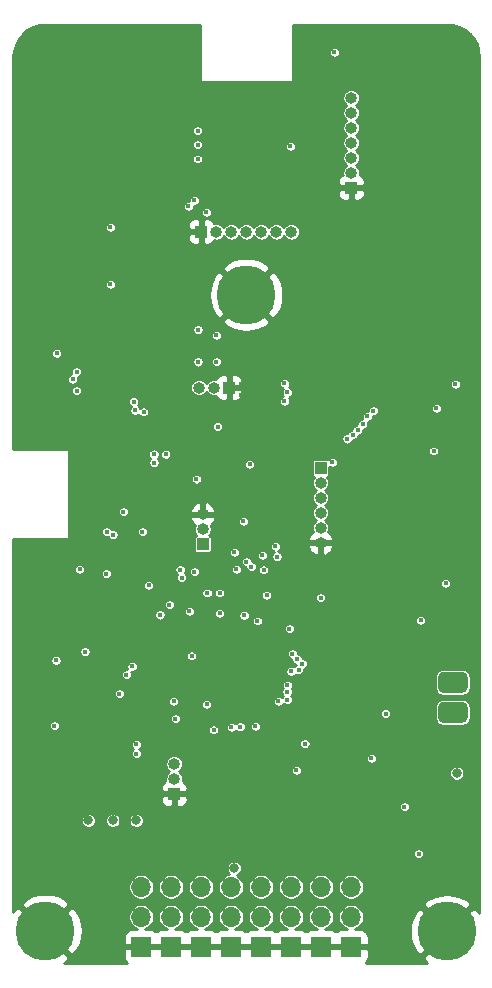
<source format=gbr>
%TF.GenerationSoftware,KiCad,Pcbnew,5.1.8+dfsg1-1~bpo10+1*%
%TF.CreationDate,2021-02-19T12:52:01+00:00*%
%TF.ProjectId,glider,676c6964-6572-42e6-9b69-6361645f7063,rev?*%
%TF.SameCoordinates,Original*%
%TF.FileFunction,Copper,L3,Inr*%
%TF.FilePolarity,Positive*%
%FSLAX46Y46*%
G04 Gerber Fmt 4.6, Leading zero omitted, Abs format (unit mm)*
G04 Created by KiCad (PCBNEW 5.1.8+dfsg1-1~bpo10+1) date 2021-02-19 12:52:01*
%MOMM*%
%LPD*%
G01*
G04 APERTURE LIST*
%TA.AperFunction,ComponentPad*%
%ADD10C,0.800000*%
%TD*%
%TA.AperFunction,ComponentPad*%
%ADD11C,5.000000*%
%TD*%
%TA.AperFunction,ComponentPad*%
%ADD12O,1.000000X1.000000*%
%TD*%
%TA.AperFunction,ComponentPad*%
%ADD13R,1.000000X1.000000*%
%TD*%
%TA.AperFunction,ComponentPad*%
%ADD14O,1.700000X1.700000*%
%TD*%
%TA.AperFunction,ComponentPad*%
%ADD15R,1.700000X1.700000*%
%TD*%
%TA.AperFunction,ViaPad*%
%ADD16C,0.450000*%
%TD*%
%TA.AperFunction,ViaPad*%
%ADD17C,0.800000*%
%TD*%
%TA.AperFunction,Conductor*%
%ADD18C,0.254000*%
%TD*%
%TA.AperFunction,Conductor*%
%ADD19C,0.100000*%
%TD*%
G04 APERTURE END LIST*
D10*
%TO.N,GND*%
%TO.C,H3*%
X61325825Y-111824175D03*
X60000000Y-111275000D03*
X58674175Y-111824175D03*
X58125000Y-113150000D03*
X58674175Y-114475825D03*
X60000000Y-115025000D03*
X61325825Y-114475825D03*
X61875000Y-113150000D03*
D11*
X60000000Y-113150000D03*
%TD*%
D12*
%TO.N,Net-(J3-Pad7)*%
%TO.C,J3*%
X68900000Y-96455000D03*
%TO.N,Net-(J3-Pad6)*%
X68900000Y-97725000D03*
%TO.N,Net-(J3-Pad5)*%
X68900000Y-98995000D03*
%TO.N,Net-(J3-Pad4)*%
X68900000Y-100265000D03*
%TO.N,Net-(J3-Pad3)*%
X68900000Y-101535000D03*
%TO.N,Net-(J3-Pad2)*%
X68900000Y-102805000D03*
D13*
%TO.N,GND*%
X68900000Y-104075000D03*
%TD*%
%TO.N,/OPAMP3_CELL_IS*%
%TO.C,J20*%
%TA.AperFunction,ComponentPad*%
G36*
G01*
X78750000Y-145510000D02*
X78750000Y-146410000D01*
G75*
G02*
X78300000Y-146860000I-450000J0D01*
G01*
X76700000Y-146860000D01*
G75*
G02*
X76250000Y-146410000I0J450000D01*
G01*
X76250000Y-145510000D01*
G75*
G02*
X76700000Y-145060000I450000J0D01*
G01*
X78300000Y-145060000D01*
G75*
G02*
X78750000Y-145510000I0J-450000D01*
G01*
G37*
%TD.AperFunction*%
%TO.N,/CELL_POS*%
%TA.AperFunction,ComponentPad*%
G36*
G01*
X78750000Y-148050000D02*
X78750000Y-148950000D01*
G75*
G02*
X78300000Y-149400000I-450000J0D01*
G01*
X76700000Y-149400000D01*
G75*
G02*
X76250000Y-148950000I0J450000D01*
G01*
X76250000Y-148050000D01*
G75*
G02*
X76700000Y-147600000I450000J0D01*
G01*
X78300000Y-147600000D01*
G75*
G02*
X78750000Y-148050000I0J-450000D01*
G01*
G37*
%TD.AperFunction*%
%TD*%
D12*
%TO.N,GND*%
%TO.C,J9*%
X66300000Y-134150000D03*
%TO.N,/SD_NCS*%
X66300000Y-132880000D03*
%TO.N,/IMU_NCS*%
X66300000Y-131610000D03*
%TO.N,/IMU_SPI2_MISO*%
X66300000Y-130340000D03*
%TO.N,/IMU_SPI2_SCK*%
X66300000Y-129070000D03*
D13*
%TO.N,/IMU_SPI2_MOSI*%
X66300000Y-127800000D03*
%TD*%
D12*
%TO.N,/IO_TIM2_CH1*%
%TO.C,J12*%
X53900000Y-152860000D03*
%TO.N,/OPAMP3_VINM0*%
X53900000Y-154130000D03*
D13*
%TO.N,GND*%
X53900000Y-155400000D03*
%TD*%
D14*
%TO.N,/VDD_SYS*%
%TO.C,J6*%
X51110000Y-163281000D03*
%TO.N,/IO_TIM1_CH1*%
X51110000Y-165821000D03*
D15*
%TO.N,GND*%
X51110000Y-168361000D03*
%TD*%
D10*
%TO.N,GND*%
%TO.C,H2*%
X78325825Y-165724175D03*
X77000000Y-165175000D03*
X75674175Y-165724175D03*
X75125000Y-167050000D03*
X75674175Y-168375825D03*
X77000000Y-168925000D03*
X78325825Y-168375825D03*
X78875000Y-167050000D03*
D11*
X77000000Y-167050000D03*
%TD*%
D10*
%TO.N,GND*%
%TO.C,H1*%
X44325825Y-165674175D03*
X43000000Y-165125000D03*
X41674175Y-165674175D03*
X41125000Y-167000000D03*
X41674175Y-168325825D03*
X43000000Y-168875000D03*
X44325825Y-168325825D03*
X44875000Y-167000000D03*
D11*
X43000000Y-167000000D03*
%TD*%
D12*
%TO.N,/NCP_COM5*%
%TO.C,J8*%
X63820000Y-107800000D03*
%TO.N,/NCP_COM4*%
X62550000Y-107800000D03*
%TO.N,/NCP_COM3*%
X61280000Y-107800000D03*
%TO.N,/NCP_COM2*%
X60010000Y-107800000D03*
%TO.N,/NCP_COM1*%
X58740000Y-107800000D03*
%TO.N,/NCP_COM0*%
X57470000Y-107800000D03*
D13*
%TO.N,GND*%
X56200000Y-107800000D03*
%TD*%
D12*
%TO.N,GND*%
%TO.C,J7*%
X56325000Y-131735000D03*
%TO.N,/GPS_USART1_TX*%
X56325000Y-133005000D03*
D13*
%TO.N,/GPS_USART1_RX*%
X56325000Y-134275000D03*
%TD*%
D12*
%TO.N,/SENSOR_I2C_SCL*%
%TO.C,J1*%
X56010000Y-121000000D03*
%TO.N,/SENSOR_I2C_SDA*%
X57280000Y-121000000D03*
D13*
%TO.N,GND*%
X58550000Y-121000000D03*
%TD*%
D14*
%TO.N,/VDD_SYS*%
%TO.C,J18*%
X53638000Y-163281000D03*
%TO.N,/IO_TIM1_CH2*%
X53638000Y-165821000D03*
D15*
%TO.N,GND*%
X53638000Y-168361000D03*
%TD*%
D14*
%TO.N,/VDD_SYS*%
%TO.C,J17*%
X56178000Y-163281000D03*
%TO.N,/IO_TIM1_CH3*%
X56178000Y-165821000D03*
D15*
%TO.N,GND*%
X56178000Y-168361000D03*
%TD*%
D14*
%TO.N,/VDD_SYS*%
%TO.C,J16*%
X58718000Y-163281000D03*
%TO.N,/IO_TIM3_CH2*%
X58718000Y-165821000D03*
D15*
%TO.N,GND*%
X58718000Y-168361000D03*
%TD*%
D14*
%TO.N,/VDD_SYS*%
%TO.C,J15*%
X61258000Y-163281000D03*
%TO.N,/IO_TIM8_CH1*%
X61258000Y-165821000D03*
D15*
%TO.N,GND*%
X61258000Y-168361000D03*
%TD*%
D14*
%TO.N,/VDD_SYS*%
%TO.C,J14*%
X63798000Y-163281000D03*
%TO.N,/IO_TIM8_CH2*%
X63798000Y-165821000D03*
D15*
%TO.N,GND*%
X63798000Y-168361000D03*
%TD*%
D14*
%TO.N,/VDD_SYS*%
%TO.C,J13*%
X66338000Y-163281000D03*
%TO.N,/IO_TIM8_CH3*%
X66338000Y-165821000D03*
D15*
%TO.N,GND*%
X66338000Y-168361000D03*
%TD*%
D14*
%TO.N,/VDD_SYS*%
%TO.C,J11*%
X68878000Y-163281000D03*
%TO.N,/IO_TIM8_CH4*%
X68878000Y-165821000D03*
D15*
%TO.N,GND*%
X68878000Y-168361000D03*
%TD*%
D16*
%TO.N,*%
X45300000Y-120300000D03*
X45650000Y-119675000D03*
%TO.N,GND*%
X50465000Y-119985000D03*
X50565000Y-119245000D03*
X51335000Y-119132010D03*
X64849214Y-140245768D03*
X40589265Y-93196532D03*
X40602458Y-95397213D03*
X40785619Y-97658145D03*
X40843906Y-100055013D03*
X40721668Y-102310795D03*
X40756601Y-104738935D03*
X40681386Y-106933309D03*
X40610037Y-109203877D03*
X40676263Y-111685809D03*
X40822871Y-113866944D03*
X40590873Y-116371708D03*
X40687360Y-118539965D03*
X40495104Y-136184943D03*
X40605906Y-152731340D03*
X40839382Y-154969844D03*
X40804808Y-157235308D03*
X40617629Y-159442801D03*
X40670337Y-161986105D03*
X40823814Y-164209922D03*
X41775828Y-91574525D03*
X41945241Y-94336913D03*
X41985565Y-96582165D03*
X41923665Y-98904011D03*
X41753925Y-101197922D03*
X41897864Y-103584406D03*
X41856067Y-105749568D03*
X41796717Y-108243285D03*
X41981747Y-110489757D03*
X41782456Y-112921052D03*
X41839028Y-115246222D03*
X41818003Y-117417070D03*
X40600000Y-123800000D03*
X42024118Y-163124589D03*
X43016256Y-92486169D03*
X43071213Y-95391818D03*
X43103741Y-97683591D03*
X43167374Y-100000042D03*
X43016204Y-102406616D03*
X43138426Y-104774848D03*
X42955276Y-107108306D03*
X43144170Y-109306723D03*
X42962441Y-111674730D03*
X43105549Y-113995400D03*
X43129551Y-116265323D03*
X42975000Y-160725000D03*
X43555688Y-90995256D03*
X44328131Y-93873432D03*
X44294655Y-96657198D03*
X44223355Y-99038315D03*
X44279840Y-101140880D03*
X44101372Y-103628257D03*
X44101450Y-105985315D03*
X44190216Y-108328724D03*
X44153307Y-110464922D03*
X44061933Y-112850174D03*
X44161392Y-115073850D03*
X44326376Y-156684751D03*
X44247465Y-163521439D03*
X44639435Y-92030437D03*
X44753306Y-116743755D03*
X44728069Y-119134958D03*
X45306539Y-94822581D03*
X45394349Y-97700646D03*
X45293129Y-100098696D03*
X45334922Y-102467290D03*
X45483088Y-104652246D03*
X45295629Y-107078181D03*
X45352083Y-109417846D03*
X45468981Y-111638317D03*
X45307131Y-113834133D03*
X45483530Y-126543320D03*
X45322511Y-145828136D03*
X45428171Y-160194845D03*
X45404207Y-169424794D03*
X45842632Y-90929991D03*
X45821987Y-93121266D03*
X45812852Y-115691765D03*
X46020444Y-117926024D03*
X45861890Y-128411823D03*
X46066608Y-130597277D03*
X45799940Y-133053600D03*
X45942579Y-156093221D03*
X46364698Y-96100719D03*
X46636675Y-98848584D03*
X46484620Y-101121494D03*
X46625907Y-103447787D03*
X46599209Y-105801194D03*
X46560290Y-108143417D03*
X46359586Y-110386987D03*
X46454050Y-112926538D03*
X46375912Y-123708385D03*
X46477407Y-163582660D03*
X46458993Y-165949701D03*
X46449378Y-168124967D03*
X47010056Y-91917780D03*
X47059910Y-94249264D03*
X47116120Y-114463351D03*
X47076442Y-116964745D03*
X46772298Y-120861575D03*
X46725000Y-129600000D03*
X47034531Y-131844294D03*
X47300000Y-145650000D03*
X47214298Y-148517080D03*
X47128457Y-153112580D03*
X47598866Y-97240497D03*
X47646020Y-100020406D03*
X47554098Y-102308551D03*
X47620929Y-104729017D03*
X47244000Y-107076792D03*
X47550000Y-109325000D03*
X47550000Y-111650000D03*
X47576481Y-118677786D03*
X47575000Y-150425000D03*
X47750000Y-156708000D03*
X47529067Y-159999447D03*
X47764076Y-166944982D03*
X47777037Y-169383486D03*
X48373091Y-90796207D03*
X48152736Y-93078750D03*
X48256016Y-95467113D03*
X48142342Y-113414277D03*
X48192786Y-115669524D03*
X48290582Y-140286181D03*
X48120593Y-142692167D03*
X48783702Y-103577856D03*
X48907040Y-108175683D03*
X48746457Y-117405176D03*
X48861159Y-122577838D03*
X48850000Y-129850000D03*
X48800000Y-138600000D03*
X48666792Y-145745399D03*
X48879299Y-153724836D03*
X48778757Y-163718219D03*
X48936404Y-165915866D03*
X48879235Y-168323944D03*
X49360183Y-92034690D03*
X49255275Y-94431990D03*
X49375000Y-97200000D03*
X49375000Y-101775000D03*
X49355260Y-109829808D03*
X49436000Y-112173418D03*
X49314224Y-114639395D03*
X49508536Y-126541861D03*
X49263615Y-143357026D03*
X49327658Y-160783153D03*
X49980184Y-116161615D03*
X49977348Y-146912653D03*
X50006911Y-152533969D03*
X49650000Y-156708000D03*
X50481600Y-90836823D03*
X50526792Y-93320177D03*
X50450135Y-106493738D03*
X50397002Y-111067304D03*
X50585645Y-113396335D03*
X50504519Y-120920209D03*
X50475461Y-129435059D03*
X50528168Y-159427315D03*
X51257887Y-94810082D03*
X51163425Y-98303531D03*
X51175000Y-101825000D03*
X51251859Y-115009255D03*
X51225902Y-117486044D03*
X51800000Y-157750000D03*
X51076053Y-161172824D03*
X51821425Y-92093395D03*
X51816000Y-105664000D03*
X51634482Y-109776085D03*
X52332816Y-93679878D03*
X52181420Y-113939524D03*
X52355150Y-116166980D03*
X52233882Y-119789547D03*
X52221078Y-122049078D03*
X52153514Y-138209644D03*
X52369117Y-158260688D03*
X52718059Y-107169049D03*
X52904932Y-110946911D03*
X52746742Y-117991571D03*
X52843080Y-160030159D03*
X53340000Y-109728000D03*
X53489275Y-112817273D03*
X53326722Y-115069437D03*
X53381366Y-120866085D03*
X53325000Y-140150000D03*
X53325000Y-144925000D03*
X53938979Y-105220581D03*
X54060618Y-116979684D03*
X54577001Y-109935129D03*
X54445723Y-113836430D03*
X54634339Y-118483619D03*
X54561164Y-123252683D03*
X54528039Y-125515227D03*
X55400000Y-151400000D03*
X55075778Y-111764356D03*
X55059548Y-115615357D03*
X55880000Y-127000000D03*
X55600000Y-141150000D03*
X55133817Y-157091774D03*
X55214985Y-159427444D03*
X55842934Y-117358930D03*
X55784404Y-119665429D03*
X55825000Y-122725000D03*
X55627662Y-142714157D03*
X56264538Y-95586989D03*
X56408906Y-97664777D03*
X56416050Y-109259591D03*
X56412876Y-112871272D03*
X56243398Y-146273254D03*
X56387403Y-160640686D03*
X56948706Y-111179395D03*
X56837084Y-115011454D03*
X57021287Y-123325453D03*
X56998723Y-140586142D03*
X56850000Y-153075000D03*
X56985134Y-159087442D03*
X57392751Y-96638355D03*
X57501066Y-98830120D03*
X57463511Y-117348000D03*
X57347066Y-157093315D03*
X58017127Y-109945525D03*
X58800000Y-122400000D03*
X58400000Y-128000000D03*
X58081651Y-143307830D03*
X58146715Y-160116180D03*
X58560974Y-95362939D03*
X58732840Y-97932134D03*
X58678790Y-141056491D03*
X58750000Y-146050000D03*
X59135058Y-99396608D03*
X59255905Y-135746502D03*
X59247541Y-158832863D03*
X59643316Y-96550877D03*
X59836700Y-126518250D03*
X59676822Y-142313589D03*
X60340980Y-98330767D03*
X60213274Y-120254755D03*
X60270148Y-124203529D03*
X60321551Y-146843256D03*
X60444427Y-160147315D03*
X60916906Y-95514296D03*
X60400000Y-138775000D03*
X60946978Y-150771417D03*
X61544063Y-97346952D03*
X61500666Y-121568693D03*
X61637626Y-125526214D03*
X61635942Y-127809273D03*
X61540000Y-131600000D03*
X61615432Y-159080059D03*
X62139776Y-98997954D03*
X62158340Y-116208705D03*
X62026545Y-119818218D03*
X61468000Y-123217060D03*
X62350000Y-157400000D03*
X62220182Y-160787593D03*
X62786723Y-96181327D03*
X62571042Y-129012811D03*
X63276311Y-97757586D03*
X63223456Y-126111331D03*
X63309762Y-130654532D03*
X63117068Y-152489076D03*
X63122564Y-159403908D03*
X63836291Y-102418520D03*
X63818680Y-127876644D03*
X63831043Y-136417406D03*
X64346153Y-105248965D03*
X64477090Y-124199656D03*
X64364646Y-129591309D03*
X64281746Y-160640852D03*
X64869383Y-107173039D03*
X64950323Y-109464327D03*
X65037026Y-121494391D03*
X65083628Y-126514996D03*
X64950000Y-149175000D03*
X64889368Y-156140386D03*
X65022211Y-158251881D03*
X65478495Y-123303136D03*
X65375000Y-151850000D03*
X66158096Y-105810778D03*
X66125251Y-108095322D03*
X66192427Y-110567532D03*
X66085330Y-112673949D03*
X66019095Y-115103955D03*
X66037837Y-125029749D03*
X66656558Y-141594876D03*
X67140680Y-90946467D03*
X67317381Y-102388523D03*
X67230909Y-104647574D03*
X67331460Y-107109538D03*
X67191162Y-109210329D03*
X67211409Y-111782941D03*
X67180332Y-113958845D03*
X67292435Y-116395517D03*
X67973284Y-122552274D03*
X67900000Y-128420000D03*
X67910000Y-131250000D03*
X67743832Y-155028593D03*
X68348329Y-92147364D03*
X68347011Y-94328024D03*
X68527682Y-105937034D03*
X68519278Y-108196351D03*
X68415106Y-110497447D03*
X68403589Y-112808128D03*
X68371987Y-117497901D03*
X69534021Y-90981154D03*
X69670268Y-93130980D03*
X69674185Y-107065204D03*
X69648697Y-109309739D03*
X69459606Y-111786133D03*
X69677716Y-113911668D03*
X69494363Y-116196263D03*
X69535475Y-118571390D03*
X70276995Y-95036426D03*
X70145370Y-97200534D03*
X70238526Y-99568175D03*
X70268751Y-101857157D03*
X70217101Y-156788855D03*
X70079287Y-164782371D03*
X70734307Y-92058546D03*
X70844742Y-103532845D03*
X70605048Y-106023390D03*
X70683588Y-108084300D03*
X70697833Y-110391378D03*
X70755417Y-112697890D03*
X70793446Y-117309955D03*
X70775710Y-119762465D03*
X70700152Y-166411589D03*
X70619991Y-168766881D03*
X71190620Y-93869116D03*
X71352561Y-95983124D03*
X71255735Y-98464386D03*
X71357726Y-100545549D03*
X71332193Y-115776268D03*
X71550000Y-120975000D03*
X71223187Y-123719548D03*
X71312133Y-125999797D03*
X71202864Y-157802849D03*
X71188600Y-163484070D03*
X71775113Y-90999185D03*
X71864060Y-102536314D03*
X71820459Y-104821307D03*
X71882477Y-106979488D03*
X71977819Y-109319034D03*
X71794536Y-111677769D03*
X71834722Y-113985658D03*
X71758018Y-118447336D03*
X71891017Y-139434080D03*
X70100000Y-160200000D03*
X71949169Y-167484249D03*
X72564052Y-92476104D03*
X72504271Y-94947738D03*
X72429688Y-97149760D03*
X72505255Y-99676223D03*
X72610482Y-116849179D03*
X72403596Y-165986834D03*
X72368814Y-169413228D03*
X73024389Y-101169249D03*
X73178602Y-103510448D03*
X72931521Y-105748170D03*
X73172170Y-108149024D03*
X73157368Y-110514480D03*
X73178564Y-112898450D03*
X73000277Y-115091615D03*
X73186412Y-130145206D03*
X73609511Y-91535355D03*
X73591964Y-93758255D03*
X73663306Y-95953571D03*
X73637124Y-98359753D03*
X73709066Y-118054369D03*
X73642124Y-121382259D03*
X73570383Y-123775328D03*
X73666449Y-131927677D03*
X73534812Y-163595730D03*
X74224741Y-100103631D03*
X74278910Y-102481396D03*
X74292924Y-104723351D03*
X74171176Y-107035040D03*
X74146849Y-109423726D03*
X74176477Y-111702864D03*
X74091498Y-114014236D03*
X74175728Y-116323309D03*
X74290423Y-119820878D03*
X74327506Y-128824372D03*
X74125169Y-138298088D03*
X74064123Y-157878808D03*
X74652978Y-92732111D03*
X74771638Y-94966968D03*
X74699816Y-97360607D03*
X74874719Y-122689044D03*
X74892691Y-130665560D03*
X74673471Y-164852390D03*
X74665781Y-169367730D03*
X75241107Y-90836748D03*
X75216158Y-98986870D03*
X75312157Y-101133111D03*
X75351707Y-103511336D03*
X75458210Y-105911420D03*
X75466830Y-108148015D03*
X75291499Y-110518144D03*
X75391788Y-112782936D03*
X75398175Y-115203621D03*
X75335492Y-117447207D03*
X75364645Y-120959090D03*
X75266747Y-127705245D03*
X75364880Y-136955674D03*
X75370844Y-150622000D03*
X75340300Y-156038590D03*
X76031034Y-93896238D03*
X75903323Y-95953484D03*
X76053700Y-119057329D03*
X75853597Y-138765656D03*
X75847645Y-163590777D03*
X76647351Y-92012652D03*
X76370318Y-97727202D03*
X76438748Y-100132407D03*
X76541084Y-102357682D03*
X76495507Y-104766002D03*
X76482855Y-107003076D03*
X76637953Y-109398598D03*
X76513840Y-111660408D03*
X76588129Y-113987459D03*
X76480151Y-116172651D03*
X76610452Y-122135486D03*
X76619185Y-126603534D03*
X76615227Y-152752404D03*
X77158683Y-94863083D03*
X77045404Y-118139291D03*
X76969083Y-128348482D03*
X77085161Y-131128410D03*
X77147398Y-133506630D03*
X77036367Y-136429667D03*
X77173546Y-156793075D03*
X77574354Y-90912577D03*
X77548669Y-93327188D03*
X77603525Y-96649719D03*
X77660917Y-99072214D03*
X77591669Y-101221420D03*
X77753506Y-103462937D03*
X77541265Y-105968477D03*
X77673277Y-108117927D03*
X77667124Y-110510681D03*
X77707024Y-112770979D03*
X77716423Y-115008424D03*
X77470000Y-124968000D03*
X78122559Y-116975368D03*
X78250000Y-144125000D03*
X78316317Y-160705137D03*
X78126115Y-163703481D03*
X78747813Y-92172322D03*
X78784567Y-94229866D03*
X78717754Y-97884777D03*
X78804432Y-99979443D03*
X78790696Y-102306236D03*
X78687074Y-104586884D03*
X78702125Y-107067340D03*
X78951499Y-109442128D03*
X78943861Y-111634885D03*
X78950615Y-113834476D03*
X78839705Y-127869441D03*
X78898518Y-137059451D03*
X78800000Y-154300000D03*
X78700000Y-157300000D03*
X71933782Y-137700000D03*
X41775000Y-136184943D03*
X42875000Y-136175000D03*
X49700000Y-136200000D03*
X50700000Y-136200000D03*
X46900000Y-133100000D03*
X49300000Y-133100000D03*
X46700000Y-126700000D03*
X49300000Y-123500000D03*
X52500000Y-123500000D03*
X50875000Y-123750000D03*
X54300000Y-124300000D03*
X54300000Y-126900000D03*
X44500000Y-143000000D03*
X44300000Y-141700000D03*
X44500000Y-137900000D03*
X42825000Y-144025000D03*
X49300000Y-150400000D03*
X50800000Y-154000000D03*
X51400000Y-158500000D03*
X51700000Y-160100000D03*
X60400000Y-161300000D03*
X65000000Y-159600000D03*
X70100000Y-158600000D03*
X73500000Y-168100000D03*
X73700000Y-166100000D03*
X79300000Y-164400000D03*
X76900000Y-163600000D03*
X76900000Y-160700000D03*
X78700000Y-156100000D03*
X77724000Y-123444000D03*
X69500000Y-149100000D03*
X42350000Y-136775000D03*
X41100000Y-136775000D03*
X58100000Y-131375000D03*
X58100000Y-131925000D03*
X59175000Y-132475000D03*
X56670000Y-136570000D03*
X63350000Y-150150000D03*
X61680000Y-150740000D03*
X63250000Y-148000000D03*
X53000000Y-145450000D03*
X58000000Y-122400000D03*
X59600000Y-122400000D03*
X59600000Y-121600000D03*
X59600000Y-120700000D03*
X44750000Y-120725000D03*
X44875000Y-122050000D03*
X43725000Y-121800000D03*
X44300000Y-120950000D03*
X43950000Y-121325000D03*
X41625000Y-123050000D03*
X47025000Y-123700000D03*
X46775000Y-121700000D03*
X47600000Y-121700000D03*
X47600000Y-120850000D03*
X47650000Y-123700000D03*
X41600000Y-123775000D03*
X67625000Y-151575000D03*
X67625000Y-149275000D03*
X67875000Y-142425000D03*
X58170000Y-106660000D03*
X59370000Y-106610000D03*
X60600000Y-106125000D03*
X61800000Y-106125000D03*
X63000000Y-106100000D03*
X67900000Y-129675000D03*
X63400000Y-133500000D03*
X64090000Y-134340000D03*
X52680000Y-133050000D03*
X51820000Y-143180000D03*
X58950000Y-147550000D03*
X57590000Y-147690000D03*
X53270000Y-147960000D03*
X67590000Y-166850000D03*
X65060000Y-166980000D03*
X62500000Y-166990000D03*
X59970000Y-167010000D03*
X57460000Y-167050000D03*
X54880000Y-167040000D03*
X52360000Y-167040000D03*
X57760000Y-162020000D03*
X62240000Y-162130000D03*
X66640000Y-161720000D03*
X53640000Y-161940000D03*
X52900000Y-164550000D03*
X55320000Y-164560000D03*
X57960000Y-164560000D03*
X60770000Y-164570000D03*
X64420000Y-164570000D03*
X66950000Y-164570000D03*
X58520000Y-153130000D03*
X65350000Y-128810000D03*
X51830000Y-128020000D03*
X67960000Y-96290000D03*
X67800000Y-97490000D03*
X67630000Y-98690000D03*
X67510000Y-99910000D03*
X67500000Y-101060000D03*
X76230000Y-144110000D03*
X51840000Y-129370000D03*
X63220000Y-108470000D03*
X59380000Y-108450000D03*
X65080000Y-131730000D03*
X77700000Y-121650000D03*
X71820000Y-152190000D03*
X54680000Y-153420000D03*
X52720000Y-136200000D03*
X53490000Y-138800000D03*
X50330000Y-130490000D03*
X52140000Y-130480000D03*
X42361698Y-152034155D03*
X41759472Y-153729581D03*
X45279085Y-153660609D03*
X43527009Y-154841371D03*
X49376079Y-158348302D03*
X40687919Y-147860243D03*
X40674864Y-150268958D03*
X42375000Y-150375000D03*
X41829377Y-149106021D03*
X43000000Y-149200000D03*
X40717843Y-145830253D03*
X40500000Y-144525000D03*
X41784922Y-144449542D03*
X43491274Y-144984294D03*
%TO.N,Net-(AE1-Pad1)*%
X45650000Y-121280000D03*
%TO.N,/VDD_MCU*%
X51335000Y-123065000D03*
X50585000Y-122935000D03*
X50475000Y-122185000D03*
X66300000Y-138800000D03*
D17*
X48700000Y-157658000D03*
X46650000Y-157658000D03*
X50700000Y-157658000D03*
D16*
X43750000Y-149625000D03*
X43900000Y-144100000D03*
X46350000Y-143375000D03*
X64262000Y-153416000D03*
X59000000Y-134950000D03*
X55607839Y-136603583D03*
X56700000Y-138400000D03*
X53500000Y-139400000D03*
X45900000Y-136400000D03*
X76900000Y-137575000D03*
X64970000Y-151150000D03*
X53864000Y-147574000D03*
X48514000Y-107442000D03*
X48514000Y-112268000D03*
X55118000Y-105664000D03*
X55626000Y-105156000D03*
X63754000Y-100584000D03*
X63500000Y-121412000D03*
X63246000Y-120650000D03*
X63246000Y-122174000D03*
X43971000Y-118110000D03*
X57600000Y-124300000D03*
X57475000Y-118825000D03*
X55925000Y-118825000D03*
X55925000Y-116100000D03*
X57475000Y-116575000D03*
X77710000Y-120710000D03*
%TO.N,/VDD_SYS*%
X74600000Y-160480000D03*
X70612000Y-152400000D03*
D17*
%TO.N,/CELL_POS*%
X77832500Y-153657500D03*
D16*
X73400000Y-156500000D03*
%TO.N,/IMU_SPI2_MOSI*%
X60450000Y-136175000D03*
X61377990Y-135219078D03*
%TO.N,/IMU_SPI2_MISO*%
X60010000Y-135760000D03*
X62482902Y-134436490D03*
%TO.N,/NCP_NRST*%
X67475000Y-92625000D03*
X56642028Y-106172000D03*
%TO.N,/NCP_SWV*%
X55900000Y-101650000D03*
%TO.N,/NCP_SWCLK*%
X55900000Y-100450000D03*
%TO.N,/NCP_SWDIO*%
X55900000Y-99250000D03*
%TO.N,/IO_TIM2_CH1*%
X57250000Y-149990000D03*
%TO.N,/IO_TIM3_CH2*%
X54000000Y-149050000D03*
X56668770Y-147818657D03*
D17*
X59000000Y-161700000D03*
D16*
%TO.N,/SENSOR_I2C_SCL*%
X60955479Y-140769521D03*
X54542935Y-137103772D03*
%TO.N,/SENSOR_I2C_SDA*%
X59827010Y-140280292D03*
X54412423Y-136412577D03*
%TO.N,/OPAMP3_VINM0*%
X60770000Y-149695000D03*
%TO.N,/GPS_USART1_RX*%
X52190000Y-126630000D03*
%TO.N,/GPS_USART1_TX*%
X53200000Y-126640000D03*
%TO.N,/OPAMP3_CELL_IS*%
X64306735Y-143997117D03*
%TO.N,/ADC1_IN1_CELL_TS*%
X74775000Y-140700000D03*
X63900000Y-143550000D03*
%TO.N,/NCP_COM5*%
X70777010Y-122950000D03*
X64442622Y-144886960D03*
%TO.N,/NCP_COM4*%
X70273372Y-123427456D03*
X63800000Y-145025000D03*
%TO.N,/NCP_COM3*%
X69872990Y-124126650D03*
X63495954Y-146187447D03*
%TO.N,/NCP_COM2*%
X69450000Y-124605251D03*
X63464405Y-146769809D03*
%TO.N,/NCP_COM1*%
X69027010Y-125016056D03*
X63475653Y-147433156D03*
%TO.N,/NCP_COM0*%
X68547536Y-125344689D03*
X62729528Y-147570472D03*
%TO.N,/NAV_BOOT*%
X55400000Y-143725000D03*
X57750000Y-138400000D03*
X57750000Y-140100000D03*
X50350000Y-144600000D03*
%TO.N,/NAV_STAT_0*%
X58750011Y-149774989D03*
X50700000Y-152000000D03*
%TO.N,/GPS_I2C_SCL*%
X48190000Y-133210000D03*
%TO.N,/NAV_STAT_1*%
X59495000Y-149705000D03*
X50700000Y-151200000D03*
%TO.N,/GPS_PPS*%
X49275000Y-146925000D03*
X48725000Y-133450000D03*
X48150000Y-136750002D03*
%TO.N,/GPS_FIX*%
X52700000Y-140250000D03*
X49850000Y-145300000D03*
%TO.N,/GPS_FORCEON*%
X55187702Y-139937298D03*
%TO.N,/TOF_EN*%
X67300000Y-127322990D03*
X61725000Y-138575000D03*
%TO.N,/GPS_RESET*%
X52200000Y-127350000D03*
%TO.N,/GPS_EXTINT*%
X51750000Y-137758033D03*
%TO.N,Net-(U8-Pad30)*%
X49600000Y-131500000D03*
%TO.N,/GPS_I2C_SDA*%
X51200000Y-133210000D03*
%TO.N,/SD_NCS*%
X76100001Y-122749999D03*
X75875000Y-126375000D03*
%TO.N,/IMU_NCS*%
X62610000Y-135310000D03*
X61477500Y-136442500D03*
%TO.N,/IMU_INT*%
X59175000Y-136400000D03*
X55775000Y-128750000D03*
%TO.N,/IMU_MISO_LV*%
X60300000Y-127500000D03*
X59775031Y-132311504D03*
%TO.N,/OPAMP5_CELL_VS*%
X64750000Y-144375002D03*
X71800000Y-148600000D03*
%TO.N,/BUZZER_TIM2_CH4*%
X63650000Y-141425000D03*
%TD*%
D18*
%TO.N,GND*%
X56073000Y-95000000D02*
X56075440Y-95024776D01*
X56082667Y-95048601D01*
X56094403Y-95070557D01*
X56110197Y-95089803D01*
X56129443Y-95105597D01*
X56151399Y-95117333D01*
X56175224Y-95124560D01*
X56200000Y-95127000D01*
X63800000Y-95127000D01*
X63824776Y-95124560D01*
X63848601Y-95117333D01*
X63870557Y-95105597D01*
X63889803Y-95089803D01*
X63905597Y-95070557D01*
X63917333Y-95048601D01*
X63924560Y-95024776D01*
X63927000Y-95000000D01*
X63927000Y-92577724D01*
X66995000Y-92577724D01*
X66995000Y-92672276D01*
X67013446Y-92765011D01*
X67049629Y-92852365D01*
X67102159Y-92930982D01*
X67169018Y-92997841D01*
X67247635Y-93050371D01*
X67334989Y-93086554D01*
X67427724Y-93105000D01*
X67522276Y-93105000D01*
X67615011Y-93086554D01*
X67702365Y-93050371D01*
X67780982Y-92997841D01*
X67847841Y-92930982D01*
X67900371Y-92852365D01*
X67936554Y-92765011D01*
X67955000Y-92672276D01*
X67955000Y-92577724D01*
X67936554Y-92484989D01*
X67900371Y-92397635D01*
X67847841Y-92319018D01*
X67780982Y-92252159D01*
X67702365Y-92199629D01*
X67615011Y-92163446D01*
X67522276Y-92145000D01*
X67427724Y-92145000D01*
X67334989Y-92163446D01*
X67247635Y-92199629D01*
X67169018Y-92252159D01*
X67102159Y-92319018D01*
X67049629Y-92397635D01*
X67013446Y-92484989D01*
X66995000Y-92577724D01*
X63927000Y-92577724D01*
X63927000Y-90280000D01*
X76986302Y-90280000D01*
X77528056Y-90333120D01*
X78036000Y-90486476D01*
X78504485Y-90735574D01*
X78915658Y-91070920D01*
X79253870Y-91479748D01*
X79506229Y-91946476D01*
X79663130Y-92453340D01*
X79719978Y-92994218D01*
X79720000Y-93000402D01*
X79720001Y-165487624D01*
X79621118Y-165302627D01*
X79203148Y-165026457D01*
X77179605Y-167050000D01*
X77193748Y-167064143D01*
X77014143Y-167243748D01*
X77000000Y-167229605D01*
X74976457Y-169253148D01*
X75252627Y-169671118D01*
X75344312Y-169720000D01*
X70108737Y-169720000D01*
X70179185Y-169662185D01*
X70258537Y-169565494D01*
X70317502Y-169455180D01*
X70353812Y-169335482D01*
X70366072Y-169211000D01*
X70363000Y-168646750D01*
X70204250Y-168488000D01*
X69005000Y-168488000D01*
X69005000Y-168508000D01*
X68751000Y-168508000D01*
X68751000Y-168488000D01*
X66465000Y-168488000D01*
X66465000Y-168508000D01*
X66211000Y-168508000D01*
X66211000Y-168488000D01*
X63925000Y-168488000D01*
X63925000Y-168508000D01*
X63671000Y-168508000D01*
X63671000Y-168488000D01*
X61385000Y-168488000D01*
X61385000Y-168508000D01*
X61131000Y-168508000D01*
X61131000Y-168488000D01*
X58845000Y-168488000D01*
X58845000Y-168508000D01*
X58591000Y-168508000D01*
X58591000Y-168488000D01*
X56305000Y-168488000D01*
X56305000Y-168508000D01*
X56051000Y-168508000D01*
X56051000Y-168488000D01*
X53765000Y-168488000D01*
X53765000Y-168508000D01*
X53511000Y-168508000D01*
X53511000Y-168488000D01*
X51237000Y-168488000D01*
X51237000Y-168508000D01*
X50983000Y-168508000D01*
X50983000Y-168488000D01*
X49783750Y-168488000D01*
X49625000Y-168646750D01*
X49621928Y-169211000D01*
X49634188Y-169335482D01*
X49670498Y-169455180D01*
X49729463Y-169565494D01*
X49808815Y-169662185D01*
X49879263Y-169720000D01*
X44562378Y-169720000D01*
X44747373Y-169621118D01*
X45023543Y-169203148D01*
X43000000Y-167179605D01*
X42985858Y-167193748D01*
X42806253Y-167014143D01*
X42820395Y-167000000D01*
X43179605Y-167000000D01*
X45203148Y-169023543D01*
X45621118Y-168747373D01*
X45911649Y-168202443D01*
X46090287Y-167611304D01*
X46100059Y-167511000D01*
X49621928Y-167511000D01*
X49625000Y-168075250D01*
X49783750Y-168234000D01*
X50983000Y-168234000D01*
X50983000Y-168214000D01*
X51237000Y-168214000D01*
X51237000Y-168234000D01*
X53511000Y-168234000D01*
X53511000Y-168214000D01*
X53765000Y-168214000D01*
X53765000Y-168234000D01*
X56051000Y-168234000D01*
X56051000Y-168214000D01*
X56305000Y-168214000D01*
X56305000Y-168234000D01*
X58591000Y-168234000D01*
X58591000Y-168214000D01*
X58845000Y-168214000D01*
X58845000Y-168234000D01*
X61131000Y-168234000D01*
X61131000Y-168214000D01*
X61385000Y-168214000D01*
X61385000Y-168234000D01*
X63671000Y-168234000D01*
X63671000Y-168214000D01*
X63925000Y-168214000D01*
X63925000Y-168234000D01*
X66211000Y-168234000D01*
X66211000Y-168214000D01*
X66465000Y-168214000D01*
X66465000Y-168234000D01*
X68751000Y-168234000D01*
X68751000Y-168214000D01*
X69005000Y-168214000D01*
X69005000Y-168234000D01*
X70204250Y-168234000D01*
X70363000Y-168075250D01*
X70366072Y-167511000D01*
X70353812Y-167386518D01*
X70317502Y-167266820D01*
X70258537Y-167156506D01*
X70179185Y-167059815D01*
X70171281Y-167053328D01*
X73849832Y-167053328D01*
X73911010Y-167667831D01*
X74090897Y-168258592D01*
X74378882Y-168797373D01*
X74796852Y-169073543D01*
X76820395Y-167050000D01*
X74796852Y-165026457D01*
X74378882Y-165302627D01*
X74088351Y-165847557D01*
X73909713Y-166438696D01*
X73849832Y-167053328D01*
X70171281Y-167053328D01*
X70082494Y-166980463D01*
X69972180Y-166921498D01*
X69852482Y-166885188D01*
X69728000Y-166872928D01*
X69219240Y-166875698D01*
X69401414Y-166800239D01*
X69582397Y-166679310D01*
X69736310Y-166525397D01*
X69857239Y-166344414D01*
X69940536Y-166143317D01*
X69983000Y-165929833D01*
X69983000Y-165712167D01*
X69940536Y-165498683D01*
X69857239Y-165297586D01*
X69736310Y-165116603D01*
X69582397Y-164962690D01*
X69409034Y-164846852D01*
X74976457Y-164846852D01*
X77000000Y-166870395D01*
X79023543Y-164846852D01*
X78747373Y-164428882D01*
X78202443Y-164138351D01*
X77611304Y-163959713D01*
X76996672Y-163899832D01*
X76382169Y-163961010D01*
X75791408Y-164140897D01*
X75252627Y-164428882D01*
X74976457Y-164846852D01*
X69409034Y-164846852D01*
X69401414Y-164841761D01*
X69200317Y-164758464D01*
X68986833Y-164716000D01*
X68769167Y-164716000D01*
X68555683Y-164758464D01*
X68354586Y-164841761D01*
X68173603Y-164962690D01*
X68019690Y-165116603D01*
X67898761Y-165297586D01*
X67815464Y-165498683D01*
X67773000Y-165712167D01*
X67773000Y-165929833D01*
X67815464Y-166143317D01*
X67898761Y-166344414D01*
X68019690Y-166525397D01*
X68173603Y-166679310D01*
X68354586Y-166800239D01*
X68536760Y-166875698D01*
X68028000Y-166872928D01*
X67903518Y-166885188D01*
X67783820Y-166921498D01*
X67673506Y-166980463D01*
X67608000Y-167034222D01*
X67542494Y-166980463D01*
X67432180Y-166921498D01*
X67312482Y-166885188D01*
X67188000Y-166872928D01*
X66679240Y-166875698D01*
X66861414Y-166800239D01*
X67042397Y-166679310D01*
X67196310Y-166525397D01*
X67317239Y-166344414D01*
X67400536Y-166143317D01*
X67443000Y-165929833D01*
X67443000Y-165712167D01*
X67400536Y-165498683D01*
X67317239Y-165297586D01*
X67196310Y-165116603D01*
X67042397Y-164962690D01*
X66861414Y-164841761D01*
X66660317Y-164758464D01*
X66446833Y-164716000D01*
X66229167Y-164716000D01*
X66015683Y-164758464D01*
X65814586Y-164841761D01*
X65633603Y-164962690D01*
X65479690Y-165116603D01*
X65358761Y-165297586D01*
X65275464Y-165498683D01*
X65233000Y-165712167D01*
X65233000Y-165929833D01*
X65275464Y-166143317D01*
X65358761Y-166344414D01*
X65479690Y-166525397D01*
X65633603Y-166679310D01*
X65814586Y-166800239D01*
X65996760Y-166875698D01*
X65488000Y-166872928D01*
X65363518Y-166885188D01*
X65243820Y-166921498D01*
X65133506Y-166980463D01*
X65068000Y-167034222D01*
X65002494Y-166980463D01*
X64892180Y-166921498D01*
X64772482Y-166885188D01*
X64648000Y-166872928D01*
X64139240Y-166875698D01*
X64321414Y-166800239D01*
X64502397Y-166679310D01*
X64656310Y-166525397D01*
X64777239Y-166344414D01*
X64860536Y-166143317D01*
X64903000Y-165929833D01*
X64903000Y-165712167D01*
X64860536Y-165498683D01*
X64777239Y-165297586D01*
X64656310Y-165116603D01*
X64502397Y-164962690D01*
X64321414Y-164841761D01*
X64120317Y-164758464D01*
X63906833Y-164716000D01*
X63689167Y-164716000D01*
X63475683Y-164758464D01*
X63274586Y-164841761D01*
X63093603Y-164962690D01*
X62939690Y-165116603D01*
X62818761Y-165297586D01*
X62735464Y-165498683D01*
X62693000Y-165712167D01*
X62693000Y-165929833D01*
X62735464Y-166143317D01*
X62818761Y-166344414D01*
X62939690Y-166525397D01*
X63093603Y-166679310D01*
X63274586Y-166800239D01*
X63456760Y-166875698D01*
X62948000Y-166872928D01*
X62823518Y-166885188D01*
X62703820Y-166921498D01*
X62593506Y-166980463D01*
X62528000Y-167034222D01*
X62462494Y-166980463D01*
X62352180Y-166921498D01*
X62232482Y-166885188D01*
X62108000Y-166872928D01*
X61599240Y-166875698D01*
X61781414Y-166800239D01*
X61962397Y-166679310D01*
X62116310Y-166525397D01*
X62237239Y-166344414D01*
X62320536Y-166143317D01*
X62363000Y-165929833D01*
X62363000Y-165712167D01*
X62320536Y-165498683D01*
X62237239Y-165297586D01*
X62116310Y-165116603D01*
X61962397Y-164962690D01*
X61781414Y-164841761D01*
X61580317Y-164758464D01*
X61366833Y-164716000D01*
X61149167Y-164716000D01*
X60935683Y-164758464D01*
X60734586Y-164841761D01*
X60553603Y-164962690D01*
X60399690Y-165116603D01*
X60278761Y-165297586D01*
X60195464Y-165498683D01*
X60153000Y-165712167D01*
X60153000Y-165929833D01*
X60195464Y-166143317D01*
X60278761Y-166344414D01*
X60399690Y-166525397D01*
X60553603Y-166679310D01*
X60734586Y-166800239D01*
X60916760Y-166875698D01*
X60408000Y-166872928D01*
X60283518Y-166885188D01*
X60163820Y-166921498D01*
X60053506Y-166980463D01*
X59988000Y-167034222D01*
X59922494Y-166980463D01*
X59812180Y-166921498D01*
X59692482Y-166885188D01*
X59568000Y-166872928D01*
X59059240Y-166875698D01*
X59241414Y-166800239D01*
X59422397Y-166679310D01*
X59576310Y-166525397D01*
X59697239Y-166344414D01*
X59780536Y-166143317D01*
X59823000Y-165929833D01*
X59823000Y-165712167D01*
X59780536Y-165498683D01*
X59697239Y-165297586D01*
X59576310Y-165116603D01*
X59422397Y-164962690D01*
X59241414Y-164841761D01*
X59040317Y-164758464D01*
X58826833Y-164716000D01*
X58609167Y-164716000D01*
X58395683Y-164758464D01*
X58194586Y-164841761D01*
X58013603Y-164962690D01*
X57859690Y-165116603D01*
X57738761Y-165297586D01*
X57655464Y-165498683D01*
X57613000Y-165712167D01*
X57613000Y-165929833D01*
X57655464Y-166143317D01*
X57738761Y-166344414D01*
X57859690Y-166525397D01*
X58013603Y-166679310D01*
X58194586Y-166800239D01*
X58376760Y-166875698D01*
X57868000Y-166872928D01*
X57743518Y-166885188D01*
X57623820Y-166921498D01*
X57513506Y-166980463D01*
X57448000Y-167034222D01*
X57382494Y-166980463D01*
X57272180Y-166921498D01*
X57152482Y-166885188D01*
X57028000Y-166872928D01*
X56519240Y-166875698D01*
X56701414Y-166800239D01*
X56882397Y-166679310D01*
X57036310Y-166525397D01*
X57157239Y-166344414D01*
X57240536Y-166143317D01*
X57283000Y-165929833D01*
X57283000Y-165712167D01*
X57240536Y-165498683D01*
X57157239Y-165297586D01*
X57036310Y-165116603D01*
X56882397Y-164962690D01*
X56701414Y-164841761D01*
X56500317Y-164758464D01*
X56286833Y-164716000D01*
X56069167Y-164716000D01*
X55855683Y-164758464D01*
X55654586Y-164841761D01*
X55473603Y-164962690D01*
X55319690Y-165116603D01*
X55198761Y-165297586D01*
X55115464Y-165498683D01*
X55073000Y-165712167D01*
X55073000Y-165929833D01*
X55115464Y-166143317D01*
X55198761Y-166344414D01*
X55319690Y-166525397D01*
X55473603Y-166679310D01*
X55654586Y-166800239D01*
X55836760Y-166875698D01*
X55328000Y-166872928D01*
X55203518Y-166885188D01*
X55083820Y-166921498D01*
X54973506Y-166980463D01*
X54908000Y-167034222D01*
X54842494Y-166980463D01*
X54732180Y-166921498D01*
X54612482Y-166885188D01*
X54488000Y-166872928D01*
X53979240Y-166875698D01*
X54161414Y-166800239D01*
X54342397Y-166679310D01*
X54496310Y-166525397D01*
X54617239Y-166344414D01*
X54700536Y-166143317D01*
X54743000Y-165929833D01*
X54743000Y-165712167D01*
X54700536Y-165498683D01*
X54617239Y-165297586D01*
X54496310Y-165116603D01*
X54342397Y-164962690D01*
X54161414Y-164841761D01*
X53960317Y-164758464D01*
X53746833Y-164716000D01*
X53529167Y-164716000D01*
X53315683Y-164758464D01*
X53114586Y-164841761D01*
X52933603Y-164962690D01*
X52779690Y-165116603D01*
X52658761Y-165297586D01*
X52575464Y-165498683D01*
X52533000Y-165712167D01*
X52533000Y-165929833D01*
X52575464Y-166143317D01*
X52658761Y-166344414D01*
X52779690Y-166525397D01*
X52933603Y-166679310D01*
X53114586Y-166800239D01*
X53296760Y-166875698D01*
X52788000Y-166872928D01*
X52663518Y-166885188D01*
X52543820Y-166921498D01*
X52433506Y-166980463D01*
X52374000Y-167029298D01*
X52314494Y-166980463D01*
X52204180Y-166921498D01*
X52084482Y-166885188D01*
X51960000Y-166872928D01*
X51451240Y-166875698D01*
X51633414Y-166800239D01*
X51814397Y-166679310D01*
X51968310Y-166525397D01*
X52089239Y-166344414D01*
X52172536Y-166143317D01*
X52215000Y-165929833D01*
X52215000Y-165712167D01*
X52172536Y-165498683D01*
X52089239Y-165297586D01*
X51968310Y-165116603D01*
X51814397Y-164962690D01*
X51633414Y-164841761D01*
X51432317Y-164758464D01*
X51218833Y-164716000D01*
X51001167Y-164716000D01*
X50787683Y-164758464D01*
X50586586Y-164841761D01*
X50405603Y-164962690D01*
X50251690Y-165116603D01*
X50130761Y-165297586D01*
X50047464Y-165498683D01*
X50005000Y-165712167D01*
X50005000Y-165929833D01*
X50047464Y-166143317D01*
X50130761Y-166344414D01*
X50251690Y-166525397D01*
X50405603Y-166679310D01*
X50586586Y-166800239D01*
X50768760Y-166875698D01*
X50260000Y-166872928D01*
X50135518Y-166885188D01*
X50015820Y-166921498D01*
X49905506Y-166980463D01*
X49808815Y-167059815D01*
X49729463Y-167156506D01*
X49670498Y-167266820D01*
X49634188Y-167386518D01*
X49621928Y-167511000D01*
X46100059Y-167511000D01*
X46150168Y-166996672D01*
X46088990Y-166382169D01*
X45909103Y-165791408D01*
X45621118Y-165252627D01*
X45203148Y-164976457D01*
X43179605Y-167000000D01*
X42820395Y-167000000D01*
X40796852Y-164976457D01*
X40378882Y-165252627D01*
X40280000Y-165438094D01*
X40280000Y-164796852D01*
X40976457Y-164796852D01*
X43000000Y-166820395D01*
X45023543Y-164796852D01*
X44747373Y-164378882D01*
X44202443Y-164088351D01*
X43611304Y-163909713D01*
X42996672Y-163849832D01*
X42382169Y-163911010D01*
X41791408Y-164090897D01*
X41252627Y-164378882D01*
X40976457Y-164796852D01*
X40280000Y-164796852D01*
X40280000Y-163172167D01*
X50005000Y-163172167D01*
X50005000Y-163389833D01*
X50047464Y-163603317D01*
X50130761Y-163804414D01*
X50251690Y-163985397D01*
X50405603Y-164139310D01*
X50586586Y-164260239D01*
X50787683Y-164343536D01*
X51001167Y-164386000D01*
X51218833Y-164386000D01*
X51432317Y-164343536D01*
X51633414Y-164260239D01*
X51814397Y-164139310D01*
X51968310Y-163985397D01*
X52089239Y-163804414D01*
X52172536Y-163603317D01*
X52215000Y-163389833D01*
X52215000Y-163172167D01*
X52533000Y-163172167D01*
X52533000Y-163389833D01*
X52575464Y-163603317D01*
X52658761Y-163804414D01*
X52779690Y-163985397D01*
X52933603Y-164139310D01*
X53114586Y-164260239D01*
X53315683Y-164343536D01*
X53529167Y-164386000D01*
X53746833Y-164386000D01*
X53960317Y-164343536D01*
X54161414Y-164260239D01*
X54342397Y-164139310D01*
X54496310Y-163985397D01*
X54617239Y-163804414D01*
X54700536Y-163603317D01*
X54743000Y-163389833D01*
X54743000Y-163172167D01*
X55073000Y-163172167D01*
X55073000Y-163389833D01*
X55115464Y-163603317D01*
X55198761Y-163804414D01*
X55319690Y-163985397D01*
X55473603Y-164139310D01*
X55654586Y-164260239D01*
X55855683Y-164343536D01*
X56069167Y-164386000D01*
X56286833Y-164386000D01*
X56500317Y-164343536D01*
X56701414Y-164260239D01*
X56882397Y-164139310D01*
X57036310Y-163985397D01*
X57157239Y-163804414D01*
X57240536Y-163603317D01*
X57283000Y-163389833D01*
X57283000Y-163172167D01*
X57613000Y-163172167D01*
X57613000Y-163389833D01*
X57655464Y-163603317D01*
X57738761Y-163804414D01*
X57859690Y-163985397D01*
X58013603Y-164139310D01*
X58194586Y-164260239D01*
X58395683Y-164343536D01*
X58609167Y-164386000D01*
X58826833Y-164386000D01*
X59040317Y-164343536D01*
X59241414Y-164260239D01*
X59422397Y-164139310D01*
X59576310Y-163985397D01*
X59697239Y-163804414D01*
X59780536Y-163603317D01*
X59823000Y-163389833D01*
X59823000Y-163172167D01*
X60153000Y-163172167D01*
X60153000Y-163389833D01*
X60195464Y-163603317D01*
X60278761Y-163804414D01*
X60399690Y-163985397D01*
X60553603Y-164139310D01*
X60734586Y-164260239D01*
X60935683Y-164343536D01*
X61149167Y-164386000D01*
X61366833Y-164386000D01*
X61580317Y-164343536D01*
X61781414Y-164260239D01*
X61962397Y-164139310D01*
X62116310Y-163985397D01*
X62237239Y-163804414D01*
X62320536Y-163603317D01*
X62363000Y-163389833D01*
X62363000Y-163172167D01*
X62693000Y-163172167D01*
X62693000Y-163389833D01*
X62735464Y-163603317D01*
X62818761Y-163804414D01*
X62939690Y-163985397D01*
X63093603Y-164139310D01*
X63274586Y-164260239D01*
X63475683Y-164343536D01*
X63689167Y-164386000D01*
X63906833Y-164386000D01*
X64120317Y-164343536D01*
X64321414Y-164260239D01*
X64502397Y-164139310D01*
X64656310Y-163985397D01*
X64777239Y-163804414D01*
X64860536Y-163603317D01*
X64903000Y-163389833D01*
X64903000Y-163172167D01*
X65233000Y-163172167D01*
X65233000Y-163389833D01*
X65275464Y-163603317D01*
X65358761Y-163804414D01*
X65479690Y-163985397D01*
X65633603Y-164139310D01*
X65814586Y-164260239D01*
X66015683Y-164343536D01*
X66229167Y-164386000D01*
X66446833Y-164386000D01*
X66660317Y-164343536D01*
X66861414Y-164260239D01*
X67042397Y-164139310D01*
X67196310Y-163985397D01*
X67317239Y-163804414D01*
X67400536Y-163603317D01*
X67443000Y-163389833D01*
X67443000Y-163172167D01*
X67773000Y-163172167D01*
X67773000Y-163389833D01*
X67815464Y-163603317D01*
X67898761Y-163804414D01*
X68019690Y-163985397D01*
X68173603Y-164139310D01*
X68354586Y-164260239D01*
X68555683Y-164343536D01*
X68769167Y-164386000D01*
X68986833Y-164386000D01*
X69200317Y-164343536D01*
X69401414Y-164260239D01*
X69582397Y-164139310D01*
X69736310Y-163985397D01*
X69857239Y-163804414D01*
X69940536Y-163603317D01*
X69983000Y-163389833D01*
X69983000Y-163172167D01*
X69940536Y-162958683D01*
X69857239Y-162757586D01*
X69736310Y-162576603D01*
X69582397Y-162422690D01*
X69401414Y-162301761D01*
X69200317Y-162218464D01*
X68986833Y-162176000D01*
X68769167Y-162176000D01*
X68555683Y-162218464D01*
X68354586Y-162301761D01*
X68173603Y-162422690D01*
X68019690Y-162576603D01*
X67898761Y-162757586D01*
X67815464Y-162958683D01*
X67773000Y-163172167D01*
X67443000Y-163172167D01*
X67400536Y-162958683D01*
X67317239Y-162757586D01*
X67196310Y-162576603D01*
X67042397Y-162422690D01*
X66861414Y-162301761D01*
X66660317Y-162218464D01*
X66446833Y-162176000D01*
X66229167Y-162176000D01*
X66015683Y-162218464D01*
X65814586Y-162301761D01*
X65633603Y-162422690D01*
X65479690Y-162576603D01*
X65358761Y-162757586D01*
X65275464Y-162958683D01*
X65233000Y-163172167D01*
X64903000Y-163172167D01*
X64860536Y-162958683D01*
X64777239Y-162757586D01*
X64656310Y-162576603D01*
X64502397Y-162422690D01*
X64321414Y-162301761D01*
X64120317Y-162218464D01*
X63906833Y-162176000D01*
X63689167Y-162176000D01*
X63475683Y-162218464D01*
X63274586Y-162301761D01*
X63093603Y-162422690D01*
X62939690Y-162576603D01*
X62818761Y-162757586D01*
X62735464Y-162958683D01*
X62693000Y-163172167D01*
X62363000Y-163172167D01*
X62320536Y-162958683D01*
X62237239Y-162757586D01*
X62116310Y-162576603D01*
X61962397Y-162422690D01*
X61781414Y-162301761D01*
X61580317Y-162218464D01*
X61366833Y-162176000D01*
X61149167Y-162176000D01*
X60935683Y-162218464D01*
X60734586Y-162301761D01*
X60553603Y-162422690D01*
X60399690Y-162576603D01*
X60278761Y-162757586D01*
X60195464Y-162958683D01*
X60153000Y-163172167D01*
X59823000Y-163172167D01*
X59780536Y-162958683D01*
X59697239Y-162757586D01*
X59576310Y-162576603D01*
X59422397Y-162422690D01*
X59248074Y-162306211D01*
X59310259Y-162280453D01*
X59417538Y-162208772D01*
X59508772Y-162117538D01*
X59580453Y-162010259D01*
X59629828Y-161891056D01*
X59655000Y-161764512D01*
X59655000Y-161635488D01*
X59629828Y-161508944D01*
X59580453Y-161389741D01*
X59508772Y-161282462D01*
X59417538Y-161191228D01*
X59310259Y-161119547D01*
X59191056Y-161070172D01*
X59064512Y-161045000D01*
X58935488Y-161045000D01*
X58808944Y-161070172D01*
X58689741Y-161119547D01*
X58582462Y-161191228D01*
X58491228Y-161282462D01*
X58419547Y-161389741D01*
X58370172Y-161508944D01*
X58345000Y-161635488D01*
X58345000Y-161764512D01*
X58370172Y-161891056D01*
X58419547Y-162010259D01*
X58491228Y-162117538D01*
X58559558Y-162185868D01*
X58395683Y-162218464D01*
X58194586Y-162301761D01*
X58013603Y-162422690D01*
X57859690Y-162576603D01*
X57738761Y-162757586D01*
X57655464Y-162958683D01*
X57613000Y-163172167D01*
X57283000Y-163172167D01*
X57240536Y-162958683D01*
X57157239Y-162757586D01*
X57036310Y-162576603D01*
X56882397Y-162422690D01*
X56701414Y-162301761D01*
X56500317Y-162218464D01*
X56286833Y-162176000D01*
X56069167Y-162176000D01*
X55855683Y-162218464D01*
X55654586Y-162301761D01*
X55473603Y-162422690D01*
X55319690Y-162576603D01*
X55198761Y-162757586D01*
X55115464Y-162958683D01*
X55073000Y-163172167D01*
X54743000Y-163172167D01*
X54700536Y-162958683D01*
X54617239Y-162757586D01*
X54496310Y-162576603D01*
X54342397Y-162422690D01*
X54161414Y-162301761D01*
X53960317Y-162218464D01*
X53746833Y-162176000D01*
X53529167Y-162176000D01*
X53315683Y-162218464D01*
X53114586Y-162301761D01*
X52933603Y-162422690D01*
X52779690Y-162576603D01*
X52658761Y-162757586D01*
X52575464Y-162958683D01*
X52533000Y-163172167D01*
X52215000Y-163172167D01*
X52172536Y-162958683D01*
X52089239Y-162757586D01*
X51968310Y-162576603D01*
X51814397Y-162422690D01*
X51633414Y-162301761D01*
X51432317Y-162218464D01*
X51218833Y-162176000D01*
X51001167Y-162176000D01*
X50787683Y-162218464D01*
X50586586Y-162301761D01*
X50405603Y-162422690D01*
X50251690Y-162576603D01*
X50130761Y-162757586D01*
X50047464Y-162958683D01*
X50005000Y-163172167D01*
X40280000Y-163172167D01*
X40280000Y-160432724D01*
X74120000Y-160432724D01*
X74120000Y-160527276D01*
X74138446Y-160620011D01*
X74174629Y-160707365D01*
X74227159Y-160785982D01*
X74294018Y-160852841D01*
X74372635Y-160905371D01*
X74459989Y-160941554D01*
X74552724Y-160960000D01*
X74647276Y-160960000D01*
X74740011Y-160941554D01*
X74827365Y-160905371D01*
X74905982Y-160852841D01*
X74972841Y-160785982D01*
X75025371Y-160707365D01*
X75061554Y-160620011D01*
X75080000Y-160527276D01*
X75080000Y-160432724D01*
X75061554Y-160339989D01*
X75025371Y-160252635D01*
X74972841Y-160174018D01*
X74905982Y-160107159D01*
X74827365Y-160054629D01*
X74740011Y-160018446D01*
X74647276Y-160000000D01*
X74552724Y-160000000D01*
X74459989Y-160018446D01*
X74372635Y-160054629D01*
X74294018Y-160107159D01*
X74227159Y-160174018D01*
X74174629Y-160252635D01*
X74138446Y-160339989D01*
X74120000Y-160432724D01*
X40280000Y-160432724D01*
X40280000Y-157593488D01*
X45995000Y-157593488D01*
X45995000Y-157722512D01*
X46020172Y-157849056D01*
X46069547Y-157968259D01*
X46141228Y-158075538D01*
X46232462Y-158166772D01*
X46339741Y-158238453D01*
X46458944Y-158287828D01*
X46585488Y-158313000D01*
X46714512Y-158313000D01*
X46841056Y-158287828D01*
X46960259Y-158238453D01*
X47067538Y-158166772D01*
X47158772Y-158075538D01*
X47230453Y-157968259D01*
X47279828Y-157849056D01*
X47305000Y-157722512D01*
X47305000Y-157593488D01*
X48045000Y-157593488D01*
X48045000Y-157722512D01*
X48070172Y-157849056D01*
X48119547Y-157968259D01*
X48191228Y-158075538D01*
X48282462Y-158166772D01*
X48389741Y-158238453D01*
X48508944Y-158287828D01*
X48635488Y-158313000D01*
X48764512Y-158313000D01*
X48891056Y-158287828D01*
X49010259Y-158238453D01*
X49117538Y-158166772D01*
X49208772Y-158075538D01*
X49280453Y-157968259D01*
X49329828Y-157849056D01*
X49355000Y-157722512D01*
X49355000Y-157593488D01*
X50045000Y-157593488D01*
X50045000Y-157722512D01*
X50070172Y-157849056D01*
X50119547Y-157968259D01*
X50191228Y-158075538D01*
X50282462Y-158166772D01*
X50389741Y-158238453D01*
X50508944Y-158287828D01*
X50635488Y-158313000D01*
X50764512Y-158313000D01*
X50891056Y-158287828D01*
X51010259Y-158238453D01*
X51117538Y-158166772D01*
X51208772Y-158075538D01*
X51280453Y-157968259D01*
X51329828Y-157849056D01*
X51355000Y-157722512D01*
X51355000Y-157593488D01*
X51329828Y-157466944D01*
X51280453Y-157347741D01*
X51208772Y-157240462D01*
X51117538Y-157149228D01*
X51010259Y-157077547D01*
X50891056Y-157028172D01*
X50764512Y-157003000D01*
X50635488Y-157003000D01*
X50508944Y-157028172D01*
X50389741Y-157077547D01*
X50282462Y-157149228D01*
X50191228Y-157240462D01*
X50119547Y-157347741D01*
X50070172Y-157466944D01*
X50045000Y-157593488D01*
X49355000Y-157593488D01*
X49329828Y-157466944D01*
X49280453Y-157347741D01*
X49208772Y-157240462D01*
X49117538Y-157149228D01*
X49010259Y-157077547D01*
X48891056Y-157028172D01*
X48764512Y-157003000D01*
X48635488Y-157003000D01*
X48508944Y-157028172D01*
X48389741Y-157077547D01*
X48282462Y-157149228D01*
X48191228Y-157240462D01*
X48119547Y-157347741D01*
X48070172Y-157466944D01*
X48045000Y-157593488D01*
X47305000Y-157593488D01*
X47279828Y-157466944D01*
X47230453Y-157347741D01*
X47158772Y-157240462D01*
X47067538Y-157149228D01*
X46960259Y-157077547D01*
X46841056Y-157028172D01*
X46714512Y-157003000D01*
X46585488Y-157003000D01*
X46458944Y-157028172D01*
X46339741Y-157077547D01*
X46232462Y-157149228D01*
X46141228Y-157240462D01*
X46069547Y-157347741D01*
X46020172Y-157466944D01*
X45995000Y-157593488D01*
X40280000Y-157593488D01*
X40280000Y-155900000D01*
X52761928Y-155900000D01*
X52774188Y-156024482D01*
X52810498Y-156144180D01*
X52869463Y-156254494D01*
X52948815Y-156351185D01*
X53045506Y-156430537D01*
X53155820Y-156489502D01*
X53275518Y-156525812D01*
X53400000Y-156538072D01*
X53614250Y-156535000D01*
X53773000Y-156376250D01*
X53773000Y-155527000D01*
X54027000Y-155527000D01*
X54027000Y-156376250D01*
X54185750Y-156535000D01*
X54400000Y-156538072D01*
X54524482Y-156525812D01*
X54644180Y-156489502D01*
X54712985Y-156452724D01*
X72920000Y-156452724D01*
X72920000Y-156547276D01*
X72938446Y-156640011D01*
X72974629Y-156727365D01*
X73027159Y-156805982D01*
X73094018Y-156872841D01*
X73172635Y-156925371D01*
X73259989Y-156961554D01*
X73352724Y-156980000D01*
X73447276Y-156980000D01*
X73540011Y-156961554D01*
X73627365Y-156925371D01*
X73705982Y-156872841D01*
X73772841Y-156805982D01*
X73825371Y-156727365D01*
X73861554Y-156640011D01*
X73880000Y-156547276D01*
X73880000Y-156452724D01*
X73861554Y-156359989D01*
X73825371Y-156272635D01*
X73772841Y-156194018D01*
X73705982Y-156127159D01*
X73627365Y-156074629D01*
X73540011Y-156038446D01*
X73447276Y-156020000D01*
X73352724Y-156020000D01*
X73259989Y-156038446D01*
X73172635Y-156074629D01*
X73094018Y-156127159D01*
X73027159Y-156194018D01*
X72974629Y-156272635D01*
X72938446Y-156359989D01*
X72920000Y-156452724D01*
X54712985Y-156452724D01*
X54754494Y-156430537D01*
X54851185Y-156351185D01*
X54930537Y-156254494D01*
X54989502Y-156144180D01*
X55025812Y-156024482D01*
X55038072Y-155900000D01*
X55035000Y-155685750D01*
X54876250Y-155527000D01*
X54027000Y-155527000D01*
X53773000Y-155527000D01*
X52923750Y-155527000D01*
X52765000Y-155685750D01*
X52761928Y-155900000D01*
X40280000Y-155900000D01*
X40280000Y-154900000D01*
X52761928Y-154900000D01*
X52765000Y-155114250D01*
X52923750Y-155273000D01*
X53773000Y-155273000D01*
X53773000Y-155253000D01*
X54027000Y-155253000D01*
X54027000Y-155273000D01*
X54876250Y-155273000D01*
X55035000Y-155114250D01*
X55038072Y-154900000D01*
X55025812Y-154775518D01*
X54989502Y-154655820D01*
X54930537Y-154545506D01*
X54851185Y-154448815D01*
X54754494Y-154369463D01*
X54644180Y-154310498D01*
X54634474Y-154307554D01*
X54655000Y-154204361D01*
X54655000Y-154055639D01*
X54625986Y-153909775D01*
X54569072Y-153772373D01*
X54486447Y-153648716D01*
X54381284Y-153543553D01*
X54308619Y-153495000D01*
X54381284Y-153446447D01*
X54459007Y-153368724D01*
X63782000Y-153368724D01*
X63782000Y-153463276D01*
X63800446Y-153556011D01*
X63836629Y-153643365D01*
X63889159Y-153721982D01*
X63956018Y-153788841D01*
X64034635Y-153841371D01*
X64121989Y-153877554D01*
X64214724Y-153896000D01*
X64309276Y-153896000D01*
X64402011Y-153877554D01*
X64489365Y-153841371D01*
X64567982Y-153788841D01*
X64634841Y-153721982D01*
X64687371Y-153643365D01*
X64708237Y-153592988D01*
X77177500Y-153592988D01*
X77177500Y-153722012D01*
X77202672Y-153848556D01*
X77252047Y-153967759D01*
X77323728Y-154075038D01*
X77414962Y-154166272D01*
X77522241Y-154237953D01*
X77641444Y-154287328D01*
X77767988Y-154312500D01*
X77897012Y-154312500D01*
X78023556Y-154287328D01*
X78142759Y-154237953D01*
X78250038Y-154166272D01*
X78341272Y-154075038D01*
X78412953Y-153967759D01*
X78462328Y-153848556D01*
X78487500Y-153722012D01*
X78487500Y-153592988D01*
X78462328Y-153466444D01*
X78412953Y-153347241D01*
X78341272Y-153239962D01*
X78250038Y-153148728D01*
X78142759Y-153077047D01*
X78023556Y-153027672D01*
X77897012Y-153002500D01*
X77767988Y-153002500D01*
X77641444Y-153027672D01*
X77522241Y-153077047D01*
X77414962Y-153148728D01*
X77323728Y-153239962D01*
X77252047Y-153347241D01*
X77202672Y-153466444D01*
X77177500Y-153592988D01*
X64708237Y-153592988D01*
X64723554Y-153556011D01*
X64742000Y-153463276D01*
X64742000Y-153368724D01*
X64723554Y-153275989D01*
X64687371Y-153188635D01*
X64634841Y-153110018D01*
X64567982Y-153043159D01*
X64489365Y-152990629D01*
X64402011Y-152954446D01*
X64309276Y-152936000D01*
X64214724Y-152936000D01*
X64121989Y-152954446D01*
X64034635Y-152990629D01*
X63956018Y-153043159D01*
X63889159Y-153110018D01*
X63836629Y-153188635D01*
X63800446Y-153275989D01*
X63782000Y-153368724D01*
X54459007Y-153368724D01*
X54486447Y-153341284D01*
X54569072Y-153217627D01*
X54625986Y-153080225D01*
X54655000Y-152934361D01*
X54655000Y-152785639D01*
X54625986Y-152639775D01*
X54569072Y-152502373D01*
X54486447Y-152378716D01*
X54460455Y-152352724D01*
X70132000Y-152352724D01*
X70132000Y-152447276D01*
X70150446Y-152540011D01*
X70186629Y-152627365D01*
X70239159Y-152705982D01*
X70306018Y-152772841D01*
X70384635Y-152825371D01*
X70471989Y-152861554D01*
X70564724Y-152880000D01*
X70659276Y-152880000D01*
X70752011Y-152861554D01*
X70839365Y-152825371D01*
X70917982Y-152772841D01*
X70984841Y-152705982D01*
X71037371Y-152627365D01*
X71073554Y-152540011D01*
X71092000Y-152447276D01*
X71092000Y-152352724D01*
X71073554Y-152259989D01*
X71037371Y-152172635D01*
X70984841Y-152094018D01*
X70917982Y-152027159D01*
X70839365Y-151974629D01*
X70752011Y-151938446D01*
X70659276Y-151920000D01*
X70564724Y-151920000D01*
X70471989Y-151938446D01*
X70384635Y-151974629D01*
X70306018Y-152027159D01*
X70239159Y-152094018D01*
X70186629Y-152172635D01*
X70150446Y-152259989D01*
X70132000Y-152352724D01*
X54460455Y-152352724D01*
X54381284Y-152273553D01*
X54257627Y-152190928D01*
X54120225Y-152134014D01*
X53974361Y-152105000D01*
X53825639Y-152105000D01*
X53679775Y-152134014D01*
X53542373Y-152190928D01*
X53418716Y-152273553D01*
X53313553Y-152378716D01*
X53230928Y-152502373D01*
X53174014Y-152639775D01*
X53145000Y-152785639D01*
X53145000Y-152934361D01*
X53174014Y-153080225D01*
X53230928Y-153217627D01*
X53313553Y-153341284D01*
X53418716Y-153446447D01*
X53491381Y-153495000D01*
X53418716Y-153543553D01*
X53313553Y-153648716D01*
X53230928Y-153772373D01*
X53174014Y-153909775D01*
X53145000Y-154055639D01*
X53145000Y-154204361D01*
X53165526Y-154307554D01*
X53155820Y-154310498D01*
X53045506Y-154369463D01*
X52948815Y-154448815D01*
X52869463Y-154545506D01*
X52810498Y-154655820D01*
X52774188Y-154775518D01*
X52761928Y-154900000D01*
X40280000Y-154900000D01*
X40280000Y-151152724D01*
X50220000Y-151152724D01*
X50220000Y-151247276D01*
X50238446Y-151340011D01*
X50274629Y-151427365D01*
X50327159Y-151505982D01*
X50394018Y-151572841D01*
X50434664Y-151600000D01*
X50394018Y-151627159D01*
X50327159Y-151694018D01*
X50274629Y-151772635D01*
X50238446Y-151859989D01*
X50220000Y-151952724D01*
X50220000Y-152047276D01*
X50238446Y-152140011D01*
X50274629Y-152227365D01*
X50327159Y-152305982D01*
X50394018Y-152372841D01*
X50472635Y-152425371D01*
X50559989Y-152461554D01*
X50652724Y-152480000D01*
X50747276Y-152480000D01*
X50840011Y-152461554D01*
X50927365Y-152425371D01*
X51005982Y-152372841D01*
X51072841Y-152305982D01*
X51125371Y-152227365D01*
X51161554Y-152140011D01*
X51180000Y-152047276D01*
X51180000Y-151952724D01*
X51161554Y-151859989D01*
X51125371Y-151772635D01*
X51072841Y-151694018D01*
X51005982Y-151627159D01*
X50965336Y-151600000D01*
X51005982Y-151572841D01*
X51072841Y-151505982D01*
X51125371Y-151427365D01*
X51161554Y-151340011D01*
X51180000Y-151247276D01*
X51180000Y-151152724D01*
X51170055Y-151102724D01*
X64490000Y-151102724D01*
X64490000Y-151197276D01*
X64508446Y-151290011D01*
X64544629Y-151377365D01*
X64597159Y-151455982D01*
X64664018Y-151522841D01*
X64742635Y-151575371D01*
X64829989Y-151611554D01*
X64922724Y-151630000D01*
X65017276Y-151630000D01*
X65110011Y-151611554D01*
X65197365Y-151575371D01*
X65275982Y-151522841D01*
X65342841Y-151455982D01*
X65395371Y-151377365D01*
X65431554Y-151290011D01*
X65450000Y-151197276D01*
X65450000Y-151102724D01*
X65431554Y-151009989D01*
X65395371Y-150922635D01*
X65342841Y-150844018D01*
X65275982Y-150777159D01*
X65197365Y-150724629D01*
X65110011Y-150688446D01*
X65017276Y-150670000D01*
X64922724Y-150670000D01*
X64829989Y-150688446D01*
X64742635Y-150724629D01*
X64664018Y-150777159D01*
X64597159Y-150844018D01*
X64544629Y-150922635D01*
X64508446Y-151009989D01*
X64490000Y-151102724D01*
X51170055Y-151102724D01*
X51161554Y-151059989D01*
X51125371Y-150972635D01*
X51072841Y-150894018D01*
X51005982Y-150827159D01*
X50927365Y-150774629D01*
X50840011Y-150738446D01*
X50747276Y-150720000D01*
X50652724Y-150720000D01*
X50559989Y-150738446D01*
X50472635Y-150774629D01*
X50394018Y-150827159D01*
X50327159Y-150894018D01*
X50274629Y-150972635D01*
X50238446Y-151059989D01*
X50220000Y-151152724D01*
X40280000Y-151152724D01*
X40280000Y-149577724D01*
X43270000Y-149577724D01*
X43270000Y-149672276D01*
X43288446Y-149765011D01*
X43324629Y-149852365D01*
X43377159Y-149930982D01*
X43444018Y-149997841D01*
X43522635Y-150050371D01*
X43609989Y-150086554D01*
X43702724Y-150105000D01*
X43797276Y-150105000D01*
X43890011Y-150086554D01*
X43977365Y-150050371D01*
X44055982Y-149997841D01*
X44111099Y-149942724D01*
X56770000Y-149942724D01*
X56770000Y-150037276D01*
X56788446Y-150130011D01*
X56824629Y-150217365D01*
X56877159Y-150295982D01*
X56944018Y-150362841D01*
X57022635Y-150415371D01*
X57109989Y-150451554D01*
X57202724Y-150470000D01*
X57297276Y-150470000D01*
X57390011Y-150451554D01*
X57477365Y-150415371D01*
X57555982Y-150362841D01*
X57622841Y-150295982D01*
X57675371Y-150217365D01*
X57711554Y-150130011D01*
X57730000Y-150037276D01*
X57730000Y-149942724D01*
X57711554Y-149849989D01*
X57675371Y-149762635D01*
X57652037Y-149727713D01*
X58270011Y-149727713D01*
X58270011Y-149822265D01*
X58288457Y-149915000D01*
X58324640Y-150002354D01*
X58377170Y-150080971D01*
X58444029Y-150147830D01*
X58522646Y-150200360D01*
X58610000Y-150236543D01*
X58702735Y-150254989D01*
X58797287Y-150254989D01*
X58890022Y-150236543D01*
X58977376Y-150200360D01*
X59055993Y-150147830D01*
X59122852Y-150080971D01*
X59150608Y-150039431D01*
X59189018Y-150077841D01*
X59267635Y-150130371D01*
X59354989Y-150166554D01*
X59447724Y-150185000D01*
X59542276Y-150185000D01*
X59635011Y-150166554D01*
X59722365Y-150130371D01*
X59800982Y-150077841D01*
X59867841Y-150010982D01*
X59920371Y-149932365D01*
X59956554Y-149845011D01*
X59975000Y-149752276D01*
X59975000Y-149657724D01*
X59973011Y-149647724D01*
X60290000Y-149647724D01*
X60290000Y-149742276D01*
X60308446Y-149835011D01*
X60344629Y-149922365D01*
X60397159Y-150000982D01*
X60464018Y-150067841D01*
X60542635Y-150120371D01*
X60629989Y-150156554D01*
X60722724Y-150175000D01*
X60817276Y-150175000D01*
X60910011Y-150156554D01*
X60997365Y-150120371D01*
X61075982Y-150067841D01*
X61142841Y-150000982D01*
X61195371Y-149922365D01*
X61231554Y-149835011D01*
X61250000Y-149742276D01*
X61250000Y-149647724D01*
X61231554Y-149554989D01*
X61195371Y-149467635D01*
X61142841Y-149389018D01*
X61075982Y-149322159D01*
X60997365Y-149269629D01*
X60910011Y-149233446D01*
X60817276Y-149215000D01*
X60722724Y-149215000D01*
X60629989Y-149233446D01*
X60542635Y-149269629D01*
X60464018Y-149322159D01*
X60397159Y-149389018D01*
X60344629Y-149467635D01*
X60308446Y-149554989D01*
X60290000Y-149647724D01*
X59973011Y-149647724D01*
X59956554Y-149564989D01*
X59920371Y-149477635D01*
X59867841Y-149399018D01*
X59800982Y-149332159D01*
X59722365Y-149279629D01*
X59635011Y-149243446D01*
X59542276Y-149225000D01*
X59447724Y-149225000D01*
X59354989Y-149243446D01*
X59267635Y-149279629D01*
X59189018Y-149332159D01*
X59122159Y-149399018D01*
X59094403Y-149440558D01*
X59055993Y-149402148D01*
X58977376Y-149349618D01*
X58890022Y-149313435D01*
X58797287Y-149294989D01*
X58702735Y-149294989D01*
X58610000Y-149313435D01*
X58522646Y-149349618D01*
X58444029Y-149402148D01*
X58377170Y-149469007D01*
X58324640Y-149547624D01*
X58288457Y-149634978D01*
X58270011Y-149727713D01*
X57652037Y-149727713D01*
X57622841Y-149684018D01*
X57555982Y-149617159D01*
X57477365Y-149564629D01*
X57390011Y-149528446D01*
X57297276Y-149510000D01*
X57202724Y-149510000D01*
X57109989Y-149528446D01*
X57022635Y-149564629D01*
X56944018Y-149617159D01*
X56877159Y-149684018D01*
X56824629Y-149762635D01*
X56788446Y-149849989D01*
X56770000Y-149942724D01*
X44111099Y-149942724D01*
X44122841Y-149930982D01*
X44175371Y-149852365D01*
X44211554Y-149765011D01*
X44230000Y-149672276D01*
X44230000Y-149577724D01*
X44211554Y-149484989D01*
X44175371Y-149397635D01*
X44122841Y-149319018D01*
X44055982Y-149252159D01*
X43977365Y-149199629D01*
X43890011Y-149163446D01*
X43797276Y-149145000D01*
X43702724Y-149145000D01*
X43609989Y-149163446D01*
X43522635Y-149199629D01*
X43444018Y-149252159D01*
X43377159Y-149319018D01*
X43324629Y-149397635D01*
X43288446Y-149484989D01*
X43270000Y-149577724D01*
X40280000Y-149577724D01*
X40280000Y-149002724D01*
X53520000Y-149002724D01*
X53520000Y-149097276D01*
X53538446Y-149190011D01*
X53574629Y-149277365D01*
X53627159Y-149355982D01*
X53694018Y-149422841D01*
X53772635Y-149475371D01*
X53859989Y-149511554D01*
X53952724Y-149530000D01*
X54047276Y-149530000D01*
X54140011Y-149511554D01*
X54227365Y-149475371D01*
X54305982Y-149422841D01*
X54372841Y-149355982D01*
X54425371Y-149277365D01*
X54461554Y-149190011D01*
X54480000Y-149097276D01*
X54480000Y-149002724D01*
X54461554Y-148909989D01*
X54425371Y-148822635D01*
X54372841Y-148744018D01*
X54305982Y-148677159D01*
X54227365Y-148624629D01*
X54140011Y-148588446D01*
X54047276Y-148570000D01*
X53952724Y-148570000D01*
X53859989Y-148588446D01*
X53772635Y-148624629D01*
X53694018Y-148677159D01*
X53627159Y-148744018D01*
X53574629Y-148822635D01*
X53538446Y-148909989D01*
X53520000Y-149002724D01*
X40280000Y-149002724D01*
X40280000Y-148552724D01*
X71320000Y-148552724D01*
X71320000Y-148647276D01*
X71338446Y-148740011D01*
X71374629Y-148827365D01*
X71427159Y-148905982D01*
X71494018Y-148972841D01*
X71572635Y-149025371D01*
X71659989Y-149061554D01*
X71752724Y-149080000D01*
X71847276Y-149080000D01*
X71940011Y-149061554D01*
X72027365Y-149025371D01*
X72105982Y-148972841D01*
X72172841Y-148905982D01*
X72225371Y-148827365D01*
X72261554Y-148740011D01*
X72280000Y-148647276D01*
X72280000Y-148552724D01*
X72261554Y-148459989D01*
X72225371Y-148372635D01*
X72172841Y-148294018D01*
X72105982Y-148227159D01*
X72027365Y-148174629D01*
X71940011Y-148138446D01*
X71847276Y-148120000D01*
X71752724Y-148120000D01*
X71659989Y-148138446D01*
X71572635Y-148174629D01*
X71494018Y-148227159D01*
X71427159Y-148294018D01*
X71374629Y-148372635D01*
X71338446Y-148459989D01*
X71320000Y-148552724D01*
X40280000Y-148552724D01*
X40280000Y-147526724D01*
X53384000Y-147526724D01*
X53384000Y-147621276D01*
X53402446Y-147714011D01*
X53438629Y-147801365D01*
X53491159Y-147879982D01*
X53558018Y-147946841D01*
X53636635Y-147999371D01*
X53723989Y-148035554D01*
X53816724Y-148054000D01*
X53911276Y-148054000D01*
X54004011Y-148035554D01*
X54091365Y-147999371D01*
X54169982Y-147946841D01*
X54236841Y-147879982D01*
X54289371Y-147801365D01*
X54301790Y-147771381D01*
X56188770Y-147771381D01*
X56188770Y-147865933D01*
X56207216Y-147958668D01*
X56243399Y-148046022D01*
X56295929Y-148124639D01*
X56362788Y-148191498D01*
X56441405Y-148244028D01*
X56528759Y-148280211D01*
X56621494Y-148298657D01*
X56716046Y-148298657D01*
X56808781Y-148280211D01*
X56896135Y-148244028D01*
X56974752Y-148191498D01*
X57041611Y-148124639D01*
X57094141Y-148046022D01*
X57130324Y-147958668D01*
X57148770Y-147865933D01*
X57148770Y-147771381D01*
X57130324Y-147678646D01*
X57094141Y-147591292D01*
X57048641Y-147523196D01*
X62249528Y-147523196D01*
X62249528Y-147617748D01*
X62267974Y-147710483D01*
X62304157Y-147797837D01*
X62356687Y-147876454D01*
X62423546Y-147943313D01*
X62502163Y-147995843D01*
X62589517Y-148032026D01*
X62682252Y-148050472D01*
X62776804Y-148050472D01*
X62779176Y-148050000D01*
X75993767Y-148050000D01*
X75993767Y-148950000D01*
X76007337Y-149087779D01*
X76047526Y-149220264D01*
X76112789Y-149342362D01*
X76200618Y-149449382D01*
X76307638Y-149537211D01*
X76429736Y-149602474D01*
X76562221Y-149642663D01*
X76700000Y-149656233D01*
X78300000Y-149656233D01*
X78437779Y-149642663D01*
X78570264Y-149602474D01*
X78692362Y-149537211D01*
X78799382Y-149449382D01*
X78887211Y-149342362D01*
X78952474Y-149220264D01*
X78992663Y-149087779D01*
X79006233Y-148950000D01*
X79006233Y-148050000D01*
X78992663Y-147912221D01*
X78952474Y-147779736D01*
X78887211Y-147657638D01*
X78799382Y-147550618D01*
X78692362Y-147462789D01*
X78570264Y-147397526D01*
X78437779Y-147357337D01*
X78300000Y-147343767D01*
X76700000Y-147343767D01*
X76562221Y-147357337D01*
X76429736Y-147397526D01*
X76307638Y-147462789D01*
X76200618Y-147550618D01*
X76112789Y-147657638D01*
X76047526Y-147779736D01*
X76007337Y-147912221D01*
X75993767Y-148050000D01*
X62779176Y-148050000D01*
X62869539Y-148032026D01*
X62956893Y-147995843D01*
X63035510Y-147943313D01*
X63102369Y-147876454D01*
X63154899Y-147797837D01*
X63156836Y-147793162D01*
X63169671Y-147805997D01*
X63248288Y-147858527D01*
X63335642Y-147894710D01*
X63428377Y-147913156D01*
X63522929Y-147913156D01*
X63615664Y-147894710D01*
X63703018Y-147858527D01*
X63781635Y-147805997D01*
X63848494Y-147739138D01*
X63901024Y-147660521D01*
X63937207Y-147573167D01*
X63955653Y-147480432D01*
X63955653Y-147385880D01*
X63937207Y-147293145D01*
X63901024Y-147205791D01*
X63848494Y-147127174D01*
X63817179Y-147095859D01*
X63837246Y-147075791D01*
X63889776Y-146997174D01*
X63925959Y-146909820D01*
X63944405Y-146817085D01*
X63944405Y-146722533D01*
X63925959Y-146629798D01*
X63889776Y-146542444D01*
X63861740Y-146500484D01*
X63868795Y-146493429D01*
X63921325Y-146414812D01*
X63957508Y-146327458D01*
X63975954Y-146234723D01*
X63975954Y-146140171D01*
X63957508Y-146047436D01*
X63921325Y-145960082D01*
X63868795Y-145881465D01*
X63801936Y-145814606D01*
X63723319Y-145762076D01*
X63635965Y-145725893D01*
X63543230Y-145707447D01*
X63448678Y-145707447D01*
X63355943Y-145725893D01*
X63268589Y-145762076D01*
X63189972Y-145814606D01*
X63123113Y-145881465D01*
X63070583Y-145960082D01*
X63034400Y-146047436D01*
X63015954Y-146140171D01*
X63015954Y-146234723D01*
X63034400Y-146327458D01*
X63070583Y-146414812D01*
X63098619Y-146456772D01*
X63091564Y-146463827D01*
X63039034Y-146542444D01*
X63002851Y-146629798D01*
X62984405Y-146722533D01*
X62984405Y-146817085D01*
X63002851Y-146909820D01*
X63039034Y-146997174D01*
X63091564Y-147075791D01*
X63122880Y-147107107D01*
X63102812Y-147127174D01*
X63050282Y-147205791D01*
X63048345Y-147210466D01*
X63035510Y-147197631D01*
X62956893Y-147145101D01*
X62869539Y-147108918D01*
X62776804Y-147090472D01*
X62682252Y-147090472D01*
X62589517Y-147108918D01*
X62502163Y-147145101D01*
X62423546Y-147197631D01*
X62356687Y-147264490D01*
X62304157Y-147343107D01*
X62267974Y-147430461D01*
X62249528Y-147523196D01*
X57048641Y-147523196D01*
X57041611Y-147512675D01*
X56974752Y-147445816D01*
X56896135Y-147393286D01*
X56808781Y-147357103D01*
X56716046Y-147338657D01*
X56621494Y-147338657D01*
X56528759Y-147357103D01*
X56441405Y-147393286D01*
X56362788Y-147445816D01*
X56295929Y-147512675D01*
X56243399Y-147591292D01*
X56207216Y-147678646D01*
X56188770Y-147771381D01*
X54301790Y-147771381D01*
X54325554Y-147714011D01*
X54344000Y-147621276D01*
X54344000Y-147526724D01*
X54325554Y-147433989D01*
X54289371Y-147346635D01*
X54236841Y-147268018D01*
X54169982Y-147201159D01*
X54091365Y-147148629D01*
X54004011Y-147112446D01*
X53911276Y-147094000D01*
X53816724Y-147094000D01*
X53723989Y-147112446D01*
X53636635Y-147148629D01*
X53558018Y-147201159D01*
X53491159Y-147268018D01*
X53438629Y-147346635D01*
X53402446Y-147433989D01*
X53384000Y-147526724D01*
X40280000Y-147526724D01*
X40280000Y-146877724D01*
X48795000Y-146877724D01*
X48795000Y-146972276D01*
X48813446Y-147065011D01*
X48849629Y-147152365D01*
X48902159Y-147230982D01*
X48969018Y-147297841D01*
X49047635Y-147350371D01*
X49134989Y-147386554D01*
X49227724Y-147405000D01*
X49322276Y-147405000D01*
X49415011Y-147386554D01*
X49502365Y-147350371D01*
X49580982Y-147297841D01*
X49647841Y-147230982D01*
X49700371Y-147152365D01*
X49736554Y-147065011D01*
X49755000Y-146972276D01*
X49755000Y-146877724D01*
X49736554Y-146784989D01*
X49700371Y-146697635D01*
X49647841Y-146619018D01*
X49580982Y-146552159D01*
X49502365Y-146499629D01*
X49415011Y-146463446D01*
X49322276Y-146445000D01*
X49227724Y-146445000D01*
X49134989Y-146463446D01*
X49047635Y-146499629D01*
X48969018Y-146552159D01*
X48902159Y-146619018D01*
X48849629Y-146697635D01*
X48813446Y-146784989D01*
X48795000Y-146877724D01*
X40280000Y-146877724D01*
X40280000Y-145252724D01*
X49370000Y-145252724D01*
X49370000Y-145347276D01*
X49388446Y-145440011D01*
X49424629Y-145527365D01*
X49477159Y-145605982D01*
X49544018Y-145672841D01*
X49622635Y-145725371D01*
X49709989Y-145761554D01*
X49802724Y-145780000D01*
X49897276Y-145780000D01*
X49990011Y-145761554D01*
X50077365Y-145725371D01*
X50155982Y-145672841D01*
X50222841Y-145605982D01*
X50275371Y-145527365D01*
X50282563Y-145510000D01*
X75993767Y-145510000D01*
X75993767Y-146410000D01*
X76007337Y-146547779D01*
X76047526Y-146680264D01*
X76112789Y-146802362D01*
X76200618Y-146909382D01*
X76307638Y-146997211D01*
X76429736Y-147062474D01*
X76562221Y-147102663D01*
X76700000Y-147116233D01*
X78300000Y-147116233D01*
X78437779Y-147102663D01*
X78570264Y-147062474D01*
X78692362Y-146997211D01*
X78799382Y-146909382D01*
X78887211Y-146802362D01*
X78952474Y-146680264D01*
X78992663Y-146547779D01*
X79006233Y-146410000D01*
X79006233Y-145510000D01*
X78992663Y-145372221D01*
X78952474Y-145239736D01*
X78887211Y-145117638D01*
X78799382Y-145010618D01*
X78692362Y-144922789D01*
X78570264Y-144857526D01*
X78437779Y-144817337D01*
X78300000Y-144803767D01*
X76700000Y-144803767D01*
X76562221Y-144817337D01*
X76429736Y-144857526D01*
X76307638Y-144922789D01*
X76200618Y-145010618D01*
X76112789Y-145117638D01*
X76047526Y-145239736D01*
X76007337Y-145372221D01*
X75993767Y-145510000D01*
X50282563Y-145510000D01*
X50311554Y-145440011D01*
X50330000Y-145347276D01*
X50330000Y-145252724D01*
X50311554Y-145159989D01*
X50276240Y-145074732D01*
X50302724Y-145080000D01*
X50397276Y-145080000D01*
X50490011Y-145061554D01*
X50577365Y-145025371D01*
X50648674Y-144977724D01*
X63320000Y-144977724D01*
X63320000Y-145072276D01*
X63338446Y-145165011D01*
X63374629Y-145252365D01*
X63427159Y-145330982D01*
X63494018Y-145397841D01*
X63572635Y-145450371D01*
X63659989Y-145486554D01*
X63752724Y-145505000D01*
X63847276Y-145505000D01*
X63940011Y-145486554D01*
X64027365Y-145450371D01*
X64105982Y-145397841D01*
X64172841Y-145330982D01*
X64194549Y-145298494D01*
X64215257Y-145312331D01*
X64302611Y-145348514D01*
X64395346Y-145366960D01*
X64489898Y-145366960D01*
X64582633Y-145348514D01*
X64669987Y-145312331D01*
X64748604Y-145259801D01*
X64815463Y-145192942D01*
X64867993Y-145114325D01*
X64904176Y-145026971D01*
X64922622Y-144934236D01*
X64922622Y-144839684D01*
X64919565Y-144824314D01*
X64977365Y-144800373D01*
X65055982Y-144747843D01*
X65122841Y-144680984D01*
X65175371Y-144602367D01*
X65211554Y-144515013D01*
X65230000Y-144422278D01*
X65230000Y-144327726D01*
X65211554Y-144234991D01*
X65175371Y-144147637D01*
X65122841Y-144069020D01*
X65055982Y-144002161D01*
X64977365Y-143949631D01*
X64890011Y-143913448D01*
X64797276Y-143895002D01*
X64775827Y-143895002D01*
X64768289Y-143857106D01*
X64732106Y-143769752D01*
X64679576Y-143691135D01*
X64612717Y-143624276D01*
X64534100Y-143571746D01*
X64446746Y-143535563D01*
X64380000Y-143522286D01*
X64380000Y-143502724D01*
X64361554Y-143409989D01*
X64325371Y-143322635D01*
X64272841Y-143244018D01*
X64205982Y-143177159D01*
X64127365Y-143124629D01*
X64040011Y-143088446D01*
X63947276Y-143070000D01*
X63852724Y-143070000D01*
X63759989Y-143088446D01*
X63672635Y-143124629D01*
X63594018Y-143177159D01*
X63527159Y-143244018D01*
X63474629Y-143322635D01*
X63438446Y-143409989D01*
X63420000Y-143502724D01*
X63420000Y-143597276D01*
X63438446Y-143690011D01*
X63474629Y-143777365D01*
X63527159Y-143855982D01*
X63594018Y-143922841D01*
X63672635Y-143975371D01*
X63759989Y-144011554D01*
X63826735Y-144024831D01*
X63826735Y-144044393D01*
X63845181Y-144137128D01*
X63881364Y-144224482D01*
X63933894Y-144303099D01*
X64000753Y-144369958D01*
X64079370Y-144422488D01*
X64166724Y-144458671D01*
X64207489Y-144466780D01*
X64136640Y-144514119D01*
X64069781Y-144580978D01*
X64048073Y-144613466D01*
X64027365Y-144599629D01*
X63940011Y-144563446D01*
X63847276Y-144545000D01*
X63752724Y-144545000D01*
X63659989Y-144563446D01*
X63572635Y-144599629D01*
X63494018Y-144652159D01*
X63427159Y-144719018D01*
X63374629Y-144797635D01*
X63338446Y-144884989D01*
X63320000Y-144977724D01*
X50648674Y-144977724D01*
X50655982Y-144972841D01*
X50722841Y-144905982D01*
X50775371Y-144827365D01*
X50811554Y-144740011D01*
X50830000Y-144647276D01*
X50830000Y-144552724D01*
X50811554Y-144459989D01*
X50775371Y-144372635D01*
X50722841Y-144294018D01*
X50655982Y-144227159D01*
X50577365Y-144174629D01*
X50490011Y-144138446D01*
X50397276Y-144120000D01*
X50302724Y-144120000D01*
X50209989Y-144138446D01*
X50122635Y-144174629D01*
X50044018Y-144227159D01*
X49977159Y-144294018D01*
X49924629Y-144372635D01*
X49888446Y-144459989D01*
X49870000Y-144552724D01*
X49870000Y-144647276D01*
X49888446Y-144740011D01*
X49923760Y-144825268D01*
X49897276Y-144820000D01*
X49802724Y-144820000D01*
X49709989Y-144838446D01*
X49622635Y-144874629D01*
X49544018Y-144927159D01*
X49477159Y-144994018D01*
X49424629Y-145072635D01*
X49388446Y-145159989D01*
X49370000Y-145252724D01*
X40280000Y-145252724D01*
X40280000Y-144052724D01*
X43420000Y-144052724D01*
X43420000Y-144147276D01*
X43438446Y-144240011D01*
X43474629Y-144327365D01*
X43527159Y-144405982D01*
X43594018Y-144472841D01*
X43672635Y-144525371D01*
X43759989Y-144561554D01*
X43852724Y-144580000D01*
X43947276Y-144580000D01*
X44040011Y-144561554D01*
X44127365Y-144525371D01*
X44205982Y-144472841D01*
X44272841Y-144405982D01*
X44325371Y-144327365D01*
X44361554Y-144240011D01*
X44380000Y-144147276D01*
X44380000Y-144052724D01*
X44361554Y-143959989D01*
X44325371Y-143872635D01*
X44272841Y-143794018D01*
X44205982Y-143727159D01*
X44127365Y-143674629D01*
X44040011Y-143638446D01*
X43947276Y-143620000D01*
X43852724Y-143620000D01*
X43759989Y-143638446D01*
X43672635Y-143674629D01*
X43594018Y-143727159D01*
X43527159Y-143794018D01*
X43474629Y-143872635D01*
X43438446Y-143959989D01*
X43420000Y-144052724D01*
X40280000Y-144052724D01*
X40280000Y-143327724D01*
X45870000Y-143327724D01*
X45870000Y-143422276D01*
X45888446Y-143515011D01*
X45924629Y-143602365D01*
X45977159Y-143680982D01*
X46044018Y-143747841D01*
X46122635Y-143800371D01*
X46209989Y-143836554D01*
X46302724Y-143855000D01*
X46397276Y-143855000D01*
X46490011Y-143836554D01*
X46577365Y-143800371D01*
X46655982Y-143747841D01*
X46722841Y-143680982D01*
X46725017Y-143677724D01*
X54920000Y-143677724D01*
X54920000Y-143772276D01*
X54938446Y-143865011D01*
X54974629Y-143952365D01*
X55027159Y-144030982D01*
X55094018Y-144097841D01*
X55172635Y-144150371D01*
X55259989Y-144186554D01*
X55352724Y-144205000D01*
X55447276Y-144205000D01*
X55540011Y-144186554D01*
X55627365Y-144150371D01*
X55705982Y-144097841D01*
X55772841Y-144030982D01*
X55825371Y-143952365D01*
X55861554Y-143865011D01*
X55880000Y-143772276D01*
X55880000Y-143677724D01*
X55861554Y-143584989D01*
X55825371Y-143497635D01*
X55772841Y-143419018D01*
X55705982Y-143352159D01*
X55627365Y-143299629D01*
X55540011Y-143263446D01*
X55447276Y-143245000D01*
X55352724Y-143245000D01*
X55259989Y-143263446D01*
X55172635Y-143299629D01*
X55094018Y-143352159D01*
X55027159Y-143419018D01*
X54974629Y-143497635D01*
X54938446Y-143584989D01*
X54920000Y-143677724D01*
X46725017Y-143677724D01*
X46775371Y-143602365D01*
X46811554Y-143515011D01*
X46830000Y-143422276D01*
X46830000Y-143327724D01*
X46811554Y-143234989D01*
X46775371Y-143147635D01*
X46722841Y-143069018D01*
X46655982Y-143002159D01*
X46577365Y-142949629D01*
X46490011Y-142913446D01*
X46397276Y-142895000D01*
X46302724Y-142895000D01*
X46209989Y-142913446D01*
X46122635Y-142949629D01*
X46044018Y-143002159D01*
X45977159Y-143069018D01*
X45924629Y-143147635D01*
X45888446Y-143234989D01*
X45870000Y-143327724D01*
X40280000Y-143327724D01*
X40280000Y-141377724D01*
X63170000Y-141377724D01*
X63170000Y-141472276D01*
X63188446Y-141565011D01*
X63224629Y-141652365D01*
X63277159Y-141730982D01*
X63344018Y-141797841D01*
X63422635Y-141850371D01*
X63509989Y-141886554D01*
X63602724Y-141905000D01*
X63697276Y-141905000D01*
X63790011Y-141886554D01*
X63877365Y-141850371D01*
X63955982Y-141797841D01*
X64022841Y-141730982D01*
X64075371Y-141652365D01*
X64111554Y-141565011D01*
X64130000Y-141472276D01*
X64130000Y-141377724D01*
X64111554Y-141284989D01*
X64075371Y-141197635D01*
X64022841Y-141119018D01*
X63955982Y-141052159D01*
X63877365Y-140999629D01*
X63790011Y-140963446D01*
X63697276Y-140945000D01*
X63602724Y-140945000D01*
X63509989Y-140963446D01*
X63422635Y-140999629D01*
X63344018Y-141052159D01*
X63277159Y-141119018D01*
X63224629Y-141197635D01*
X63188446Y-141284989D01*
X63170000Y-141377724D01*
X40280000Y-141377724D01*
X40280000Y-140202724D01*
X52220000Y-140202724D01*
X52220000Y-140297276D01*
X52238446Y-140390011D01*
X52274629Y-140477365D01*
X52327159Y-140555982D01*
X52394018Y-140622841D01*
X52472635Y-140675371D01*
X52559989Y-140711554D01*
X52652724Y-140730000D01*
X52747276Y-140730000D01*
X52840011Y-140711554D01*
X52927365Y-140675371D01*
X53005982Y-140622841D01*
X53072841Y-140555982D01*
X53125371Y-140477365D01*
X53161554Y-140390011D01*
X53180000Y-140297276D01*
X53180000Y-140202724D01*
X53161554Y-140109989D01*
X53125371Y-140022635D01*
X53072841Y-139944018D01*
X53018845Y-139890022D01*
X54707702Y-139890022D01*
X54707702Y-139984574D01*
X54726148Y-140077309D01*
X54762331Y-140164663D01*
X54814861Y-140243280D01*
X54881720Y-140310139D01*
X54960337Y-140362669D01*
X55047691Y-140398852D01*
X55140426Y-140417298D01*
X55234978Y-140417298D01*
X55327713Y-140398852D01*
X55415067Y-140362669D01*
X55493684Y-140310139D01*
X55560543Y-140243280D01*
X55613073Y-140164663D01*
X55649256Y-140077309D01*
X55654146Y-140052724D01*
X57270000Y-140052724D01*
X57270000Y-140147276D01*
X57288446Y-140240011D01*
X57324629Y-140327365D01*
X57377159Y-140405982D01*
X57444018Y-140472841D01*
X57522635Y-140525371D01*
X57609989Y-140561554D01*
X57702724Y-140580000D01*
X57797276Y-140580000D01*
X57890011Y-140561554D01*
X57977365Y-140525371D01*
X58055982Y-140472841D01*
X58122841Y-140405982D01*
X58175371Y-140327365D01*
X58211554Y-140240011D01*
X58212945Y-140233016D01*
X59347010Y-140233016D01*
X59347010Y-140327568D01*
X59365456Y-140420303D01*
X59401639Y-140507657D01*
X59454169Y-140586274D01*
X59521028Y-140653133D01*
X59599645Y-140705663D01*
X59686999Y-140741846D01*
X59779734Y-140760292D01*
X59874286Y-140760292D01*
X59967021Y-140741846D01*
X60014342Y-140722245D01*
X60475479Y-140722245D01*
X60475479Y-140816797D01*
X60493925Y-140909532D01*
X60530108Y-140996886D01*
X60582638Y-141075503D01*
X60649497Y-141142362D01*
X60728114Y-141194892D01*
X60815468Y-141231075D01*
X60908203Y-141249521D01*
X61002755Y-141249521D01*
X61095490Y-141231075D01*
X61182844Y-141194892D01*
X61261461Y-141142362D01*
X61328320Y-141075503D01*
X61380850Y-140996886D01*
X61417033Y-140909532D01*
X61435479Y-140816797D01*
X61435479Y-140722245D01*
X61421651Y-140652724D01*
X74295000Y-140652724D01*
X74295000Y-140747276D01*
X74313446Y-140840011D01*
X74349629Y-140927365D01*
X74402159Y-141005982D01*
X74469018Y-141072841D01*
X74547635Y-141125371D01*
X74634989Y-141161554D01*
X74727724Y-141180000D01*
X74822276Y-141180000D01*
X74915011Y-141161554D01*
X75002365Y-141125371D01*
X75080982Y-141072841D01*
X75147841Y-141005982D01*
X75200371Y-140927365D01*
X75236554Y-140840011D01*
X75255000Y-140747276D01*
X75255000Y-140652724D01*
X75236554Y-140559989D01*
X75200371Y-140472635D01*
X75147841Y-140394018D01*
X75080982Y-140327159D01*
X75002365Y-140274629D01*
X74915011Y-140238446D01*
X74822276Y-140220000D01*
X74727724Y-140220000D01*
X74634989Y-140238446D01*
X74547635Y-140274629D01*
X74469018Y-140327159D01*
X74402159Y-140394018D01*
X74349629Y-140472635D01*
X74313446Y-140559989D01*
X74295000Y-140652724D01*
X61421651Y-140652724D01*
X61417033Y-140629510D01*
X61380850Y-140542156D01*
X61328320Y-140463539D01*
X61261461Y-140396680D01*
X61182844Y-140344150D01*
X61095490Y-140307967D01*
X61002755Y-140289521D01*
X60908203Y-140289521D01*
X60815468Y-140307967D01*
X60728114Y-140344150D01*
X60649497Y-140396680D01*
X60582638Y-140463539D01*
X60530108Y-140542156D01*
X60493925Y-140629510D01*
X60475479Y-140722245D01*
X60014342Y-140722245D01*
X60054375Y-140705663D01*
X60132992Y-140653133D01*
X60199851Y-140586274D01*
X60252381Y-140507657D01*
X60288564Y-140420303D01*
X60307010Y-140327568D01*
X60307010Y-140233016D01*
X60288564Y-140140281D01*
X60252381Y-140052927D01*
X60199851Y-139974310D01*
X60132992Y-139907451D01*
X60054375Y-139854921D01*
X59967021Y-139818738D01*
X59874286Y-139800292D01*
X59779734Y-139800292D01*
X59686999Y-139818738D01*
X59599645Y-139854921D01*
X59521028Y-139907451D01*
X59454169Y-139974310D01*
X59401639Y-140052927D01*
X59365456Y-140140281D01*
X59347010Y-140233016D01*
X58212945Y-140233016D01*
X58230000Y-140147276D01*
X58230000Y-140052724D01*
X58211554Y-139959989D01*
X58175371Y-139872635D01*
X58122841Y-139794018D01*
X58055982Y-139727159D01*
X57977365Y-139674629D01*
X57890011Y-139638446D01*
X57797276Y-139620000D01*
X57702724Y-139620000D01*
X57609989Y-139638446D01*
X57522635Y-139674629D01*
X57444018Y-139727159D01*
X57377159Y-139794018D01*
X57324629Y-139872635D01*
X57288446Y-139959989D01*
X57270000Y-140052724D01*
X55654146Y-140052724D01*
X55667702Y-139984574D01*
X55667702Y-139890022D01*
X55649256Y-139797287D01*
X55613073Y-139709933D01*
X55560543Y-139631316D01*
X55493684Y-139564457D01*
X55415067Y-139511927D01*
X55327713Y-139475744D01*
X55234978Y-139457298D01*
X55140426Y-139457298D01*
X55047691Y-139475744D01*
X54960337Y-139511927D01*
X54881720Y-139564457D01*
X54814861Y-139631316D01*
X54762331Y-139709933D01*
X54726148Y-139797287D01*
X54707702Y-139890022D01*
X53018845Y-139890022D01*
X53005982Y-139877159D01*
X52927365Y-139824629D01*
X52840011Y-139788446D01*
X52747276Y-139770000D01*
X52652724Y-139770000D01*
X52559989Y-139788446D01*
X52472635Y-139824629D01*
X52394018Y-139877159D01*
X52327159Y-139944018D01*
X52274629Y-140022635D01*
X52238446Y-140109989D01*
X52220000Y-140202724D01*
X40280000Y-140202724D01*
X40280000Y-139352724D01*
X53020000Y-139352724D01*
X53020000Y-139447276D01*
X53038446Y-139540011D01*
X53074629Y-139627365D01*
X53127159Y-139705982D01*
X53194018Y-139772841D01*
X53272635Y-139825371D01*
X53359989Y-139861554D01*
X53452724Y-139880000D01*
X53547276Y-139880000D01*
X53640011Y-139861554D01*
X53727365Y-139825371D01*
X53805982Y-139772841D01*
X53872841Y-139705982D01*
X53925371Y-139627365D01*
X53961554Y-139540011D01*
X53980000Y-139447276D01*
X53980000Y-139352724D01*
X53961554Y-139259989D01*
X53925371Y-139172635D01*
X53872841Y-139094018D01*
X53805982Y-139027159D01*
X53727365Y-138974629D01*
X53640011Y-138938446D01*
X53547276Y-138920000D01*
X53452724Y-138920000D01*
X53359989Y-138938446D01*
X53272635Y-138974629D01*
X53194018Y-139027159D01*
X53127159Y-139094018D01*
X53074629Y-139172635D01*
X53038446Y-139259989D01*
X53020000Y-139352724D01*
X40280000Y-139352724D01*
X40280000Y-138352724D01*
X56220000Y-138352724D01*
X56220000Y-138447276D01*
X56238446Y-138540011D01*
X56274629Y-138627365D01*
X56327159Y-138705982D01*
X56394018Y-138772841D01*
X56472635Y-138825371D01*
X56559989Y-138861554D01*
X56652724Y-138880000D01*
X56747276Y-138880000D01*
X56840011Y-138861554D01*
X56927365Y-138825371D01*
X57005982Y-138772841D01*
X57072841Y-138705982D01*
X57125371Y-138627365D01*
X57161554Y-138540011D01*
X57180000Y-138447276D01*
X57180000Y-138352724D01*
X57270000Y-138352724D01*
X57270000Y-138447276D01*
X57288446Y-138540011D01*
X57324629Y-138627365D01*
X57377159Y-138705982D01*
X57444018Y-138772841D01*
X57522635Y-138825371D01*
X57609989Y-138861554D01*
X57702724Y-138880000D01*
X57797276Y-138880000D01*
X57890011Y-138861554D01*
X57977365Y-138825371D01*
X58055982Y-138772841D01*
X58122841Y-138705982D01*
X58175371Y-138627365D01*
X58211554Y-138540011D01*
X58213998Y-138527724D01*
X61245000Y-138527724D01*
X61245000Y-138622276D01*
X61263446Y-138715011D01*
X61299629Y-138802365D01*
X61352159Y-138880982D01*
X61419018Y-138947841D01*
X61497635Y-139000371D01*
X61584989Y-139036554D01*
X61677724Y-139055000D01*
X61772276Y-139055000D01*
X61865011Y-139036554D01*
X61952365Y-139000371D01*
X62030982Y-138947841D01*
X62097841Y-138880982D01*
X62150371Y-138802365D01*
X62170932Y-138752724D01*
X65820000Y-138752724D01*
X65820000Y-138847276D01*
X65838446Y-138940011D01*
X65874629Y-139027365D01*
X65927159Y-139105982D01*
X65994018Y-139172841D01*
X66072635Y-139225371D01*
X66159989Y-139261554D01*
X66252724Y-139280000D01*
X66347276Y-139280000D01*
X66440011Y-139261554D01*
X66527365Y-139225371D01*
X66605982Y-139172841D01*
X66672841Y-139105982D01*
X66725371Y-139027365D01*
X66761554Y-138940011D01*
X66780000Y-138847276D01*
X66780000Y-138752724D01*
X66761554Y-138659989D01*
X66725371Y-138572635D01*
X66672841Y-138494018D01*
X66605982Y-138427159D01*
X66527365Y-138374629D01*
X66440011Y-138338446D01*
X66347276Y-138320000D01*
X66252724Y-138320000D01*
X66159989Y-138338446D01*
X66072635Y-138374629D01*
X65994018Y-138427159D01*
X65927159Y-138494018D01*
X65874629Y-138572635D01*
X65838446Y-138659989D01*
X65820000Y-138752724D01*
X62170932Y-138752724D01*
X62186554Y-138715011D01*
X62205000Y-138622276D01*
X62205000Y-138527724D01*
X62186554Y-138434989D01*
X62150371Y-138347635D01*
X62097841Y-138269018D01*
X62030982Y-138202159D01*
X61952365Y-138149629D01*
X61865011Y-138113446D01*
X61772276Y-138095000D01*
X61677724Y-138095000D01*
X61584989Y-138113446D01*
X61497635Y-138149629D01*
X61419018Y-138202159D01*
X61352159Y-138269018D01*
X61299629Y-138347635D01*
X61263446Y-138434989D01*
X61245000Y-138527724D01*
X58213998Y-138527724D01*
X58230000Y-138447276D01*
X58230000Y-138352724D01*
X58211554Y-138259989D01*
X58175371Y-138172635D01*
X58122841Y-138094018D01*
X58055982Y-138027159D01*
X57977365Y-137974629D01*
X57890011Y-137938446D01*
X57797276Y-137920000D01*
X57702724Y-137920000D01*
X57609989Y-137938446D01*
X57522635Y-137974629D01*
X57444018Y-138027159D01*
X57377159Y-138094018D01*
X57324629Y-138172635D01*
X57288446Y-138259989D01*
X57270000Y-138352724D01*
X57180000Y-138352724D01*
X57161554Y-138259989D01*
X57125371Y-138172635D01*
X57072841Y-138094018D01*
X57005982Y-138027159D01*
X56927365Y-137974629D01*
X56840011Y-137938446D01*
X56747276Y-137920000D01*
X56652724Y-137920000D01*
X56559989Y-137938446D01*
X56472635Y-137974629D01*
X56394018Y-138027159D01*
X56327159Y-138094018D01*
X56274629Y-138172635D01*
X56238446Y-138259989D01*
X56220000Y-138352724D01*
X40280000Y-138352724D01*
X40280000Y-137710757D01*
X51270000Y-137710757D01*
X51270000Y-137805309D01*
X51288446Y-137898044D01*
X51324629Y-137985398D01*
X51377159Y-138064015D01*
X51444018Y-138130874D01*
X51522635Y-138183404D01*
X51609989Y-138219587D01*
X51702724Y-138238033D01*
X51797276Y-138238033D01*
X51890011Y-138219587D01*
X51977365Y-138183404D01*
X52055982Y-138130874D01*
X52122841Y-138064015D01*
X52175371Y-137985398D01*
X52211554Y-137898044D01*
X52230000Y-137805309D01*
X52230000Y-137710757D01*
X52211554Y-137618022D01*
X52175371Y-137530668D01*
X52122841Y-137452051D01*
X52055982Y-137385192D01*
X51977365Y-137332662D01*
X51890011Y-137296479D01*
X51797276Y-137278033D01*
X51702724Y-137278033D01*
X51609989Y-137296479D01*
X51522635Y-137332662D01*
X51444018Y-137385192D01*
X51377159Y-137452051D01*
X51324629Y-137530668D01*
X51288446Y-137618022D01*
X51270000Y-137710757D01*
X40280000Y-137710757D01*
X40280000Y-136352724D01*
X45420000Y-136352724D01*
X45420000Y-136447276D01*
X45438446Y-136540011D01*
X45474629Y-136627365D01*
X45527159Y-136705982D01*
X45594018Y-136772841D01*
X45672635Y-136825371D01*
X45759989Y-136861554D01*
X45852724Y-136880000D01*
X45947276Y-136880000D01*
X46040011Y-136861554D01*
X46127365Y-136825371D01*
X46205982Y-136772841D01*
X46272841Y-136705982D01*
X46275016Y-136702726D01*
X47670000Y-136702726D01*
X47670000Y-136797278D01*
X47688446Y-136890013D01*
X47724629Y-136977367D01*
X47777159Y-137055984D01*
X47844018Y-137122843D01*
X47922635Y-137175373D01*
X48009989Y-137211556D01*
X48102724Y-137230002D01*
X48197276Y-137230002D01*
X48290011Y-137211556D01*
X48377365Y-137175373D01*
X48455982Y-137122843D01*
X48522841Y-137055984D01*
X48575371Y-136977367D01*
X48611554Y-136890013D01*
X48630000Y-136797278D01*
X48630000Y-136702726D01*
X48611554Y-136609991D01*
X48575371Y-136522637D01*
X48522841Y-136444020D01*
X48455982Y-136377161D01*
X48438233Y-136365301D01*
X53932423Y-136365301D01*
X53932423Y-136459853D01*
X53950869Y-136552588D01*
X53987052Y-136639942D01*
X54039582Y-136718559D01*
X54106441Y-136785418D01*
X54156162Y-136818641D01*
X54117564Y-136876407D01*
X54081381Y-136963761D01*
X54062935Y-137056496D01*
X54062935Y-137151048D01*
X54081381Y-137243783D01*
X54117564Y-137331137D01*
X54170094Y-137409754D01*
X54236953Y-137476613D01*
X54315570Y-137529143D01*
X54402924Y-137565326D01*
X54495659Y-137583772D01*
X54590211Y-137583772D01*
X54682946Y-137565326D01*
X54770300Y-137529143D01*
X54772423Y-137527724D01*
X76420000Y-137527724D01*
X76420000Y-137622276D01*
X76438446Y-137715011D01*
X76474629Y-137802365D01*
X76527159Y-137880982D01*
X76594018Y-137947841D01*
X76672635Y-138000371D01*
X76759989Y-138036554D01*
X76852724Y-138055000D01*
X76947276Y-138055000D01*
X77040011Y-138036554D01*
X77127365Y-138000371D01*
X77205982Y-137947841D01*
X77272841Y-137880982D01*
X77325371Y-137802365D01*
X77361554Y-137715011D01*
X77380000Y-137622276D01*
X77380000Y-137527724D01*
X77361554Y-137434989D01*
X77325371Y-137347635D01*
X77272841Y-137269018D01*
X77205982Y-137202159D01*
X77127365Y-137149629D01*
X77040011Y-137113446D01*
X76947276Y-137095000D01*
X76852724Y-137095000D01*
X76759989Y-137113446D01*
X76672635Y-137149629D01*
X76594018Y-137202159D01*
X76527159Y-137269018D01*
X76474629Y-137347635D01*
X76438446Y-137434989D01*
X76420000Y-137527724D01*
X54772423Y-137527724D01*
X54848917Y-137476613D01*
X54915776Y-137409754D01*
X54968306Y-137331137D01*
X55004489Y-137243783D01*
X55022935Y-137151048D01*
X55022935Y-137056496D01*
X55004489Y-136963761D01*
X54968306Y-136876407D01*
X54915776Y-136797790D01*
X54848917Y-136730931D01*
X54799196Y-136697708D01*
X54837794Y-136639942D01*
X54872436Y-136556307D01*
X55127839Y-136556307D01*
X55127839Y-136650859D01*
X55146285Y-136743594D01*
X55182468Y-136830948D01*
X55234998Y-136909565D01*
X55301857Y-136976424D01*
X55380474Y-137028954D01*
X55467828Y-137065137D01*
X55560563Y-137083583D01*
X55655115Y-137083583D01*
X55747850Y-137065137D01*
X55835204Y-137028954D01*
X55913821Y-136976424D01*
X55980680Y-136909565D01*
X56033210Y-136830948D01*
X56069393Y-136743594D01*
X56087839Y-136650859D01*
X56087839Y-136556307D01*
X56069393Y-136463572D01*
X56033210Y-136376218D01*
X56017512Y-136352724D01*
X58695000Y-136352724D01*
X58695000Y-136447276D01*
X58713446Y-136540011D01*
X58749629Y-136627365D01*
X58802159Y-136705982D01*
X58869018Y-136772841D01*
X58947635Y-136825371D01*
X59034989Y-136861554D01*
X59127724Y-136880000D01*
X59222276Y-136880000D01*
X59315011Y-136861554D01*
X59402365Y-136825371D01*
X59480982Y-136772841D01*
X59547841Y-136705982D01*
X59600371Y-136627365D01*
X59636554Y-136540011D01*
X59655000Y-136447276D01*
X59655000Y-136352724D01*
X59636554Y-136259989D01*
X59600371Y-136172635D01*
X59547841Y-136094018D01*
X59480982Y-136027159D01*
X59402365Y-135974629D01*
X59315011Y-135938446D01*
X59222276Y-135920000D01*
X59127724Y-135920000D01*
X59034989Y-135938446D01*
X58947635Y-135974629D01*
X58869018Y-136027159D01*
X58802159Y-136094018D01*
X58749629Y-136172635D01*
X58713446Y-136259989D01*
X58695000Y-136352724D01*
X56017512Y-136352724D01*
X55980680Y-136297601D01*
X55913821Y-136230742D01*
X55835204Y-136178212D01*
X55747850Y-136142029D01*
X55655115Y-136123583D01*
X55560563Y-136123583D01*
X55467828Y-136142029D01*
X55380474Y-136178212D01*
X55301857Y-136230742D01*
X55234998Y-136297601D01*
X55182468Y-136376218D01*
X55146285Y-136463572D01*
X55127839Y-136556307D01*
X54872436Y-136556307D01*
X54873977Y-136552588D01*
X54892423Y-136459853D01*
X54892423Y-136365301D01*
X54873977Y-136272566D01*
X54837794Y-136185212D01*
X54785264Y-136106595D01*
X54718405Y-136039736D01*
X54639788Y-135987206D01*
X54552434Y-135951023D01*
X54459699Y-135932577D01*
X54365147Y-135932577D01*
X54272412Y-135951023D01*
X54185058Y-135987206D01*
X54106441Y-136039736D01*
X54039582Y-136106595D01*
X53987052Y-136185212D01*
X53950869Y-136272566D01*
X53932423Y-136365301D01*
X48438233Y-136365301D01*
X48377365Y-136324631D01*
X48290011Y-136288448D01*
X48197276Y-136270002D01*
X48102724Y-136270002D01*
X48009989Y-136288448D01*
X47922635Y-136324631D01*
X47844018Y-136377161D01*
X47777159Y-136444020D01*
X47724629Y-136522637D01*
X47688446Y-136609991D01*
X47670000Y-136702726D01*
X46275016Y-136702726D01*
X46325371Y-136627365D01*
X46361554Y-136540011D01*
X46380000Y-136447276D01*
X46380000Y-136352724D01*
X46361554Y-136259989D01*
X46325371Y-136172635D01*
X46272841Y-136094018D01*
X46205982Y-136027159D01*
X46127365Y-135974629D01*
X46040011Y-135938446D01*
X45947276Y-135920000D01*
X45852724Y-135920000D01*
X45759989Y-135938446D01*
X45672635Y-135974629D01*
X45594018Y-136027159D01*
X45527159Y-136094018D01*
X45474629Y-136172635D01*
X45438446Y-136259989D01*
X45420000Y-136352724D01*
X40280000Y-136352724D01*
X40280000Y-135712724D01*
X59530000Y-135712724D01*
X59530000Y-135807276D01*
X59548446Y-135900011D01*
X59584629Y-135987365D01*
X59637159Y-136065982D01*
X59704018Y-136132841D01*
X59782635Y-136185371D01*
X59869989Y-136221554D01*
X59962724Y-136240000D01*
X59973525Y-136240000D01*
X59988446Y-136315011D01*
X60024629Y-136402365D01*
X60077159Y-136480982D01*
X60144018Y-136547841D01*
X60222635Y-136600371D01*
X60309989Y-136636554D01*
X60402724Y-136655000D01*
X60497276Y-136655000D01*
X60590011Y-136636554D01*
X60677365Y-136600371D01*
X60755982Y-136547841D01*
X60822841Y-136480982D01*
X60875371Y-136402365D01*
X60878328Y-136395224D01*
X60997500Y-136395224D01*
X60997500Y-136489776D01*
X61015946Y-136582511D01*
X61052129Y-136669865D01*
X61104659Y-136748482D01*
X61171518Y-136815341D01*
X61250135Y-136867871D01*
X61337489Y-136904054D01*
X61430224Y-136922500D01*
X61524776Y-136922500D01*
X61617511Y-136904054D01*
X61704865Y-136867871D01*
X61783482Y-136815341D01*
X61850341Y-136748482D01*
X61902871Y-136669865D01*
X61939054Y-136582511D01*
X61957500Y-136489776D01*
X61957500Y-136395224D01*
X61939054Y-136302489D01*
X61902871Y-136215135D01*
X61850341Y-136136518D01*
X61783482Y-136069659D01*
X61704865Y-136017129D01*
X61617511Y-135980946D01*
X61524776Y-135962500D01*
X61430224Y-135962500D01*
X61337489Y-135980946D01*
X61250135Y-136017129D01*
X61171518Y-136069659D01*
X61104659Y-136136518D01*
X61052129Y-136215135D01*
X61015946Y-136302489D01*
X60997500Y-136395224D01*
X60878328Y-136395224D01*
X60911554Y-136315011D01*
X60930000Y-136222276D01*
X60930000Y-136127724D01*
X60911554Y-136034989D01*
X60875371Y-135947635D01*
X60822841Y-135869018D01*
X60755982Y-135802159D01*
X60677365Y-135749629D01*
X60590011Y-135713446D01*
X60497276Y-135695000D01*
X60486475Y-135695000D01*
X60471554Y-135619989D01*
X60435371Y-135532635D01*
X60382841Y-135454018D01*
X60315982Y-135387159D01*
X60237365Y-135334629D01*
X60150011Y-135298446D01*
X60057276Y-135280000D01*
X59962724Y-135280000D01*
X59869989Y-135298446D01*
X59782635Y-135334629D01*
X59704018Y-135387159D01*
X59637159Y-135454018D01*
X59584629Y-135532635D01*
X59548446Y-135619989D01*
X59530000Y-135712724D01*
X40280000Y-135712724D01*
X40280000Y-133827000D01*
X44900000Y-133827000D01*
X44924776Y-133824560D01*
X44948601Y-133817333D01*
X44970557Y-133805597D01*
X44989803Y-133789803D01*
X45005597Y-133770557D01*
X45017333Y-133748601D01*
X45024560Y-133724776D01*
X45027000Y-133700000D01*
X45027000Y-133162724D01*
X47710000Y-133162724D01*
X47710000Y-133257276D01*
X47728446Y-133350011D01*
X47764629Y-133437365D01*
X47817159Y-133515982D01*
X47884018Y-133582841D01*
X47962635Y-133635371D01*
X48049989Y-133671554D01*
X48142724Y-133690000D01*
X48237276Y-133690000D01*
X48299766Y-133677570D01*
X48352159Y-133755982D01*
X48419018Y-133822841D01*
X48497635Y-133875371D01*
X48584989Y-133911554D01*
X48677724Y-133930000D01*
X48772276Y-133930000D01*
X48865011Y-133911554D01*
X48952365Y-133875371D01*
X49030982Y-133822841D01*
X49097841Y-133755982D01*
X49150371Y-133677365D01*
X49186554Y-133590011D01*
X49205000Y-133497276D01*
X49205000Y-133402724D01*
X49186554Y-133309989D01*
X49150371Y-133222635D01*
X49110340Y-133162724D01*
X50720000Y-133162724D01*
X50720000Y-133257276D01*
X50738446Y-133350011D01*
X50774629Y-133437365D01*
X50827159Y-133515982D01*
X50894018Y-133582841D01*
X50972635Y-133635371D01*
X51059989Y-133671554D01*
X51152724Y-133690000D01*
X51247276Y-133690000D01*
X51340011Y-133671554D01*
X51427365Y-133635371D01*
X51505982Y-133582841D01*
X51572841Y-133515982D01*
X51625371Y-133437365D01*
X51661554Y-133350011D01*
X51680000Y-133257276D01*
X51680000Y-133162724D01*
X51661554Y-133069989D01*
X51625371Y-132982635D01*
X51572841Y-132904018D01*
X51505982Y-132837159D01*
X51427365Y-132784629D01*
X51340011Y-132748446D01*
X51247276Y-132730000D01*
X51152724Y-132730000D01*
X51059989Y-132748446D01*
X50972635Y-132784629D01*
X50894018Y-132837159D01*
X50827159Y-132904018D01*
X50774629Y-132982635D01*
X50738446Y-133069989D01*
X50720000Y-133162724D01*
X49110340Y-133162724D01*
X49097841Y-133144018D01*
X49030982Y-133077159D01*
X48952365Y-133024629D01*
X48865011Y-132988446D01*
X48772276Y-132970000D01*
X48677724Y-132970000D01*
X48615234Y-132982430D01*
X48562841Y-132904018D01*
X48495982Y-132837159D01*
X48417365Y-132784629D01*
X48330011Y-132748446D01*
X48237276Y-132730000D01*
X48142724Y-132730000D01*
X48049989Y-132748446D01*
X47962635Y-132784629D01*
X47884018Y-132837159D01*
X47817159Y-132904018D01*
X47764629Y-132982635D01*
X47728446Y-133069989D01*
X47710000Y-133162724D01*
X45027000Y-133162724D01*
X45027000Y-132036874D01*
X55230881Y-132036874D01*
X55247554Y-132091864D01*
X55337877Y-132295206D01*
X55466135Y-132477020D01*
X55627399Y-132630318D01*
X55655606Y-132648150D01*
X55599014Y-132784775D01*
X55570000Y-132930639D01*
X55570000Y-133079361D01*
X55599014Y-133225225D01*
X55655928Y-133362627D01*
X55738553Y-133486284D01*
X55775874Y-133523605D01*
X55775011Y-133523690D01*
X55726944Y-133538272D01*
X55682645Y-133561950D01*
X55643816Y-133593816D01*
X55611950Y-133632645D01*
X55588272Y-133676944D01*
X55573690Y-133725011D01*
X55568767Y-133775000D01*
X55568767Y-134775000D01*
X55573690Y-134824989D01*
X55588272Y-134873056D01*
X55611950Y-134917355D01*
X55643816Y-134956184D01*
X55682645Y-134988050D01*
X55726944Y-135011728D01*
X55775011Y-135026310D01*
X55825000Y-135031233D01*
X56825000Y-135031233D01*
X56874989Y-135026310D01*
X56923056Y-135011728D01*
X56967355Y-134988050D01*
X57006184Y-134956184D01*
X57038050Y-134917355D01*
X57045870Y-134902724D01*
X58520000Y-134902724D01*
X58520000Y-134997276D01*
X58538446Y-135090011D01*
X58574629Y-135177365D01*
X58627159Y-135255982D01*
X58694018Y-135322841D01*
X58772635Y-135375371D01*
X58859989Y-135411554D01*
X58952724Y-135430000D01*
X59047276Y-135430000D01*
X59140011Y-135411554D01*
X59227365Y-135375371D01*
X59305982Y-135322841D01*
X59372841Y-135255982D01*
X59425371Y-135177365D01*
X59427675Y-135171802D01*
X60897990Y-135171802D01*
X60897990Y-135266354D01*
X60916436Y-135359089D01*
X60952619Y-135446443D01*
X61005149Y-135525060D01*
X61072008Y-135591919D01*
X61150625Y-135644449D01*
X61237979Y-135680632D01*
X61330714Y-135699078D01*
X61425266Y-135699078D01*
X61518001Y-135680632D01*
X61605355Y-135644449D01*
X61683972Y-135591919D01*
X61750831Y-135525060D01*
X61803361Y-135446443D01*
X61839544Y-135359089D01*
X61857990Y-135266354D01*
X61857990Y-135171802D01*
X61839544Y-135079067D01*
X61803361Y-134991713D01*
X61750831Y-134913096D01*
X61683972Y-134846237D01*
X61605355Y-134793707D01*
X61518001Y-134757524D01*
X61425266Y-134739078D01*
X61330714Y-134739078D01*
X61237979Y-134757524D01*
X61150625Y-134793707D01*
X61072008Y-134846237D01*
X61005149Y-134913096D01*
X60952619Y-134991713D01*
X60916436Y-135079067D01*
X60897990Y-135171802D01*
X59427675Y-135171802D01*
X59461554Y-135090011D01*
X59480000Y-134997276D01*
X59480000Y-134902724D01*
X59461554Y-134809989D01*
X59425371Y-134722635D01*
X59372841Y-134644018D01*
X59305982Y-134577159D01*
X59227365Y-134524629D01*
X59140011Y-134488446D01*
X59047276Y-134470000D01*
X58952724Y-134470000D01*
X58859989Y-134488446D01*
X58772635Y-134524629D01*
X58694018Y-134577159D01*
X58627159Y-134644018D01*
X58574629Y-134722635D01*
X58538446Y-134809989D01*
X58520000Y-134902724D01*
X57045870Y-134902724D01*
X57061728Y-134873056D01*
X57076310Y-134824989D01*
X57081233Y-134775000D01*
X57081233Y-134389214D01*
X62002902Y-134389214D01*
X62002902Y-134483766D01*
X62021348Y-134576501D01*
X62057531Y-134663855D01*
X62110061Y-134742472D01*
X62176920Y-134809331D01*
X62255537Y-134861861D01*
X62342891Y-134898044D01*
X62358046Y-134901059D01*
X62304018Y-134937159D01*
X62237159Y-135004018D01*
X62184629Y-135082635D01*
X62148446Y-135169989D01*
X62130000Y-135262724D01*
X62130000Y-135357276D01*
X62148446Y-135450011D01*
X62184629Y-135537365D01*
X62237159Y-135615982D01*
X62304018Y-135682841D01*
X62382635Y-135735371D01*
X62469989Y-135771554D01*
X62562724Y-135790000D01*
X62657276Y-135790000D01*
X62750011Y-135771554D01*
X62837365Y-135735371D01*
X62915982Y-135682841D01*
X62982841Y-135615982D01*
X63035371Y-135537365D01*
X63071554Y-135450011D01*
X63090000Y-135357276D01*
X63090000Y-135262724D01*
X63071554Y-135169989D01*
X63035371Y-135082635D01*
X62982841Y-135004018D01*
X62915982Y-134937159D01*
X62837365Y-134884629D01*
X62750011Y-134848446D01*
X62734856Y-134845431D01*
X62788884Y-134809331D01*
X62855743Y-134742472D01*
X62908273Y-134663855D01*
X62944456Y-134576501D01*
X62962902Y-134483766D01*
X62962902Y-134451874D01*
X65205881Y-134451874D01*
X65222554Y-134506864D01*
X65312877Y-134710206D01*
X65441135Y-134892020D01*
X65602399Y-135045318D01*
X65790471Y-135164210D01*
X65998124Y-135244126D01*
X66173000Y-135119129D01*
X66173000Y-134277000D01*
X66427000Y-134277000D01*
X66427000Y-135119129D01*
X66601876Y-135244126D01*
X66809529Y-135164210D01*
X66997601Y-135045318D01*
X67158865Y-134892020D01*
X67287123Y-134710206D01*
X67377446Y-134506864D01*
X67394119Y-134451874D01*
X67267954Y-134277000D01*
X66427000Y-134277000D01*
X66173000Y-134277000D01*
X65332046Y-134277000D01*
X65205881Y-134451874D01*
X62962902Y-134451874D01*
X62962902Y-134389214D01*
X62944456Y-134296479D01*
X62908273Y-134209125D01*
X62855743Y-134130508D01*
X62788884Y-134063649D01*
X62710267Y-134011119D01*
X62622913Y-133974936D01*
X62530178Y-133956490D01*
X62435626Y-133956490D01*
X62342891Y-133974936D01*
X62255537Y-134011119D01*
X62176920Y-134063649D01*
X62110061Y-134130508D01*
X62057531Y-134209125D01*
X62021348Y-134296479D01*
X62002902Y-134389214D01*
X57081233Y-134389214D01*
X57081233Y-133848126D01*
X65205881Y-133848126D01*
X65332046Y-134023000D01*
X66173000Y-134023000D01*
X66173000Y-134003000D01*
X66427000Y-134003000D01*
X66427000Y-134023000D01*
X67267954Y-134023000D01*
X67394119Y-133848126D01*
X67377446Y-133793136D01*
X67287123Y-133589794D01*
X67158865Y-133407980D01*
X66997601Y-133254682D01*
X66969394Y-133236850D01*
X67025986Y-133100225D01*
X67055000Y-132954361D01*
X67055000Y-132805639D01*
X67025986Y-132659775D01*
X66969072Y-132522373D01*
X66886447Y-132398716D01*
X66781284Y-132293553D01*
X66708619Y-132245000D01*
X66781284Y-132196447D01*
X66886447Y-132091284D01*
X66969072Y-131967627D01*
X67025986Y-131830225D01*
X67055000Y-131684361D01*
X67055000Y-131535639D01*
X67025986Y-131389775D01*
X66969072Y-131252373D01*
X66886447Y-131128716D01*
X66781284Y-131023553D01*
X66708619Y-130975000D01*
X66781284Y-130926447D01*
X66886447Y-130821284D01*
X66969072Y-130697627D01*
X67025986Y-130560225D01*
X67055000Y-130414361D01*
X67055000Y-130265639D01*
X67025986Y-130119775D01*
X66969072Y-129982373D01*
X66886447Y-129858716D01*
X66781284Y-129753553D01*
X66708619Y-129705000D01*
X66781284Y-129656447D01*
X66886447Y-129551284D01*
X66969072Y-129427627D01*
X67025986Y-129290225D01*
X67055000Y-129144361D01*
X67055000Y-128995639D01*
X67025986Y-128849775D01*
X66969072Y-128712373D01*
X66886447Y-128588716D01*
X66849126Y-128551395D01*
X66849989Y-128551310D01*
X66898056Y-128536728D01*
X66942355Y-128513050D01*
X66981184Y-128481184D01*
X67013050Y-128442355D01*
X67036728Y-128398056D01*
X67051310Y-128349989D01*
X67056233Y-128300000D01*
X67056233Y-127737402D01*
X67072635Y-127748361D01*
X67159989Y-127784544D01*
X67252724Y-127802990D01*
X67347276Y-127802990D01*
X67440011Y-127784544D01*
X67527365Y-127748361D01*
X67605982Y-127695831D01*
X67672841Y-127628972D01*
X67725371Y-127550355D01*
X67761554Y-127463001D01*
X67780000Y-127370266D01*
X67780000Y-127275714D01*
X67761554Y-127182979D01*
X67725371Y-127095625D01*
X67672841Y-127017008D01*
X67605982Y-126950149D01*
X67527365Y-126897619D01*
X67440011Y-126861436D01*
X67347276Y-126842990D01*
X67252724Y-126842990D01*
X67159989Y-126861436D01*
X67072635Y-126897619D01*
X66994018Y-126950149D01*
X66927159Y-127017008D01*
X66896551Y-127062816D01*
X66849989Y-127048690D01*
X66800000Y-127043767D01*
X65800000Y-127043767D01*
X65750011Y-127048690D01*
X65701944Y-127063272D01*
X65657645Y-127086950D01*
X65618816Y-127118816D01*
X65586950Y-127157645D01*
X65563272Y-127201944D01*
X65548690Y-127250011D01*
X65543767Y-127300000D01*
X65543767Y-128300000D01*
X65548690Y-128349989D01*
X65563272Y-128398056D01*
X65586950Y-128442355D01*
X65618816Y-128481184D01*
X65657645Y-128513050D01*
X65701944Y-128536728D01*
X65750011Y-128551310D01*
X65750874Y-128551395D01*
X65713553Y-128588716D01*
X65630928Y-128712373D01*
X65574014Y-128849775D01*
X65545000Y-128995639D01*
X65545000Y-129144361D01*
X65574014Y-129290225D01*
X65630928Y-129427627D01*
X65713553Y-129551284D01*
X65818716Y-129656447D01*
X65891381Y-129705000D01*
X65818716Y-129753553D01*
X65713553Y-129858716D01*
X65630928Y-129982373D01*
X65574014Y-130119775D01*
X65545000Y-130265639D01*
X65545000Y-130414361D01*
X65574014Y-130560225D01*
X65630928Y-130697627D01*
X65713553Y-130821284D01*
X65818716Y-130926447D01*
X65891381Y-130975000D01*
X65818716Y-131023553D01*
X65713553Y-131128716D01*
X65630928Y-131252373D01*
X65574014Y-131389775D01*
X65545000Y-131535639D01*
X65545000Y-131684361D01*
X65574014Y-131830225D01*
X65630928Y-131967627D01*
X65713553Y-132091284D01*
X65818716Y-132196447D01*
X65891381Y-132245000D01*
X65818716Y-132293553D01*
X65713553Y-132398716D01*
X65630928Y-132522373D01*
X65574014Y-132659775D01*
X65545000Y-132805639D01*
X65545000Y-132954361D01*
X65574014Y-133100225D01*
X65630606Y-133236850D01*
X65602399Y-133254682D01*
X65441135Y-133407980D01*
X65312877Y-133589794D01*
X65222554Y-133793136D01*
X65205881Y-133848126D01*
X57081233Y-133848126D01*
X57081233Y-133775000D01*
X57076310Y-133725011D01*
X57061728Y-133676944D01*
X57038050Y-133632645D01*
X57006184Y-133593816D01*
X56967355Y-133561950D01*
X56923056Y-133538272D01*
X56874989Y-133523690D01*
X56874126Y-133523605D01*
X56911447Y-133486284D01*
X56994072Y-133362627D01*
X57050986Y-133225225D01*
X57080000Y-133079361D01*
X57080000Y-132930639D01*
X57050986Y-132784775D01*
X56994394Y-132648150D01*
X57022601Y-132630318D01*
X57183865Y-132477020D01*
X57312123Y-132295206D01*
X57325883Y-132264228D01*
X59295031Y-132264228D01*
X59295031Y-132358780D01*
X59313477Y-132451515D01*
X59349660Y-132538869D01*
X59402190Y-132617486D01*
X59469049Y-132684345D01*
X59547666Y-132736875D01*
X59635020Y-132773058D01*
X59727755Y-132791504D01*
X59822307Y-132791504D01*
X59915042Y-132773058D01*
X60002396Y-132736875D01*
X60081013Y-132684345D01*
X60147872Y-132617486D01*
X60200402Y-132538869D01*
X60236585Y-132451515D01*
X60255031Y-132358780D01*
X60255031Y-132264228D01*
X60236585Y-132171493D01*
X60200402Y-132084139D01*
X60147872Y-132005522D01*
X60081013Y-131938663D01*
X60002396Y-131886133D01*
X59915042Y-131849950D01*
X59822307Y-131831504D01*
X59727755Y-131831504D01*
X59635020Y-131849950D01*
X59547666Y-131886133D01*
X59469049Y-131938663D01*
X59402190Y-132005522D01*
X59349660Y-132084139D01*
X59313477Y-132171493D01*
X59295031Y-132264228D01*
X57325883Y-132264228D01*
X57402446Y-132091864D01*
X57419119Y-132036874D01*
X57292954Y-131862000D01*
X56452000Y-131862000D01*
X56452000Y-131882000D01*
X56198000Y-131882000D01*
X56198000Y-131862000D01*
X55357046Y-131862000D01*
X55230881Y-132036874D01*
X45027000Y-132036874D01*
X45027000Y-131452724D01*
X49120000Y-131452724D01*
X49120000Y-131547276D01*
X49138446Y-131640011D01*
X49174629Y-131727365D01*
X49227159Y-131805982D01*
X49294018Y-131872841D01*
X49372635Y-131925371D01*
X49459989Y-131961554D01*
X49552724Y-131980000D01*
X49647276Y-131980000D01*
X49740011Y-131961554D01*
X49827365Y-131925371D01*
X49905982Y-131872841D01*
X49972841Y-131805982D01*
X50025371Y-131727365D01*
X50061554Y-131640011D01*
X50080000Y-131547276D01*
X50080000Y-131452724D01*
X50076102Y-131433126D01*
X55230881Y-131433126D01*
X55357046Y-131608000D01*
X56198000Y-131608000D01*
X56198000Y-130765871D01*
X56452000Y-130765871D01*
X56452000Y-131608000D01*
X57292954Y-131608000D01*
X57419119Y-131433126D01*
X57402446Y-131378136D01*
X57312123Y-131174794D01*
X57183865Y-130992980D01*
X57022601Y-130839682D01*
X56834529Y-130720790D01*
X56626876Y-130640874D01*
X56452000Y-130765871D01*
X56198000Y-130765871D01*
X56023124Y-130640874D01*
X55815471Y-130720790D01*
X55627399Y-130839682D01*
X55466135Y-130992980D01*
X55337877Y-131174794D01*
X55247554Y-131378136D01*
X55230881Y-131433126D01*
X50076102Y-131433126D01*
X50061554Y-131359989D01*
X50025371Y-131272635D01*
X49972841Y-131194018D01*
X49905982Y-131127159D01*
X49827365Y-131074629D01*
X49740011Y-131038446D01*
X49647276Y-131020000D01*
X49552724Y-131020000D01*
X49459989Y-131038446D01*
X49372635Y-131074629D01*
X49294018Y-131127159D01*
X49227159Y-131194018D01*
X49174629Y-131272635D01*
X49138446Y-131359989D01*
X49120000Y-131452724D01*
X45027000Y-131452724D01*
X45027000Y-128702724D01*
X55295000Y-128702724D01*
X55295000Y-128797276D01*
X55313446Y-128890011D01*
X55349629Y-128977365D01*
X55402159Y-129055982D01*
X55469018Y-129122841D01*
X55547635Y-129175371D01*
X55634989Y-129211554D01*
X55727724Y-129230000D01*
X55822276Y-129230000D01*
X55915011Y-129211554D01*
X56002365Y-129175371D01*
X56080982Y-129122841D01*
X56147841Y-129055982D01*
X56200371Y-128977365D01*
X56236554Y-128890011D01*
X56255000Y-128797276D01*
X56255000Y-128702724D01*
X56236554Y-128609989D01*
X56200371Y-128522635D01*
X56147841Y-128444018D01*
X56080982Y-128377159D01*
X56002365Y-128324629D01*
X55915011Y-128288446D01*
X55822276Y-128270000D01*
X55727724Y-128270000D01*
X55634989Y-128288446D01*
X55547635Y-128324629D01*
X55469018Y-128377159D01*
X55402159Y-128444018D01*
X55349629Y-128522635D01*
X55313446Y-128609989D01*
X55295000Y-128702724D01*
X45027000Y-128702724D01*
X45027000Y-126582724D01*
X51710000Y-126582724D01*
X51710000Y-126677276D01*
X51728446Y-126770011D01*
X51764629Y-126857365D01*
X51817159Y-126935982D01*
X51876177Y-126995000D01*
X51827159Y-127044018D01*
X51774629Y-127122635D01*
X51738446Y-127209989D01*
X51720000Y-127302724D01*
X51720000Y-127397276D01*
X51738446Y-127490011D01*
X51774629Y-127577365D01*
X51827159Y-127655982D01*
X51894018Y-127722841D01*
X51972635Y-127775371D01*
X52059989Y-127811554D01*
X52152724Y-127830000D01*
X52247276Y-127830000D01*
X52340011Y-127811554D01*
X52427365Y-127775371D01*
X52505982Y-127722841D01*
X52572841Y-127655982D01*
X52625371Y-127577365D01*
X52661554Y-127490011D01*
X52668970Y-127452724D01*
X59820000Y-127452724D01*
X59820000Y-127547276D01*
X59838446Y-127640011D01*
X59874629Y-127727365D01*
X59927159Y-127805982D01*
X59994018Y-127872841D01*
X60072635Y-127925371D01*
X60159989Y-127961554D01*
X60252724Y-127980000D01*
X60347276Y-127980000D01*
X60440011Y-127961554D01*
X60527365Y-127925371D01*
X60605982Y-127872841D01*
X60672841Y-127805982D01*
X60725371Y-127727365D01*
X60761554Y-127640011D01*
X60780000Y-127547276D01*
X60780000Y-127452724D01*
X60761554Y-127359989D01*
X60725371Y-127272635D01*
X60672841Y-127194018D01*
X60605982Y-127127159D01*
X60527365Y-127074629D01*
X60440011Y-127038446D01*
X60347276Y-127020000D01*
X60252724Y-127020000D01*
X60159989Y-127038446D01*
X60072635Y-127074629D01*
X59994018Y-127127159D01*
X59927159Y-127194018D01*
X59874629Y-127272635D01*
X59838446Y-127359989D01*
X59820000Y-127452724D01*
X52668970Y-127452724D01*
X52680000Y-127397276D01*
X52680000Y-127302724D01*
X52661554Y-127209989D01*
X52625371Y-127122635D01*
X52572841Y-127044018D01*
X52513823Y-126985000D01*
X52562841Y-126935982D01*
X52615371Y-126857365D01*
X52651554Y-126770011D01*
X52670000Y-126677276D01*
X52670000Y-126592724D01*
X52720000Y-126592724D01*
X52720000Y-126687276D01*
X52738446Y-126780011D01*
X52774629Y-126867365D01*
X52827159Y-126945982D01*
X52894018Y-127012841D01*
X52972635Y-127065371D01*
X53059989Y-127101554D01*
X53152724Y-127120000D01*
X53247276Y-127120000D01*
X53340011Y-127101554D01*
X53427365Y-127065371D01*
X53505982Y-127012841D01*
X53572841Y-126945982D01*
X53625371Y-126867365D01*
X53661554Y-126780011D01*
X53680000Y-126687276D01*
X53680000Y-126592724D01*
X53661554Y-126499989D01*
X53625371Y-126412635D01*
X53572841Y-126334018D01*
X53566547Y-126327724D01*
X75395000Y-126327724D01*
X75395000Y-126422276D01*
X75413446Y-126515011D01*
X75449629Y-126602365D01*
X75502159Y-126680982D01*
X75569018Y-126747841D01*
X75647635Y-126800371D01*
X75734989Y-126836554D01*
X75827724Y-126855000D01*
X75922276Y-126855000D01*
X76015011Y-126836554D01*
X76102365Y-126800371D01*
X76180982Y-126747841D01*
X76247841Y-126680982D01*
X76300371Y-126602365D01*
X76336554Y-126515011D01*
X76355000Y-126422276D01*
X76355000Y-126327724D01*
X76336554Y-126234989D01*
X76300371Y-126147635D01*
X76247841Y-126069018D01*
X76180982Y-126002159D01*
X76102365Y-125949629D01*
X76015011Y-125913446D01*
X75922276Y-125895000D01*
X75827724Y-125895000D01*
X75734989Y-125913446D01*
X75647635Y-125949629D01*
X75569018Y-126002159D01*
X75502159Y-126069018D01*
X75449629Y-126147635D01*
X75413446Y-126234989D01*
X75395000Y-126327724D01*
X53566547Y-126327724D01*
X53505982Y-126267159D01*
X53427365Y-126214629D01*
X53340011Y-126178446D01*
X53247276Y-126160000D01*
X53152724Y-126160000D01*
X53059989Y-126178446D01*
X52972635Y-126214629D01*
X52894018Y-126267159D01*
X52827159Y-126334018D01*
X52774629Y-126412635D01*
X52738446Y-126499989D01*
X52720000Y-126592724D01*
X52670000Y-126592724D01*
X52670000Y-126582724D01*
X52651554Y-126489989D01*
X52615371Y-126402635D01*
X52562841Y-126324018D01*
X52495982Y-126257159D01*
X52417365Y-126204629D01*
X52330011Y-126168446D01*
X52237276Y-126150000D01*
X52142724Y-126150000D01*
X52049989Y-126168446D01*
X51962635Y-126204629D01*
X51884018Y-126257159D01*
X51817159Y-126324018D01*
X51764629Y-126402635D01*
X51728446Y-126489989D01*
X51710000Y-126582724D01*
X45027000Y-126582724D01*
X45027000Y-126300000D01*
X45024560Y-126275224D01*
X45017333Y-126251399D01*
X45005597Y-126229443D01*
X44989803Y-126210197D01*
X44970557Y-126194403D01*
X44948601Y-126182667D01*
X44924776Y-126175440D01*
X44900000Y-126173000D01*
X40280000Y-126173000D01*
X40280000Y-125297413D01*
X68067536Y-125297413D01*
X68067536Y-125391965D01*
X68085982Y-125484700D01*
X68122165Y-125572054D01*
X68174695Y-125650671D01*
X68241554Y-125717530D01*
X68320171Y-125770060D01*
X68407525Y-125806243D01*
X68500260Y-125824689D01*
X68594812Y-125824689D01*
X68687547Y-125806243D01*
X68774901Y-125770060D01*
X68853518Y-125717530D01*
X68920377Y-125650671D01*
X68972907Y-125572054D01*
X69004386Y-125496056D01*
X69074286Y-125496056D01*
X69167021Y-125477610D01*
X69254375Y-125441427D01*
X69332992Y-125388897D01*
X69399851Y-125322038D01*
X69452381Y-125243421D01*
X69488564Y-125156067D01*
X69502871Y-125084138D01*
X69590011Y-125066805D01*
X69677365Y-125030622D01*
X69755982Y-124978092D01*
X69822841Y-124911233D01*
X69875371Y-124832616D01*
X69911554Y-124745262D01*
X69930000Y-124652527D01*
X69930000Y-124604714D01*
X70013001Y-124588204D01*
X70100355Y-124552021D01*
X70178972Y-124499491D01*
X70245831Y-124432632D01*
X70298361Y-124354015D01*
X70334544Y-124266661D01*
X70352990Y-124173926D01*
X70352990Y-124079374D01*
X70334544Y-123986639D01*
X70301746Y-123907456D01*
X70320648Y-123907456D01*
X70413383Y-123889010D01*
X70500737Y-123852827D01*
X70579354Y-123800297D01*
X70646213Y-123733438D01*
X70698743Y-123654821D01*
X70734926Y-123567467D01*
X70753372Y-123474732D01*
X70753372Y-123430000D01*
X70824286Y-123430000D01*
X70917021Y-123411554D01*
X71004375Y-123375371D01*
X71082992Y-123322841D01*
X71149851Y-123255982D01*
X71202381Y-123177365D01*
X71238564Y-123090011D01*
X71257010Y-122997276D01*
X71257010Y-122902724D01*
X71238564Y-122809989D01*
X71202381Y-122722635D01*
X71189077Y-122702723D01*
X75620001Y-122702723D01*
X75620001Y-122797275D01*
X75638447Y-122890010D01*
X75674630Y-122977364D01*
X75727160Y-123055981D01*
X75794019Y-123122840D01*
X75872636Y-123175370D01*
X75959990Y-123211553D01*
X76052725Y-123229999D01*
X76147277Y-123229999D01*
X76240012Y-123211553D01*
X76327366Y-123175370D01*
X76405983Y-123122840D01*
X76472842Y-123055981D01*
X76525372Y-122977364D01*
X76561555Y-122890010D01*
X76580001Y-122797275D01*
X76580001Y-122702723D01*
X76561555Y-122609988D01*
X76525372Y-122522634D01*
X76472842Y-122444017D01*
X76405983Y-122377158D01*
X76327366Y-122324628D01*
X76240012Y-122288445D01*
X76147277Y-122269999D01*
X76052725Y-122269999D01*
X75959990Y-122288445D01*
X75872636Y-122324628D01*
X75794019Y-122377158D01*
X75727160Y-122444017D01*
X75674630Y-122522634D01*
X75638447Y-122609988D01*
X75620001Y-122702723D01*
X71189077Y-122702723D01*
X71149851Y-122644018D01*
X71082992Y-122577159D01*
X71004375Y-122524629D01*
X70917021Y-122488446D01*
X70824286Y-122470000D01*
X70729734Y-122470000D01*
X70636999Y-122488446D01*
X70549645Y-122524629D01*
X70471028Y-122577159D01*
X70404169Y-122644018D01*
X70351639Y-122722635D01*
X70315456Y-122809989D01*
X70297010Y-122902724D01*
X70297010Y-122947456D01*
X70226096Y-122947456D01*
X70133361Y-122965902D01*
X70046007Y-123002085D01*
X69967390Y-123054615D01*
X69900531Y-123121474D01*
X69848001Y-123200091D01*
X69811818Y-123287445D01*
X69793372Y-123380180D01*
X69793372Y-123474732D01*
X69811818Y-123567467D01*
X69844616Y-123646650D01*
X69825714Y-123646650D01*
X69732979Y-123665096D01*
X69645625Y-123701279D01*
X69567008Y-123753809D01*
X69500149Y-123820668D01*
X69447619Y-123899285D01*
X69411436Y-123986639D01*
X69392990Y-124079374D01*
X69392990Y-124127187D01*
X69309989Y-124143697D01*
X69222635Y-124179880D01*
X69144018Y-124232410D01*
X69077159Y-124299269D01*
X69024629Y-124377886D01*
X68988446Y-124465240D01*
X68974139Y-124537169D01*
X68886999Y-124554502D01*
X68799645Y-124590685D01*
X68721028Y-124643215D01*
X68654169Y-124710074D01*
X68601639Y-124788691D01*
X68570160Y-124864689D01*
X68500260Y-124864689D01*
X68407525Y-124883135D01*
X68320171Y-124919318D01*
X68241554Y-124971848D01*
X68174695Y-125038707D01*
X68122165Y-125117324D01*
X68085982Y-125204678D01*
X68067536Y-125297413D01*
X40280000Y-125297413D01*
X40280000Y-124252724D01*
X57120000Y-124252724D01*
X57120000Y-124347276D01*
X57138446Y-124440011D01*
X57174629Y-124527365D01*
X57227159Y-124605982D01*
X57294018Y-124672841D01*
X57372635Y-124725371D01*
X57459989Y-124761554D01*
X57552724Y-124780000D01*
X57647276Y-124780000D01*
X57740011Y-124761554D01*
X57827365Y-124725371D01*
X57905982Y-124672841D01*
X57972841Y-124605982D01*
X58025371Y-124527365D01*
X58061554Y-124440011D01*
X58080000Y-124347276D01*
X58080000Y-124252724D01*
X58061554Y-124159989D01*
X58025371Y-124072635D01*
X57972841Y-123994018D01*
X57905982Y-123927159D01*
X57827365Y-123874629D01*
X57740011Y-123838446D01*
X57647276Y-123820000D01*
X57552724Y-123820000D01*
X57459989Y-123838446D01*
X57372635Y-123874629D01*
X57294018Y-123927159D01*
X57227159Y-123994018D01*
X57174629Y-124072635D01*
X57138446Y-124159989D01*
X57120000Y-124252724D01*
X40280000Y-124252724D01*
X40280000Y-122137724D01*
X49995000Y-122137724D01*
X49995000Y-122232276D01*
X50013446Y-122325011D01*
X50049629Y-122412365D01*
X50102159Y-122490982D01*
X50169018Y-122557841D01*
X50237547Y-122603630D01*
X50212159Y-122629018D01*
X50159629Y-122707635D01*
X50123446Y-122794989D01*
X50105000Y-122887724D01*
X50105000Y-122982276D01*
X50123446Y-123075011D01*
X50159629Y-123162365D01*
X50212159Y-123240982D01*
X50279018Y-123307841D01*
X50357635Y-123360371D01*
X50444989Y-123396554D01*
X50537724Y-123415000D01*
X50632276Y-123415000D01*
X50725011Y-123396554D01*
X50812365Y-123360371D01*
X50890982Y-123307841D01*
X50908700Y-123290123D01*
X50909629Y-123292365D01*
X50962159Y-123370982D01*
X51029018Y-123437841D01*
X51107635Y-123490371D01*
X51194989Y-123526554D01*
X51287724Y-123545000D01*
X51382276Y-123545000D01*
X51475011Y-123526554D01*
X51562365Y-123490371D01*
X51640982Y-123437841D01*
X51707841Y-123370982D01*
X51760371Y-123292365D01*
X51796554Y-123205011D01*
X51815000Y-123112276D01*
X51815000Y-123017724D01*
X51796554Y-122924989D01*
X51760371Y-122837635D01*
X51707841Y-122759018D01*
X51640982Y-122692159D01*
X51562365Y-122639629D01*
X51475011Y-122603446D01*
X51382276Y-122585000D01*
X51287724Y-122585000D01*
X51194989Y-122603446D01*
X51107635Y-122639629D01*
X51029018Y-122692159D01*
X51011300Y-122709877D01*
X51010371Y-122707635D01*
X50957841Y-122629018D01*
X50890982Y-122562159D01*
X50822453Y-122516370D01*
X50847841Y-122490982D01*
X50900371Y-122412365D01*
X50936554Y-122325011D01*
X50955000Y-122232276D01*
X50955000Y-122137724D01*
X50936554Y-122044989D01*
X50900371Y-121957635D01*
X50847841Y-121879018D01*
X50780982Y-121812159D01*
X50702365Y-121759629D01*
X50615011Y-121723446D01*
X50522276Y-121705000D01*
X50427724Y-121705000D01*
X50334989Y-121723446D01*
X50247635Y-121759629D01*
X50169018Y-121812159D01*
X50102159Y-121879018D01*
X50049629Y-121957635D01*
X50013446Y-122044989D01*
X49995000Y-122137724D01*
X40280000Y-122137724D01*
X40280000Y-121232724D01*
X45170000Y-121232724D01*
X45170000Y-121327276D01*
X45188446Y-121420011D01*
X45224629Y-121507365D01*
X45277159Y-121585982D01*
X45344018Y-121652841D01*
X45422635Y-121705371D01*
X45509989Y-121741554D01*
X45602724Y-121760000D01*
X45697276Y-121760000D01*
X45790011Y-121741554D01*
X45877365Y-121705371D01*
X45955982Y-121652841D01*
X46022841Y-121585982D01*
X46075371Y-121507365D01*
X46111554Y-121420011D01*
X46130000Y-121327276D01*
X46130000Y-121232724D01*
X46111554Y-121139989D01*
X46075371Y-121052635D01*
X46022841Y-120974018D01*
X45974462Y-120925639D01*
X55255000Y-120925639D01*
X55255000Y-121074361D01*
X55284014Y-121220225D01*
X55340928Y-121357627D01*
X55423553Y-121481284D01*
X55528716Y-121586447D01*
X55652373Y-121669072D01*
X55789775Y-121725986D01*
X55935639Y-121755000D01*
X56084361Y-121755000D01*
X56230225Y-121725986D01*
X56367627Y-121669072D01*
X56491284Y-121586447D01*
X56596447Y-121481284D01*
X56645000Y-121408619D01*
X56693553Y-121481284D01*
X56798716Y-121586447D01*
X56922373Y-121669072D01*
X57059775Y-121725986D01*
X57205639Y-121755000D01*
X57354361Y-121755000D01*
X57457554Y-121734474D01*
X57460498Y-121744180D01*
X57519463Y-121854494D01*
X57598815Y-121951185D01*
X57695506Y-122030537D01*
X57805820Y-122089502D01*
X57925518Y-122125812D01*
X58050000Y-122138072D01*
X58264250Y-122135000D01*
X58423000Y-121976250D01*
X58423000Y-121127000D01*
X58677000Y-121127000D01*
X58677000Y-121976250D01*
X58835750Y-122135000D01*
X59050000Y-122138072D01*
X59174482Y-122125812D01*
X59294180Y-122089502D01*
X59404494Y-122030537D01*
X59501185Y-121951185D01*
X59580537Y-121854494D01*
X59639502Y-121744180D01*
X59675812Y-121624482D01*
X59688072Y-121500000D01*
X59685000Y-121285750D01*
X59526250Y-121127000D01*
X58677000Y-121127000D01*
X58423000Y-121127000D01*
X58403000Y-121127000D01*
X58403000Y-120873000D01*
X58423000Y-120873000D01*
X58423000Y-120023750D01*
X58677000Y-120023750D01*
X58677000Y-120873000D01*
X59526250Y-120873000D01*
X59685000Y-120714250D01*
X59686599Y-120602724D01*
X62766000Y-120602724D01*
X62766000Y-120697276D01*
X62784446Y-120790011D01*
X62820629Y-120877365D01*
X62873159Y-120955982D01*
X62940018Y-121022841D01*
X63018635Y-121075371D01*
X63105989Y-121111554D01*
X63121410Y-121114621D01*
X63074629Y-121184635D01*
X63038446Y-121271989D01*
X63020000Y-121364724D01*
X63020000Y-121459276D01*
X63038446Y-121552011D01*
X63074629Y-121639365D01*
X63121410Y-121709379D01*
X63105989Y-121712446D01*
X63018635Y-121748629D01*
X62940018Y-121801159D01*
X62873159Y-121868018D01*
X62820629Y-121946635D01*
X62784446Y-122033989D01*
X62766000Y-122126724D01*
X62766000Y-122221276D01*
X62784446Y-122314011D01*
X62820629Y-122401365D01*
X62873159Y-122479982D01*
X62940018Y-122546841D01*
X63018635Y-122599371D01*
X63105989Y-122635554D01*
X63198724Y-122654000D01*
X63293276Y-122654000D01*
X63386011Y-122635554D01*
X63473365Y-122599371D01*
X63551982Y-122546841D01*
X63618841Y-122479982D01*
X63671371Y-122401365D01*
X63707554Y-122314011D01*
X63726000Y-122221276D01*
X63726000Y-122126724D01*
X63707554Y-122033989D01*
X63671371Y-121946635D01*
X63624590Y-121876621D01*
X63640011Y-121873554D01*
X63727365Y-121837371D01*
X63805982Y-121784841D01*
X63872841Y-121717982D01*
X63925371Y-121639365D01*
X63961554Y-121552011D01*
X63980000Y-121459276D01*
X63980000Y-121364724D01*
X63961554Y-121271989D01*
X63925371Y-121184635D01*
X63872841Y-121106018D01*
X63805982Y-121039159D01*
X63727365Y-120986629D01*
X63640011Y-120950446D01*
X63624590Y-120947379D01*
X63671371Y-120877365D01*
X63707554Y-120790011D01*
X63726000Y-120697276D01*
X63726000Y-120662724D01*
X77230000Y-120662724D01*
X77230000Y-120757276D01*
X77248446Y-120850011D01*
X77284629Y-120937365D01*
X77337159Y-121015982D01*
X77404018Y-121082841D01*
X77482635Y-121135371D01*
X77569989Y-121171554D01*
X77662724Y-121190000D01*
X77757276Y-121190000D01*
X77850011Y-121171554D01*
X77937365Y-121135371D01*
X78015982Y-121082841D01*
X78082841Y-121015982D01*
X78135371Y-120937365D01*
X78171554Y-120850011D01*
X78190000Y-120757276D01*
X78190000Y-120662724D01*
X78171554Y-120569989D01*
X78135371Y-120482635D01*
X78082841Y-120404018D01*
X78015982Y-120337159D01*
X77937365Y-120284629D01*
X77850011Y-120248446D01*
X77757276Y-120230000D01*
X77662724Y-120230000D01*
X77569989Y-120248446D01*
X77482635Y-120284629D01*
X77404018Y-120337159D01*
X77337159Y-120404018D01*
X77284629Y-120482635D01*
X77248446Y-120569989D01*
X77230000Y-120662724D01*
X63726000Y-120662724D01*
X63726000Y-120602724D01*
X63707554Y-120509989D01*
X63671371Y-120422635D01*
X63618841Y-120344018D01*
X63551982Y-120277159D01*
X63473365Y-120224629D01*
X63386011Y-120188446D01*
X63293276Y-120170000D01*
X63198724Y-120170000D01*
X63105989Y-120188446D01*
X63018635Y-120224629D01*
X62940018Y-120277159D01*
X62873159Y-120344018D01*
X62820629Y-120422635D01*
X62784446Y-120509989D01*
X62766000Y-120602724D01*
X59686599Y-120602724D01*
X59688072Y-120500000D01*
X59675812Y-120375518D01*
X59639502Y-120255820D01*
X59580537Y-120145506D01*
X59501185Y-120048815D01*
X59404494Y-119969463D01*
X59294180Y-119910498D01*
X59174482Y-119874188D01*
X59050000Y-119861928D01*
X58835750Y-119865000D01*
X58677000Y-120023750D01*
X58423000Y-120023750D01*
X58264250Y-119865000D01*
X58050000Y-119861928D01*
X57925518Y-119874188D01*
X57805820Y-119910498D01*
X57695506Y-119969463D01*
X57598815Y-120048815D01*
X57519463Y-120145506D01*
X57460498Y-120255820D01*
X57457554Y-120265526D01*
X57354361Y-120245000D01*
X57205639Y-120245000D01*
X57059775Y-120274014D01*
X56922373Y-120330928D01*
X56798716Y-120413553D01*
X56693553Y-120518716D01*
X56645000Y-120591381D01*
X56596447Y-120518716D01*
X56491284Y-120413553D01*
X56367627Y-120330928D01*
X56230225Y-120274014D01*
X56084361Y-120245000D01*
X55935639Y-120245000D01*
X55789775Y-120274014D01*
X55652373Y-120330928D01*
X55528716Y-120413553D01*
X55423553Y-120518716D01*
X55340928Y-120642373D01*
X55284014Y-120779775D01*
X55255000Y-120925639D01*
X45974462Y-120925639D01*
X45955982Y-120907159D01*
X45877365Y-120854629D01*
X45790011Y-120818446D01*
X45697276Y-120800000D01*
X45602724Y-120800000D01*
X45509989Y-120818446D01*
X45422635Y-120854629D01*
X45344018Y-120907159D01*
X45277159Y-120974018D01*
X45224629Y-121052635D01*
X45188446Y-121139989D01*
X45170000Y-121232724D01*
X40280000Y-121232724D01*
X40280000Y-120252724D01*
X44820000Y-120252724D01*
X44820000Y-120347276D01*
X44838446Y-120440011D01*
X44874629Y-120527365D01*
X44927159Y-120605982D01*
X44994018Y-120672841D01*
X45072635Y-120725371D01*
X45159989Y-120761554D01*
X45252724Y-120780000D01*
X45347276Y-120780000D01*
X45440011Y-120761554D01*
X45527365Y-120725371D01*
X45605982Y-120672841D01*
X45672841Y-120605982D01*
X45725371Y-120527365D01*
X45761554Y-120440011D01*
X45780000Y-120347276D01*
X45780000Y-120252724D01*
X45761554Y-120159989D01*
X45754752Y-120143567D01*
X45790011Y-120136554D01*
X45877365Y-120100371D01*
X45955982Y-120047841D01*
X46022841Y-119980982D01*
X46075371Y-119902365D01*
X46111554Y-119815011D01*
X46130000Y-119722276D01*
X46130000Y-119627724D01*
X46111554Y-119534989D01*
X46075371Y-119447635D01*
X46022841Y-119369018D01*
X45955982Y-119302159D01*
X45877365Y-119249629D01*
X45790011Y-119213446D01*
X45697276Y-119195000D01*
X45602724Y-119195000D01*
X45509989Y-119213446D01*
X45422635Y-119249629D01*
X45344018Y-119302159D01*
X45277159Y-119369018D01*
X45224629Y-119447635D01*
X45188446Y-119534989D01*
X45170000Y-119627724D01*
X45170000Y-119722276D01*
X45188446Y-119815011D01*
X45195248Y-119831433D01*
X45159989Y-119838446D01*
X45072635Y-119874629D01*
X44994018Y-119927159D01*
X44927159Y-119994018D01*
X44874629Y-120072635D01*
X44838446Y-120159989D01*
X44820000Y-120252724D01*
X40280000Y-120252724D01*
X40280000Y-118777724D01*
X55445000Y-118777724D01*
X55445000Y-118872276D01*
X55463446Y-118965011D01*
X55499629Y-119052365D01*
X55552159Y-119130982D01*
X55619018Y-119197841D01*
X55697635Y-119250371D01*
X55784989Y-119286554D01*
X55877724Y-119305000D01*
X55972276Y-119305000D01*
X56065011Y-119286554D01*
X56152365Y-119250371D01*
X56230982Y-119197841D01*
X56297841Y-119130982D01*
X56350371Y-119052365D01*
X56386554Y-118965011D01*
X56405000Y-118872276D01*
X56405000Y-118777724D01*
X56995000Y-118777724D01*
X56995000Y-118872276D01*
X57013446Y-118965011D01*
X57049629Y-119052365D01*
X57102159Y-119130982D01*
X57169018Y-119197841D01*
X57247635Y-119250371D01*
X57334989Y-119286554D01*
X57427724Y-119305000D01*
X57522276Y-119305000D01*
X57615011Y-119286554D01*
X57702365Y-119250371D01*
X57780982Y-119197841D01*
X57847841Y-119130982D01*
X57900371Y-119052365D01*
X57936554Y-118965011D01*
X57955000Y-118872276D01*
X57955000Y-118777724D01*
X57936554Y-118684989D01*
X57900371Y-118597635D01*
X57847841Y-118519018D01*
X57780982Y-118452159D01*
X57702365Y-118399629D01*
X57615011Y-118363446D01*
X57522276Y-118345000D01*
X57427724Y-118345000D01*
X57334989Y-118363446D01*
X57247635Y-118399629D01*
X57169018Y-118452159D01*
X57102159Y-118519018D01*
X57049629Y-118597635D01*
X57013446Y-118684989D01*
X56995000Y-118777724D01*
X56405000Y-118777724D01*
X56386554Y-118684989D01*
X56350371Y-118597635D01*
X56297841Y-118519018D01*
X56230982Y-118452159D01*
X56152365Y-118399629D01*
X56065011Y-118363446D01*
X55972276Y-118345000D01*
X55877724Y-118345000D01*
X55784989Y-118363446D01*
X55697635Y-118399629D01*
X55619018Y-118452159D01*
X55552159Y-118519018D01*
X55499629Y-118597635D01*
X55463446Y-118684989D01*
X55445000Y-118777724D01*
X40280000Y-118777724D01*
X40280000Y-118062724D01*
X43491000Y-118062724D01*
X43491000Y-118157276D01*
X43509446Y-118250011D01*
X43545629Y-118337365D01*
X43598159Y-118415982D01*
X43665018Y-118482841D01*
X43743635Y-118535371D01*
X43830989Y-118571554D01*
X43923724Y-118590000D01*
X44018276Y-118590000D01*
X44111011Y-118571554D01*
X44198365Y-118535371D01*
X44276982Y-118482841D01*
X44343841Y-118415982D01*
X44396371Y-118337365D01*
X44432554Y-118250011D01*
X44451000Y-118157276D01*
X44451000Y-118062724D01*
X44432554Y-117969989D01*
X44396371Y-117882635D01*
X44343841Y-117804018D01*
X44276982Y-117737159D01*
X44198365Y-117684629D01*
X44111011Y-117648446D01*
X44018276Y-117630000D01*
X43923724Y-117630000D01*
X43830989Y-117648446D01*
X43743635Y-117684629D01*
X43665018Y-117737159D01*
X43598159Y-117804018D01*
X43545629Y-117882635D01*
X43509446Y-117969989D01*
X43491000Y-118062724D01*
X40280000Y-118062724D01*
X40280000Y-116052724D01*
X55445000Y-116052724D01*
X55445000Y-116147276D01*
X55463446Y-116240011D01*
X55499629Y-116327365D01*
X55552159Y-116405982D01*
X55619018Y-116472841D01*
X55697635Y-116525371D01*
X55784989Y-116561554D01*
X55877724Y-116580000D01*
X55972276Y-116580000D01*
X56065011Y-116561554D01*
X56146684Y-116527724D01*
X56995000Y-116527724D01*
X56995000Y-116622276D01*
X57013446Y-116715011D01*
X57049629Y-116802365D01*
X57102159Y-116880982D01*
X57169018Y-116947841D01*
X57247635Y-117000371D01*
X57334989Y-117036554D01*
X57427724Y-117055000D01*
X57522276Y-117055000D01*
X57615011Y-117036554D01*
X57702365Y-117000371D01*
X57780982Y-116947841D01*
X57847841Y-116880982D01*
X57900371Y-116802365D01*
X57936554Y-116715011D01*
X57955000Y-116622276D01*
X57955000Y-116527724D01*
X57936554Y-116434989D01*
X57900371Y-116347635D01*
X57847841Y-116269018D01*
X57780982Y-116202159D01*
X57702365Y-116149629D01*
X57615011Y-116113446D01*
X57522276Y-116095000D01*
X57427724Y-116095000D01*
X57334989Y-116113446D01*
X57247635Y-116149629D01*
X57169018Y-116202159D01*
X57102159Y-116269018D01*
X57049629Y-116347635D01*
X57013446Y-116434989D01*
X56995000Y-116527724D01*
X56146684Y-116527724D01*
X56152365Y-116525371D01*
X56230982Y-116472841D01*
X56297841Y-116405982D01*
X56350371Y-116327365D01*
X56386554Y-116240011D01*
X56405000Y-116147276D01*
X56405000Y-116052724D01*
X56386554Y-115959989D01*
X56350371Y-115872635D01*
X56297841Y-115794018D01*
X56230982Y-115727159D01*
X56152365Y-115674629D01*
X56065011Y-115638446D01*
X55972276Y-115620000D01*
X55877724Y-115620000D01*
X55784989Y-115638446D01*
X55697635Y-115674629D01*
X55619018Y-115727159D01*
X55552159Y-115794018D01*
X55499629Y-115872635D01*
X55463446Y-115959989D01*
X55445000Y-116052724D01*
X40280000Y-116052724D01*
X40280000Y-115353148D01*
X57976457Y-115353148D01*
X58252627Y-115771118D01*
X58797557Y-116061649D01*
X59388696Y-116240287D01*
X60003328Y-116300168D01*
X60617831Y-116238990D01*
X61208592Y-116059103D01*
X61747373Y-115771118D01*
X62023543Y-115353148D01*
X60000000Y-113329605D01*
X57976457Y-115353148D01*
X40280000Y-115353148D01*
X40280000Y-113153328D01*
X56849832Y-113153328D01*
X56911010Y-113767831D01*
X57090897Y-114358592D01*
X57378882Y-114897373D01*
X57796852Y-115173543D01*
X59820395Y-113150000D01*
X60179605Y-113150000D01*
X62203148Y-115173543D01*
X62621118Y-114897373D01*
X62911649Y-114352443D01*
X63090287Y-113761304D01*
X63150168Y-113146672D01*
X63088990Y-112532169D01*
X62909103Y-111941408D01*
X62621118Y-111402627D01*
X62203148Y-111126457D01*
X60179605Y-113150000D01*
X59820395Y-113150000D01*
X57796852Y-111126457D01*
X57378882Y-111402627D01*
X57088351Y-111947557D01*
X56909713Y-112538696D01*
X56849832Y-113153328D01*
X40280000Y-113153328D01*
X40280000Y-112220724D01*
X48034000Y-112220724D01*
X48034000Y-112315276D01*
X48052446Y-112408011D01*
X48088629Y-112495365D01*
X48141159Y-112573982D01*
X48208018Y-112640841D01*
X48286635Y-112693371D01*
X48373989Y-112729554D01*
X48466724Y-112748000D01*
X48561276Y-112748000D01*
X48654011Y-112729554D01*
X48741365Y-112693371D01*
X48819982Y-112640841D01*
X48886841Y-112573982D01*
X48939371Y-112495365D01*
X48975554Y-112408011D01*
X48994000Y-112315276D01*
X48994000Y-112220724D01*
X48975554Y-112127989D01*
X48939371Y-112040635D01*
X48886841Y-111962018D01*
X48819982Y-111895159D01*
X48741365Y-111842629D01*
X48654011Y-111806446D01*
X48561276Y-111788000D01*
X48466724Y-111788000D01*
X48373989Y-111806446D01*
X48286635Y-111842629D01*
X48208018Y-111895159D01*
X48141159Y-111962018D01*
X48088629Y-112040635D01*
X48052446Y-112127989D01*
X48034000Y-112220724D01*
X40280000Y-112220724D01*
X40280000Y-110946852D01*
X57976457Y-110946852D01*
X60000000Y-112970395D01*
X62023543Y-110946852D01*
X61747373Y-110528882D01*
X61202443Y-110238351D01*
X60611304Y-110059713D01*
X59996672Y-109999832D01*
X59382169Y-110061010D01*
X58791408Y-110240897D01*
X58252627Y-110528882D01*
X57976457Y-110946852D01*
X40280000Y-110946852D01*
X40280000Y-108300000D01*
X55061928Y-108300000D01*
X55074188Y-108424482D01*
X55110498Y-108544180D01*
X55169463Y-108654494D01*
X55248815Y-108751185D01*
X55345506Y-108830537D01*
X55455820Y-108889502D01*
X55575518Y-108925812D01*
X55700000Y-108938072D01*
X55914250Y-108935000D01*
X56073000Y-108776250D01*
X56073000Y-107927000D01*
X55223750Y-107927000D01*
X55065000Y-108085750D01*
X55061928Y-108300000D01*
X40280000Y-108300000D01*
X40280000Y-107394724D01*
X48034000Y-107394724D01*
X48034000Y-107489276D01*
X48052446Y-107582011D01*
X48088629Y-107669365D01*
X48141159Y-107747982D01*
X48208018Y-107814841D01*
X48286635Y-107867371D01*
X48373989Y-107903554D01*
X48466724Y-107922000D01*
X48561276Y-107922000D01*
X48654011Y-107903554D01*
X48741365Y-107867371D01*
X48819982Y-107814841D01*
X48886841Y-107747982D01*
X48939371Y-107669365D01*
X48975554Y-107582011D01*
X48994000Y-107489276D01*
X48994000Y-107394724D01*
X48975554Y-107301989D01*
X48974731Y-107300000D01*
X55061928Y-107300000D01*
X55065000Y-107514250D01*
X55223750Y-107673000D01*
X56073000Y-107673000D01*
X56073000Y-106823750D01*
X56327000Y-106823750D01*
X56327000Y-107673000D01*
X56347000Y-107673000D01*
X56347000Y-107927000D01*
X56327000Y-107927000D01*
X56327000Y-108776250D01*
X56485750Y-108935000D01*
X56700000Y-108938072D01*
X56824482Y-108925812D01*
X56944180Y-108889502D01*
X57054494Y-108830537D01*
X57151185Y-108751185D01*
X57230537Y-108654494D01*
X57289502Y-108544180D01*
X57292446Y-108534474D01*
X57395639Y-108555000D01*
X57544361Y-108555000D01*
X57690225Y-108525986D01*
X57827627Y-108469072D01*
X57951284Y-108386447D01*
X58056447Y-108281284D01*
X58105000Y-108208619D01*
X58153553Y-108281284D01*
X58258716Y-108386447D01*
X58382373Y-108469072D01*
X58519775Y-108525986D01*
X58665639Y-108555000D01*
X58814361Y-108555000D01*
X58960225Y-108525986D01*
X59097627Y-108469072D01*
X59221284Y-108386447D01*
X59326447Y-108281284D01*
X59375000Y-108208619D01*
X59423553Y-108281284D01*
X59528716Y-108386447D01*
X59652373Y-108469072D01*
X59789775Y-108525986D01*
X59935639Y-108555000D01*
X60084361Y-108555000D01*
X60230225Y-108525986D01*
X60367627Y-108469072D01*
X60491284Y-108386447D01*
X60596447Y-108281284D01*
X60645000Y-108208619D01*
X60693553Y-108281284D01*
X60798716Y-108386447D01*
X60922373Y-108469072D01*
X61059775Y-108525986D01*
X61205639Y-108555000D01*
X61354361Y-108555000D01*
X61500225Y-108525986D01*
X61637627Y-108469072D01*
X61761284Y-108386447D01*
X61866447Y-108281284D01*
X61915000Y-108208619D01*
X61963553Y-108281284D01*
X62068716Y-108386447D01*
X62192373Y-108469072D01*
X62329775Y-108525986D01*
X62475639Y-108555000D01*
X62624361Y-108555000D01*
X62770225Y-108525986D01*
X62907627Y-108469072D01*
X63031284Y-108386447D01*
X63136447Y-108281284D01*
X63185000Y-108208619D01*
X63233553Y-108281284D01*
X63338716Y-108386447D01*
X63462373Y-108469072D01*
X63599775Y-108525986D01*
X63745639Y-108555000D01*
X63894361Y-108555000D01*
X64040225Y-108525986D01*
X64177627Y-108469072D01*
X64301284Y-108386447D01*
X64406447Y-108281284D01*
X64489072Y-108157627D01*
X64545986Y-108020225D01*
X64575000Y-107874361D01*
X64575000Y-107725639D01*
X64545986Y-107579775D01*
X64489072Y-107442373D01*
X64406447Y-107318716D01*
X64301284Y-107213553D01*
X64177627Y-107130928D01*
X64040225Y-107074014D01*
X63894361Y-107045000D01*
X63745639Y-107045000D01*
X63599775Y-107074014D01*
X63462373Y-107130928D01*
X63338716Y-107213553D01*
X63233553Y-107318716D01*
X63185000Y-107391381D01*
X63136447Y-107318716D01*
X63031284Y-107213553D01*
X62907627Y-107130928D01*
X62770225Y-107074014D01*
X62624361Y-107045000D01*
X62475639Y-107045000D01*
X62329775Y-107074014D01*
X62192373Y-107130928D01*
X62068716Y-107213553D01*
X61963553Y-107318716D01*
X61915000Y-107391381D01*
X61866447Y-107318716D01*
X61761284Y-107213553D01*
X61637627Y-107130928D01*
X61500225Y-107074014D01*
X61354361Y-107045000D01*
X61205639Y-107045000D01*
X61059775Y-107074014D01*
X60922373Y-107130928D01*
X60798716Y-107213553D01*
X60693553Y-107318716D01*
X60645000Y-107391381D01*
X60596447Y-107318716D01*
X60491284Y-107213553D01*
X60367627Y-107130928D01*
X60230225Y-107074014D01*
X60084361Y-107045000D01*
X59935639Y-107045000D01*
X59789775Y-107074014D01*
X59652373Y-107130928D01*
X59528716Y-107213553D01*
X59423553Y-107318716D01*
X59375000Y-107391381D01*
X59326447Y-107318716D01*
X59221284Y-107213553D01*
X59097627Y-107130928D01*
X58960225Y-107074014D01*
X58814361Y-107045000D01*
X58665639Y-107045000D01*
X58519775Y-107074014D01*
X58382373Y-107130928D01*
X58258716Y-107213553D01*
X58153553Y-107318716D01*
X58105000Y-107391381D01*
X58056447Y-107318716D01*
X57951284Y-107213553D01*
X57827627Y-107130928D01*
X57690225Y-107074014D01*
X57544361Y-107045000D01*
X57395639Y-107045000D01*
X57292446Y-107065526D01*
X57289502Y-107055820D01*
X57230537Y-106945506D01*
X57151185Y-106848815D01*
X57054494Y-106769463D01*
X56944180Y-106710498D01*
X56824482Y-106674188D01*
X56700000Y-106661928D01*
X56485750Y-106665000D01*
X56327000Y-106823750D01*
X56073000Y-106823750D01*
X55914250Y-106665000D01*
X55700000Y-106661928D01*
X55575518Y-106674188D01*
X55455820Y-106710498D01*
X55345506Y-106769463D01*
X55248815Y-106848815D01*
X55169463Y-106945506D01*
X55110498Y-107055820D01*
X55074188Y-107175518D01*
X55061928Y-107300000D01*
X48974731Y-107300000D01*
X48939371Y-107214635D01*
X48886841Y-107136018D01*
X48819982Y-107069159D01*
X48741365Y-107016629D01*
X48654011Y-106980446D01*
X48561276Y-106962000D01*
X48466724Y-106962000D01*
X48373989Y-106980446D01*
X48286635Y-107016629D01*
X48208018Y-107069159D01*
X48141159Y-107136018D01*
X48088629Y-107214635D01*
X48052446Y-107301989D01*
X48034000Y-107394724D01*
X40280000Y-107394724D01*
X40280000Y-105616724D01*
X54638000Y-105616724D01*
X54638000Y-105711276D01*
X54656446Y-105804011D01*
X54692629Y-105891365D01*
X54745159Y-105969982D01*
X54812018Y-106036841D01*
X54890635Y-106089371D01*
X54977989Y-106125554D01*
X55070724Y-106144000D01*
X55165276Y-106144000D01*
X55258011Y-106125554D01*
X55260014Y-106124724D01*
X56162028Y-106124724D01*
X56162028Y-106219276D01*
X56180474Y-106312011D01*
X56216657Y-106399365D01*
X56269187Y-106477982D01*
X56336046Y-106544841D01*
X56414663Y-106597371D01*
X56502017Y-106633554D01*
X56594752Y-106652000D01*
X56689304Y-106652000D01*
X56782039Y-106633554D01*
X56869393Y-106597371D01*
X56948010Y-106544841D01*
X57014869Y-106477982D01*
X57067399Y-106399365D01*
X57103582Y-106312011D01*
X57122028Y-106219276D01*
X57122028Y-106124724D01*
X57103582Y-106031989D01*
X57067399Y-105944635D01*
X57014869Y-105866018D01*
X56948010Y-105799159D01*
X56869393Y-105746629D01*
X56782039Y-105710446D01*
X56689304Y-105692000D01*
X56594752Y-105692000D01*
X56502017Y-105710446D01*
X56414663Y-105746629D01*
X56336046Y-105799159D01*
X56269187Y-105866018D01*
X56216657Y-105944635D01*
X56180474Y-106031989D01*
X56162028Y-106124724D01*
X55260014Y-106124724D01*
X55345365Y-106089371D01*
X55423982Y-106036841D01*
X55490841Y-105969982D01*
X55543371Y-105891365D01*
X55579554Y-105804011D01*
X55598000Y-105711276D01*
X55598000Y-105636000D01*
X55673276Y-105636000D01*
X55766011Y-105617554D01*
X55853365Y-105581371D01*
X55931982Y-105528841D01*
X55998841Y-105461982D01*
X56051371Y-105383365D01*
X56087554Y-105296011D01*
X56106000Y-105203276D01*
X56106000Y-105108724D01*
X56087554Y-105015989D01*
X56051371Y-104928635D01*
X55998841Y-104850018D01*
X55931982Y-104783159D01*
X55853365Y-104730629D01*
X55766011Y-104694446D01*
X55673276Y-104676000D01*
X55578724Y-104676000D01*
X55485989Y-104694446D01*
X55398635Y-104730629D01*
X55320018Y-104783159D01*
X55253159Y-104850018D01*
X55200629Y-104928635D01*
X55164446Y-105015989D01*
X55146000Y-105108724D01*
X55146000Y-105184000D01*
X55070724Y-105184000D01*
X54977989Y-105202446D01*
X54890635Y-105238629D01*
X54812018Y-105291159D01*
X54745159Y-105358018D01*
X54692629Y-105436635D01*
X54656446Y-105523989D01*
X54638000Y-105616724D01*
X40280000Y-105616724D01*
X40280000Y-104575000D01*
X67761928Y-104575000D01*
X67774188Y-104699482D01*
X67810498Y-104819180D01*
X67869463Y-104929494D01*
X67948815Y-105026185D01*
X68045506Y-105105537D01*
X68155820Y-105164502D01*
X68275518Y-105200812D01*
X68400000Y-105213072D01*
X68614250Y-105210000D01*
X68773000Y-105051250D01*
X68773000Y-104202000D01*
X69027000Y-104202000D01*
X69027000Y-105051250D01*
X69185750Y-105210000D01*
X69400000Y-105213072D01*
X69524482Y-105200812D01*
X69644180Y-105164502D01*
X69754494Y-105105537D01*
X69851185Y-105026185D01*
X69930537Y-104929494D01*
X69989502Y-104819180D01*
X70025812Y-104699482D01*
X70038072Y-104575000D01*
X70035000Y-104360750D01*
X69876250Y-104202000D01*
X69027000Y-104202000D01*
X68773000Y-104202000D01*
X67923750Y-104202000D01*
X67765000Y-104360750D01*
X67761928Y-104575000D01*
X40280000Y-104575000D01*
X40280000Y-103575000D01*
X67761928Y-103575000D01*
X67765000Y-103789250D01*
X67923750Y-103948000D01*
X68773000Y-103948000D01*
X68773000Y-103928000D01*
X69027000Y-103928000D01*
X69027000Y-103948000D01*
X69876250Y-103948000D01*
X70035000Y-103789250D01*
X70038072Y-103575000D01*
X70025812Y-103450518D01*
X69989502Y-103330820D01*
X69930537Y-103220506D01*
X69851185Y-103123815D01*
X69754494Y-103044463D01*
X69644180Y-102985498D01*
X69634474Y-102982554D01*
X69655000Y-102879361D01*
X69655000Y-102730639D01*
X69625986Y-102584775D01*
X69569072Y-102447373D01*
X69486447Y-102323716D01*
X69381284Y-102218553D01*
X69308619Y-102170000D01*
X69381284Y-102121447D01*
X69486447Y-102016284D01*
X69569072Y-101892627D01*
X69625986Y-101755225D01*
X69655000Y-101609361D01*
X69655000Y-101460639D01*
X69625986Y-101314775D01*
X69569072Y-101177373D01*
X69486447Y-101053716D01*
X69381284Y-100948553D01*
X69308619Y-100900000D01*
X69381284Y-100851447D01*
X69486447Y-100746284D01*
X69569072Y-100622627D01*
X69625986Y-100485225D01*
X69655000Y-100339361D01*
X69655000Y-100190639D01*
X69625986Y-100044775D01*
X69569072Y-99907373D01*
X69486447Y-99783716D01*
X69381284Y-99678553D01*
X69308619Y-99630000D01*
X69381284Y-99581447D01*
X69486447Y-99476284D01*
X69569072Y-99352627D01*
X69625986Y-99215225D01*
X69655000Y-99069361D01*
X69655000Y-98920639D01*
X69625986Y-98774775D01*
X69569072Y-98637373D01*
X69486447Y-98513716D01*
X69381284Y-98408553D01*
X69308619Y-98360000D01*
X69381284Y-98311447D01*
X69486447Y-98206284D01*
X69569072Y-98082627D01*
X69625986Y-97945225D01*
X69655000Y-97799361D01*
X69655000Y-97650639D01*
X69625986Y-97504775D01*
X69569072Y-97367373D01*
X69486447Y-97243716D01*
X69381284Y-97138553D01*
X69308619Y-97090000D01*
X69381284Y-97041447D01*
X69486447Y-96936284D01*
X69569072Y-96812627D01*
X69625986Y-96675225D01*
X69655000Y-96529361D01*
X69655000Y-96380639D01*
X69625986Y-96234775D01*
X69569072Y-96097373D01*
X69486447Y-95973716D01*
X69381284Y-95868553D01*
X69257627Y-95785928D01*
X69120225Y-95729014D01*
X68974361Y-95700000D01*
X68825639Y-95700000D01*
X68679775Y-95729014D01*
X68542373Y-95785928D01*
X68418716Y-95868553D01*
X68313553Y-95973716D01*
X68230928Y-96097373D01*
X68174014Y-96234775D01*
X68145000Y-96380639D01*
X68145000Y-96529361D01*
X68174014Y-96675225D01*
X68230928Y-96812627D01*
X68313553Y-96936284D01*
X68418716Y-97041447D01*
X68491381Y-97090000D01*
X68418716Y-97138553D01*
X68313553Y-97243716D01*
X68230928Y-97367373D01*
X68174014Y-97504775D01*
X68145000Y-97650639D01*
X68145000Y-97799361D01*
X68174014Y-97945225D01*
X68230928Y-98082627D01*
X68313553Y-98206284D01*
X68418716Y-98311447D01*
X68491381Y-98360000D01*
X68418716Y-98408553D01*
X68313553Y-98513716D01*
X68230928Y-98637373D01*
X68174014Y-98774775D01*
X68145000Y-98920639D01*
X68145000Y-99069361D01*
X68174014Y-99215225D01*
X68230928Y-99352627D01*
X68313553Y-99476284D01*
X68418716Y-99581447D01*
X68491381Y-99630000D01*
X68418716Y-99678553D01*
X68313553Y-99783716D01*
X68230928Y-99907373D01*
X68174014Y-100044775D01*
X68145000Y-100190639D01*
X68145000Y-100339361D01*
X68174014Y-100485225D01*
X68230928Y-100622627D01*
X68313553Y-100746284D01*
X68418716Y-100851447D01*
X68491381Y-100900000D01*
X68418716Y-100948553D01*
X68313553Y-101053716D01*
X68230928Y-101177373D01*
X68174014Y-101314775D01*
X68145000Y-101460639D01*
X68145000Y-101609361D01*
X68174014Y-101755225D01*
X68230928Y-101892627D01*
X68313553Y-102016284D01*
X68418716Y-102121447D01*
X68491381Y-102170000D01*
X68418716Y-102218553D01*
X68313553Y-102323716D01*
X68230928Y-102447373D01*
X68174014Y-102584775D01*
X68145000Y-102730639D01*
X68145000Y-102879361D01*
X68165526Y-102982554D01*
X68155820Y-102985498D01*
X68045506Y-103044463D01*
X67948815Y-103123815D01*
X67869463Y-103220506D01*
X67810498Y-103330820D01*
X67774188Y-103450518D01*
X67761928Y-103575000D01*
X40280000Y-103575000D01*
X40280000Y-101602724D01*
X55420000Y-101602724D01*
X55420000Y-101697276D01*
X55438446Y-101790011D01*
X55474629Y-101877365D01*
X55527159Y-101955982D01*
X55594018Y-102022841D01*
X55672635Y-102075371D01*
X55759989Y-102111554D01*
X55852724Y-102130000D01*
X55947276Y-102130000D01*
X56040011Y-102111554D01*
X56127365Y-102075371D01*
X56205982Y-102022841D01*
X56272841Y-101955982D01*
X56325371Y-101877365D01*
X56361554Y-101790011D01*
X56380000Y-101697276D01*
X56380000Y-101602724D01*
X56361554Y-101509989D01*
X56325371Y-101422635D01*
X56272841Y-101344018D01*
X56205982Y-101277159D01*
X56127365Y-101224629D01*
X56040011Y-101188446D01*
X55947276Y-101170000D01*
X55852724Y-101170000D01*
X55759989Y-101188446D01*
X55672635Y-101224629D01*
X55594018Y-101277159D01*
X55527159Y-101344018D01*
X55474629Y-101422635D01*
X55438446Y-101509989D01*
X55420000Y-101602724D01*
X40280000Y-101602724D01*
X40280000Y-100402724D01*
X55420000Y-100402724D01*
X55420000Y-100497276D01*
X55438446Y-100590011D01*
X55474629Y-100677365D01*
X55527159Y-100755982D01*
X55594018Y-100822841D01*
X55672635Y-100875371D01*
X55759989Y-100911554D01*
X55852724Y-100930000D01*
X55947276Y-100930000D01*
X56040011Y-100911554D01*
X56127365Y-100875371D01*
X56205982Y-100822841D01*
X56272841Y-100755982D01*
X56325371Y-100677365D01*
X56361554Y-100590011D01*
X56372153Y-100536724D01*
X63274000Y-100536724D01*
X63274000Y-100631276D01*
X63292446Y-100724011D01*
X63328629Y-100811365D01*
X63381159Y-100889982D01*
X63448018Y-100956841D01*
X63526635Y-101009371D01*
X63613989Y-101045554D01*
X63706724Y-101064000D01*
X63801276Y-101064000D01*
X63894011Y-101045554D01*
X63981365Y-101009371D01*
X64059982Y-100956841D01*
X64126841Y-100889982D01*
X64179371Y-100811365D01*
X64215554Y-100724011D01*
X64234000Y-100631276D01*
X64234000Y-100536724D01*
X64215554Y-100443989D01*
X64179371Y-100356635D01*
X64126841Y-100278018D01*
X64059982Y-100211159D01*
X63981365Y-100158629D01*
X63894011Y-100122446D01*
X63801276Y-100104000D01*
X63706724Y-100104000D01*
X63613989Y-100122446D01*
X63526635Y-100158629D01*
X63448018Y-100211159D01*
X63381159Y-100278018D01*
X63328629Y-100356635D01*
X63292446Y-100443989D01*
X63274000Y-100536724D01*
X56372153Y-100536724D01*
X56380000Y-100497276D01*
X56380000Y-100402724D01*
X56361554Y-100309989D01*
X56325371Y-100222635D01*
X56272841Y-100144018D01*
X56205982Y-100077159D01*
X56127365Y-100024629D01*
X56040011Y-99988446D01*
X55947276Y-99970000D01*
X55852724Y-99970000D01*
X55759989Y-99988446D01*
X55672635Y-100024629D01*
X55594018Y-100077159D01*
X55527159Y-100144018D01*
X55474629Y-100222635D01*
X55438446Y-100309989D01*
X55420000Y-100402724D01*
X40280000Y-100402724D01*
X40280000Y-99202724D01*
X55420000Y-99202724D01*
X55420000Y-99297276D01*
X55438446Y-99390011D01*
X55474629Y-99477365D01*
X55527159Y-99555982D01*
X55594018Y-99622841D01*
X55672635Y-99675371D01*
X55759989Y-99711554D01*
X55852724Y-99730000D01*
X55947276Y-99730000D01*
X56040011Y-99711554D01*
X56127365Y-99675371D01*
X56205982Y-99622841D01*
X56272841Y-99555982D01*
X56325371Y-99477365D01*
X56361554Y-99390011D01*
X56380000Y-99297276D01*
X56380000Y-99202724D01*
X56361554Y-99109989D01*
X56325371Y-99022635D01*
X56272841Y-98944018D01*
X56205982Y-98877159D01*
X56127365Y-98824629D01*
X56040011Y-98788446D01*
X55947276Y-98770000D01*
X55852724Y-98770000D01*
X55759989Y-98788446D01*
X55672635Y-98824629D01*
X55594018Y-98877159D01*
X55527159Y-98944018D01*
X55474629Y-99022635D01*
X55438446Y-99109989D01*
X55420000Y-99202724D01*
X40280000Y-99202724D01*
X40280000Y-93013698D01*
X40333120Y-92471944D01*
X40486476Y-91964000D01*
X40735574Y-91495515D01*
X41070920Y-91084342D01*
X41479748Y-90746130D01*
X41946476Y-90493771D01*
X42453340Y-90336870D01*
X42994218Y-90280022D01*
X43000402Y-90280000D01*
X56073000Y-90280000D01*
X56073000Y-95000000D01*
%TA.AperFunction,Conductor*%
D19*
G36*
X56073000Y-95000000D02*
G01*
X56075440Y-95024776D01*
X56082667Y-95048601D01*
X56094403Y-95070557D01*
X56110197Y-95089803D01*
X56129443Y-95105597D01*
X56151399Y-95117333D01*
X56175224Y-95124560D01*
X56200000Y-95127000D01*
X63800000Y-95127000D01*
X63824776Y-95124560D01*
X63848601Y-95117333D01*
X63870557Y-95105597D01*
X63889803Y-95089803D01*
X63905597Y-95070557D01*
X63917333Y-95048601D01*
X63924560Y-95024776D01*
X63927000Y-95000000D01*
X63927000Y-92577724D01*
X66995000Y-92577724D01*
X66995000Y-92672276D01*
X67013446Y-92765011D01*
X67049629Y-92852365D01*
X67102159Y-92930982D01*
X67169018Y-92997841D01*
X67247635Y-93050371D01*
X67334989Y-93086554D01*
X67427724Y-93105000D01*
X67522276Y-93105000D01*
X67615011Y-93086554D01*
X67702365Y-93050371D01*
X67780982Y-92997841D01*
X67847841Y-92930982D01*
X67900371Y-92852365D01*
X67936554Y-92765011D01*
X67955000Y-92672276D01*
X67955000Y-92577724D01*
X67936554Y-92484989D01*
X67900371Y-92397635D01*
X67847841Y-92319018D01*
X67780982Y-92252159D01*
X67702365Y-92199629D01*
X67615011Y-92163446D01*
X67522276Y-92145000D01*
X67427724Y-92145000D01*
X67334989Y-92163446D01*
X67247635Y-92199629D01*
X67169018Y-92252159D01*
X67102159Y-92319018D01*
X67049629Y-92397635D01*
X67013446Y-92484989D01*
X66995000Y-92577724D01*
X63927000Y-92577724D01*
X63927000Y-90280000D01*
X76986302Y-90280000D01*
X77528056Y-90333120D01*
X78036000Y-90486476D01*
X78504485Y-90735574D01*
X78915658Y-91070920D01*
X79253870Y-91479748D01*
X79506229Y-91946476D01*
X79663130Y-92453340D01*
X79719978Y-92994218D01*
X79720000Y-93000402D01*
X79720001Y-165487624D01*
X79621118Y-165302627D01*
X79203148Y-165026457D01*
X77179605Y-167050000D01*
X77193748Y-167064143D01*
X77014143Y-167243748D01*
X77000000Y-167229605D01*
X74976457Y-169253148D01*
X75252627Y-169671118D01*
X75344312Y-169720000D01*
X70108737Y-169720000D01*
X70179185Y-169662185D01*
X70258537Y-169565494D01*
X70317502Y-169455180D01*
X70353812Y-169335482D01*
X70366072Y-169211000D01*
X70363000Y-168646750D01*
X70204250Y-168488000D01*
X69005000Y-168488000D01*
X69005000Y-168508000D01*
X68751000Y-168508000D01*
X68751000Y-168488000D01*
X66465000Y-168488000D01*
X66465000Y-168508000D01*
X66211000Y-168508000D01*
X66211000Y-168488000D01*
X63925000Y-168488000D01*
X63925000Y-168508000D01*
X63671000Y-168508000D01*
X63671000Y-168488000D01*
X61385000Y-168488000D01*
X61385000Y-168508000D01*
X61131000Y-168508000D01*
X61131000Y-168488000D01*
X58845000Y-168488000D01*
X58845000Y-168508000D01*
X58591000Y-168508000D01*
X58591000Y-168488000D01*
X56305000Y-168488000D01*
X56305000Y-168508000D01*
X56051000Y-168508000D01*
X56051000Y-168488000D01*
X53765000Y-168488000D01*
X53765000Y-168508000D01*
X53511000Y-168508000D01*
X53511000Y-168488000D01*
X51237000Y-168488000D01*
X51237000Y-168508000D01*
X50983000Y-168508000D01*
X50983000Y-168488000D01*
X49783750Y-168488000D01*
X49625000Y-168646750D01*
X49621928Y-169211000D01*
X49634188Y-169335482D01*
X49670498Y-169455180D01*
X49729463Y-169565494D01*
X49808815Y-169662185D01*
X49879263Y-169720000D01*
X44562378Y-169720000D01*
X44747373Y-169621118D01*
X45023543Y-169203148D01*
X43000000Y-167179605D01*
X42985858Y-167193748D01*
X42806253Y-167014143D01*
X42820395Y-167000000D01*
X43179605Y-167000000D01*
X45203148Y-169023543D01*
X45621118Y-168747373D01*
X45911649Y-168202443D01*
X46090287Y-167611304D01*
X46100059Y-167511000D01*
X49621928Y-167511000D01*
X49625000Y-168075250D01*
X49783750Y-168234000D01*
X50983000Y-168234000D01*
X50983000Y-168214000D01*
X51237000Y-168214000D01*
X51237000Y-168234000D01*
X53511000Y-168234000D01*
X53511000Y-168214000D01*
X53765000Y-168214000D01*
X53765000Y-168234000D01*
X56051000Y-168234000D01*
X56051000Y-168214000D01*
X56305000Y-168214000D01*
X56305000Y-168234000D01*
X58591000Y-168234000D01*
X58591000Y-168214000D01*
X58845000Y-168214000D01*
X58845000Y-168234000D01*
X61131000Y-168234000D01*
X61131000Y-168214000D01*
X61385000Y-168214000D01*
X61385000Y-168234000D01*
X63671000Y-168234000D01*
X63671000Y-168214000D01*
X63925000Y-168214000D01*
X63925000Y-168234000D01*
X66211000Y-168234000D01*
X66211000Y-168214000D01*
X66465000Y-168214000D01*
X66465000Y-168234000D01*
X68751000Y-168234000D01*
X68751000Y-168214000D01*
X69005000Y-168214000D01*
X69005000Y-168234000D01*
X70204250Y-168234000D01*
X70363000Y-168075250D01*
X70366072Y-167511000D01*
X70353812Y-167386518D01*
X70317502Y-167266820D01*
X70258537Y-167156506D01*
X70179185Y-167059815D01*
X70171281Y-167053328D01*
X73849832Y-167053328D01*
X73911010Y-167667831D01*
X74090897Y-168258592D01*
X74378882Y-168797373D01*
X74796852Y-169073543D01*
X76820395Y-167050000D01*
X74796852Y-165026457D01*
X74378882Y-165302627D01*
X74088351Y-165847557D01*
X73909713Y-166438696D01*
X73849832Y-167053328D01*
X70171281Y-167053328D01*
X70082494Y-166980463D01*
X69972180Y-166921498D01*
X69852482Y-166885188D01*
X69728000Y-166872928D01*
X69219240Y-166875698D01*
X69401414Y-166800239D01*
X69582397Y-166679310D01*
X69736310Y-166525397D01*
X69857239Y-166344414D01*
X69940536Y-166143317D01*
X69983000Y-165929833D01*
X69983000Y-165712167D01*
X69940536Y-165498683D01*
X69857239Y-165297586D01*
X69736310Y-165116603D01*
X69582397Y-164962690D01*
X69409034Y-164846852D01*
X74976457Y-164846852D01*
X77000000Y-166870395D01*
X79023543Y-164846852D01*
X78747373Y-164428882D01*
X78202443Y-164138351D01*
X77611304Y-163959713D01*
X76996672Y-163899832D01*
X76382169Y-163961010D01*
X75791408Y-164140897D01*
X75252627Y-164428882D01*
X74976457Y-164846852D01*
X69409034Y-164846852D01*
X69401414Y-164841761D01*
X69200317Y-164758464D01*
X68986833Y-164716000D01*
X68769167Y-164716000D01*
X68555683Y-164758464D01*
X68354586Y-164841761D01*
X68173603Y-164962690D01*
X68019690Y-165116603D01*
X67898761Y-165297586D01*
X67815464Y-165498683D01*
X67773000Y-165712167D01*
X67773000Y-165929833D01*
X67815464Y-166143317D01*
X67898761Y-166344414D01*
X68019690Y-166525397D01*
X68173603Y-166679310D01*
X68354586Y-166800239D01*
X68536760Y-166875698D01*
X68028000Y-166872928D01*
X67903518Y-166885188D01*
X67783820Y-166921498D01*
X67673506Y-166980463D01*
X67608000Y-167034222D01*
X67542494Y-166980463D01*
X67432180Y-166921498D01*
X67312482Y-166885188D01*
X67188000Y-166872928D01*
X66679240Y-166875698D01*
X66861414Y-166800239D01*
X67042397Y-166679310D01*
X67196310Y-166525397D01*
X67317239Y-166344414D01*
X67400536Y-166143317D01*
X67443000Y-165929833D01*
X67443000Y-165712167D01*
X67400536Y-165498683D01*
X67317239Y-165297586D01*
X67196310Y-165116603D01*
X67042397Y-164962690D01*
X66861414Y-164841761D01*
X66660317Y-164758464D01*
X66446833Y-164716000D01*
X66229167Y-164716000D01*
X66015683Y-164758464D01*
X65814586Y-164841761D01*
X65633603Y-164962690D01*
X65479690Y-165116603D01*
X65358761Y-165297586D01*
X65275464Y-165498683D01*
X65233000Y-165712167D01*
X65233000Y-165929833D01*
X65275464Y-166143317D01*
X65358761Y-166344414D01*
X65479690Y-166525397D01*
X65633603Y-166679310D01*
X65814586Y-166800239D01*
X65996760Y-166875698D01*
X65488000Y-166872928D01*
X65363518Y-166885188D01*
X65243820Y-166921498D01*
X65133506Y-166980463D01*
X65068000Y-167034222D01*
X65002494Y-166980463D01*
X64892180Y-166921498D01*
X64772482Y-166885188D01*
X64648000Y-166872928D01*
X64139240Y-166875698D01*
X64321414Y-166800239D01*
X64502397Y-166679310D01*
X64656310Y-166525397D01*
X64777239Y-166344414D01*
X64860536Y-166143317D01*
X64903000Y-165929833D01*
X64903000Y-165712167D01*
X64860536Y-165498683D01*
X64777239Y-165297586D01*
X64656310Y-165116603D01*
X64502397Y-164962690D01*
X64321414Y-164841761D01*
X64120317Y-164758464D01*
X63906833Y-164716000D01*
X63689167Y-164716000D01*
X63475683Y-164758464D01*
X63274586Y-164841761D01*
X63093603Y-164962690D01*
X62939690Y-165116603D01*
X62818761Y-165297586D01*
X62735464Y-165498683D01*
X62693000Y-165712167D01*
X62693000Y-165929833D01*
X62735464Y-166143317D01*
X62818761Y-166344414D01*
X62939690Y-166525397D01*
X63093603Y-166679310D01*
X63274586Y-166800239D01*
X63456760Y-166875698D01*
X62948000Y-166872928D01*
X62823518Y-166885188D01*
X62703820Y-166921498D01*
X62593506Y-166980463D01*
X62528000Y-167034222D01*
X62462494Y-166980463D01*
X62352180Y-166921498D01*
X62232482Y-166885188D01*
X62108000Y-166872928D01*
X61599240Y-166875698D01*
X61781414Y-166800239D01*
X61962397Y-166679310D01*
X62116310Y-166525397D01*
X62237239Y-166344414D01*
X62320536Y-166143317D01*
X62363000Y-165929833D01*
X62363000Y-165712167D01*
X62320536Y-165498683D01*
X62237239Y-165297586D01*
X62116310Y-165116603D01*
X61962397Y-164962690D01*
X61781414Y-164841761D01*
X61580317Y-164758464D01*
X61366833Y-164716000D01*
X61149167Y-164716000D01*
X60935683Y-164758464D01*
X60734586Y-164841761D01*
X60553603Y-164962690D01*
X60399690Y-165116603D01*
X60278761Y-165297586D01*
X60195464Y-165498683D01*
X60153000Y-165712167D01*
X60153000Y-165929833D01*
X60195464Y-166143317D01*
X60278761Y-166344414D01*
X60399690Y-166525397D01*
X60553603Y-166679310D01*
X60734586Y-166800239D01*
X60916760Y-166875698D01*
X60408000Y-166872928D01*
X60283518Y-166885188D01*
X60163820Y-166921498D01*
X60053506Y-166980463D01*
X59988000Y-167034222D01*
X59922494Y-166980463D01*
X59812180Y-166921498D01*
X59692482Y-166885188D01*
X59568000Y-166872928D01*
X59059240Y-166875698D01*
X59241414Y-166800239D01*
X59422397Y-166679310D01*
X59576310Y-166525397D01*
X59697239Y-166344414D01*
X59780536Y-166143317D01*
X59823000Y-165929833D01*
X59823000Y-165712167D01*
X59780536Y-165498683D01*
X59697239Y-165297586D01*
X59576310Y-165116603D01*
X59422397Y-164962690D01*
X59241414Y-164841761D01*
X59040317Y-164758464D01*
X58826833Y-164716000D01*
X58609167Y-164716000D01*
X58395683Y-164758464D01*
X58194586Y-164841761D01*
X58013603Y-164962690D01*
X57859690Y-165116603D01*
X57738761Y-165297586D01*
X57655464Y-165498683D01*
X57613000Y-165712167D01*
X57613000Y-165929833D01*
X57655464Y-166143317D01*
X57738761Y-166344414D01*
X57859690Y-166525397D01*
X58013603Y-166679310D01*
X58194586Y-166800239D01*
X58376760Y-166875698D01*
X57868000Y-166872928D01*
X57743518Y-166885188D01*
X57623820Y-166921498D01*
X57513506Y-166980463D01*
X57448000Y-167034222D01*
X57382494Y-166980463D01*
X57272180Y-166921498D01*
X57152482Y-166885188D01*
X57028000Y-166872928D01*
X56519240Y-166875698D01*
X56701414Y-166800239D01*
X56882397Y-166679310D01*
X57036310Y-166525397D01*
X57157239Y-166344414D01*
X57240536Y-166143317D01*
X57283000Y-165929833D01*
X57283000Y-165712167D01*
X57240536Y-165498683D01*
X57157239Y-165297586D01*
X57036310Y-165116603D01*
X56882397Y-164962690D01*
X56701414Y-164841761D01*
X56500317Y-164758464D01*
X56286833Y-164716000D01*
X56069167Y-164716000D01*
X55855683Y-164758464D01*
X55654586Y-164841761D01*
X55473603Y-164962690D01*
X55319690Y-165116603D01*
X55198761Y-165297586D01*
X55115464Y-165498683D01*
X55073000Y-165712167D01*
X55073000Y-165929833D01*
X55115464Y-166143317D01*
X55198761Y-166344414D01*
X55319690Y-166525397D01*
X55473603Y-166679310D01*
X55654586Y-166800239D01*
X55836760Y-166875698D01*
X55328000Y-166872928D01*
X55203518Y-166885188D01*
X55083820Y-166921498D01*
X54973506Y-166980463D01*
X54908000Y-167034222D01*
X54842494Y-166980463D01*
X54732180Y-166921498D01*
X54612482Y-166885188D01*
X54488000Y-166872928D01*
X53979240Y-166875698D01*
X54161414Y-166800239D01*
X54342397Y-166679310D01*
X54496310Y-166525397D01*
X54617239Y-166344414D01*
X54700536Y-166143317D01*
X54743000Y-165929833D01*
X54743000Y-165712167D01*
X54700536Y-165498683D01*
X54617239Y-165297586D01*
X54496310Y-165116603D01*
X54342397Y-164962690D01*
X54161414Y-164841761D01*
X53960317Y-164758464D01*
X53746833Y-164716000D01*
X53529167Y-164716000D01*
X53315683Y-164758464D01*
X53114586Y-164841761D01*
X52933603Y-164962690D01*
X52779690Y-165116603D01*
X52658761Y-165297586D01*
X52575464Y-165498683D01*
X52533000Y-165712167D01*
X52533000Y-165929833D01*
X52575464Y-166143317D01*
X52658761Y-166344414D01*
X52779690Y-166525397D01*
X52933603Y-166679310D01*
X53114586Y-166800239D01*
X53296760Y-166875698D01*
X52788000Y-166872928D01*
X52663518Y-166885188D01*
X52543820Y-166921498D01*
X52433506Y-166980463D01*
X52374000Y-167029298D01*
X52314494Y-166980463D01*
X52204180Y-166921498D01*
X52084482Y-166885188D01*
X51960000Y-166872928D01*
X51451240Y-166875698D01*
X51633414Y-166800239D01*
X51814397Y-166679310D01*
X51968310Y-166525397D01*
X52089239Y-166344414D01*
X52172536Y-166143317D01*
X52215000Y-165929833D01*
X52215000Y-165712167D01*
X52172536Y-165498683D01*
X52089239Y-165297586D01*
X51968310Y-165116603D01*
X51814397Y-164962690D01*
X51633414Y-164841761D01*
X51432317Y-164758464D01*
X51218833Y-164716000D01*
X51001167Y-164716000D01*
X50787683Y-164758464D01*
X50586586Y-164841761D01*
X50405603Y-164962690D01*
X50251690Y-165116603D01*
X50130761Y-165297586D01*
X50047464Y-165498683D01*
X50005000Y-165712167D01*
X50005000Y-165929833D01*
X50047464Y-166143317D01*
X50130761Y-166344414D01*
X50251690Y-166525397D01*
X50405603Y-166679310D01*
X50586586Y-166800239D01*
X50768760Y-166875698D01*
X50260000Y-166872928D01*
X50135518Y-166885188D01*
X50015820Y-166921498D01*
X49905506Y-166980463D01*
X49808815Y-167059815D01*
X49729463Y-167156506D01*
X49670498Y-167266820D01*
X49634188Y-167386518D01*
X49621928Y-167511000D01*
X46100059Y-167511000D01*
X46150168Y-166996672D01*
X46088990Y-166382169D01*
X45909103Y-165791408D01*
X45621118Y-165252627D01*
X45203148Y-164976457D01*
X43179605Y-167000000D01*
X42820395Y-167000000D01*
X40796852Y-164976457D01*
X40378882Y-165252627D01*
X40280000Y-165438094D01*
X40280000Y-164796852D01*
X40976457Y-164796852D01*
X43000000Y-166820395D01*
X45023543Y-164796852D01*
X44747373Y-164378882D01*
X44202443Y-164088351D01*
X43611304Y-163909713D01*
X42996672Y-163849832D01*
X42382169Y-163911010D01*
X41791408Y-164090897D01*
X41252627Y-164378882D01*
X40976457Y-164796852D01*
X40280000Y-164796852D01*
X40280000Y-163172167D01*
X50005000Y-163172167D01*
X50005000Y-163389833D01*
X50047464Y-163603317D01*
X50130761Y-163804414D01*
X50251690Y-163985397D01*
X50405603Y-164139310D01*
X50586586Y-164260239D01*
X50787683Y-164343536D01*
X51001167Y-164386000D01*
X51218833Y-164386000D01*
X51432317Y-164343536D01*
X51633414Y-164260239D01*
X51814397Y-164139310D01*
X51968310Y-163985397D01*
X52089239Y-163804414D01*
X52172536Y-163603317D01*
X52215000Y-163389833D01*
X52215000Y-163172167D01*
X52533000Y-163172167D01*
X52533000Y-163389833D01*
X52575464Y-163603317D01*
X52658761Y-163804414D01*
X52779690Y-163985397D01*
X52933603Y-164139310D01*
X53114586Y-164260239D01*
X53315683Y-164343536D01*
X53529167Y-164386000D01*
X53746833Y-164386000D01*
X53960317Y-164343536D01*
X54161414Y-164260239D01*
X54342397Y-164139310D01*
X54496310Y-163985397D01*
X54617239Y-163804414D01*
X54700536Y-163603317D01*
X54743000Y-163389833D01*
X54743000Y-163172167D01*
X55073000Y-163172167D01*
X55073000Y-163389833D01*
X55115464Y-163603317D01*
X55198761Y-163804414D01*
X55319690Y-163985397D01*
X55473603Y-164139310D01*
X55654586Y-164260239D01*
X55855683Y-164343536D01*
X56069167Y-164386000D01*
X56286833Y-164386000D01*
X56500317Y-164343536D01*
X56701414Y-164260239D01*
X56882397Y-164139310D01*
X57036310Y-163985397D01*
X57157239Y-163804414D01*
X57240536Y-163603317D01*
X57283000Y-163389833D01*
X57283000Y-163172167D01*
X57613000Y-163172167D01*
X57613000Y-163389833D01*
X57655464Y-163603317D01*
X57738761Y-163804414D01*
X57859690Y-163985397D01*
X58013603Y-164139310D01*
X58194586Y-164260239D01*
X58395683Y-164343536D01*
X58609167Y-164386000D01*
X58826833Y-164386000D01*
X59040317Y-164343536D01*
X59241414Y-164260239D01*
X59422397Y-164139310D01*
X59576310Y-163985397D01*
X59697239Y-163804414D01*
X59780536Y-163603317D01*
X59823000Y-163389833D01*
X59823000Y-163172167D01*
X60153000Y-163172167D01*
X60153000Y-163389833D01*
X60195464Y-163603317D01*
X60278761Y-163804414D01*
X60399690Y-163985397D01*
X60553603Y-164139310D01*
X60734586Y-164260239D01*
X60935683Y-164343536D01*
X61149167Y-164386000D01*
X61366833Y-164386000D01*
X61580317Y-164343536D01*
X61781414Y-164260239D01*
X61962397Y-164139310D01*
X62116310Y-163985397D01*
X62237239Y-163804414D01*
X62320536Y-163603317D01*
X62363000Y-163389833D01*
X62363000Y-163172167D01*
X62693000Y-163172167D01*
X62693000Y-163389833D01*
X62735464Y-163603317D01*
X62818761Y-163804414D01*
X62939690Y-163985397D01*
X63093603Y-164139310D01*
X63274586Y-164260239D01*
X63475683Y-164343536D01*
X63689167Y-164386000D01*
X63906833Y-164386000D01*
X64120317Y-164343536D01*
X64321414Y-164260239D01*
X64502397Y-164139310D01*
X64656310Y-163985397D01*
X64777239Y-163804414D01*
X64860536Y-163603317D01*
X64903000Y-163389833D01*
X64903000Y-163172167D01*
X65233000Y-163172167D01*
X65233000Y-163389833D01*
X65275464Y-163603317D01*
X65358761Y-163804414D01*
X65479690Y-163985397D01*
X65633603Y-164139310D01*
X65814586Y-164260239D01*
X66015683Y-164343536D01*
X66229167Y-164386000D01*
X66446833Y-164386000D01*
X66660317Y-164343536D01*
X66861414Y-164260239D01*
X67042397Y-164139310D01*
X67196310Y-163985397D01*
X67317239Y-163804414D01*
X67400536Y-163603317D01*
X67443000Y-163389833D01*
X67443000Y-163172167D01*
X67773000Y-163172167D01*
X67773000Y-163389833D01*
X67815464Y-163603317D01*
X67898761Y-163804414D01*
X68019690Y-163985397D01*
X68173603Y-164139310D01*
X68354586Y-164260239D01*
X68555683Y-164343536D01*
X68769167Y-164386000D01*
X68986833Y-164386000D01*
X69200317Y-164343536D01*
X69401414Y-164260239D01*
X69582397Y-164139310D01*
X69736310Y-163985397D01*
X69857239Y-163804414D01*
X69940536Y-163603317D01*
X69983000Y-163389833D01*
X69983000Y-163172167D01*
X69940536Y-162958683D01*
X69857239Y-162757586D01*
X69736310Y-162576603D01*
X69582397Y-162422690D01*
X69401414Y-162301761D01*
X69200317Y-162218464D01*
X68986833Y-162176000D01*
X68769167Y-162176000D01*
X68555683Y-162218464D01*
X68354586Y-162301761D01*
X68173603Y-162422690D01*
X68019690Y-162576603D01*
X67898761Y-162757586D01*
X67815464Y-162958683D01*
X67773000Y-163172167D01*
X67443000Y-163172167D01*
X67400536Y-162958683D01*
X67317239Y-162757586D01*
X67196310Y-162576603D01*
X67042397Y-162422690D01*
X66861414Y-162301761D01*
X66660317Y-162218464D01*
X66446833Y-162176000D01*
X66229167Y-162176000D01*
X66015683Y-162218464D01*
X65814586Y-162301761D01*
X65633603Y-162422690D01*
X65479690Y-162576603D01*
X65358761Y-162757586D01*
X65275464Y-162958683D01*
X65233000Y-163172167D01*
X64903000Y-163172167D01*
X64860536Y-162958683D01*
X64777239Y-162757586D01*
X64656310Y-162576603D01*
X64502397Y-162422690D01*
X64321414Y-162301761D01*
X64120317Y-162218464D01*
X63906833Y-162176000D01*
X63689167Y-162176000D01*
X63475683Y-162218464D01*
X63274586Y-162301761D01*
X63093603Y-162422690D01*
X62939690Y-162576603D01*
X62818761Y-162757586D01*
X62735464Y-162958683D01*
X62693000Y-163172167D01*
X62363000Y-163172167D01*
X62320536Y-162958683D01*
X62237239Y-162757586D01*
X62116310Y-162576603D01*
X61962397Y-162422690D01*
X61781414Y-162301761D01*
X61580317Y-162218464D01*
X61366833Y-162176000D01*
X61149167Y-162176000D01*
X60935683Y-162218464D01*
X60734586Y-162301761D01*
X60553603Y-162422690D01*
X60399690Y-162576603D01*
X60278761Y-162757586D01*
X60195464Y-162958683D01*
X60153000Y-163172167D01*
X59823000Y-163172167D01*
X59780536Y-162958683D01*
X59697239Y-162757586D01*
X59576310Y-162576603D01*
X59422397Y-162422690D01*
X59248074Y-162306211D01*
X59310259Y-162280453D01*
X59417538Y-162208772D01*
X59508772Y-162117538D01*
X59580453Y-162010259D01*
X59629828Y-161891056D01*
X59655000Y-161764512D01*
X59655000Y-161635488D01*
X59629828Y-161508944D01*
X59580453Y-161389741D01*
X59508772Y-161282462D01*
X59417538Y-161191228D01*
X59310259Y-161119547D01*
X59191056Y-161070172D01*
X59064512Y-161045000D01*
X58935488Y-161045000D01*
X58808944Y-161070172D01*
X58689741Y-161119547D01*
X58582462Y-161191228D01*
X58491228Y-161282462D01*
X58419547Y-161389741D01*
X58370172Y-161508944D01*
X58345000Y-161635488D01*
X58345000Y-161764512D01*
X58370172Y-161891056D01*
X58419547Y-162010259D01*
X58491228Y-162117538D01*
X58559558Y-162185868D01*
X58395683Y-162218464D01*
X58194586Y-162301761D01*
X58013603Y-162422690D01*
X57859690Y-162576603D01*
X57738761Y-162757586D01*
X57655464Y-162958683D01*
X57613000Y-163172167D01*
X57283000Y-163172167D01*
X57240536Y-162958683D01*
X57157239Y-162757586D01*
X57036310Y-162576603D01*
X56882397Y-162422690D01*
X56701414Y-162301761D01*
X56500317Y-162218464D01*
X56286833Y-162176000D01*
X56069167Y-162176000D01*
X55855683Y-162218464D01*
X55654586Y-162301761D01*
X55473603Y-162422690D01*
X55319690Y-162576603D01*
X55198761Y-162757586D01*
X55115464Y-162958683D01*
X55073000Y-163172167D01*
X54743000Y-163172167D01*
X54700536Y-162958683D01*
X54617239Y-162757586D01*
X54496310Y-162576603D01*
X54342397Y-162422690D01*
X54161414Y-162301761D01*
X53960317Y-162218464D01*
X53746833Y-162176000D01*
X53529167Y-162176000D01*
X53315683Y-162218464D01*
X53114586Y-162301761D01*
X52933603Y-162422690D01*
X52779690Y-162576603D01*
X52658761Y-162757586D01*
X52575464Y-162958683D01*
X52533000Y-163172167D01*
X52215000Y-163172167D01*
X52172536Y-162958683D01*
X52089239Y-162757586D01*
X51968310Y-162576603D01*
X51814397Y-162422690D01*
X51633414Y-162301761D01*
X51432317Y-162218464D01*
X51218833Y-162176000D01*
X51001167Y-162176000D01*
X50787683Y-162218464D01*
X50586586Y-162301761D01*
X50405603Y-162422690D01*
X50251690Y-162576603D01*
X50130761Y-162757586D01*
X50047464Y-162958683D01*
X50005000Y-163172167D01*
X40280000Y-163172167D01*
X40280000Y-160432724D01*
X74120000Y-160432724D01*
X74120000Y-160527276D01*
X74138446Y-160620011D01*
X74174629Y-160707365D01*
X74227159Y-160785982D01*
X74294018Y-160852841D01*
X74372635Y-160905371D01*
X74459989Y-160941554D01*
X74552724Y-160960000D01*
X74647276Y-160960000D01*
X74740011Y-160941554D01*
X74827365Y-160905371D01*
X74905982Y-160852841D01*
X74972841Y-160785982D01*
X75025371Y-160707365D01*
X75061554Y-160620011D01*
X75080000Y-160527276D01*
X75080000Y-160432724D01*
X75061554Y-160339989D01*
X75025371Y-160252635D01*
X74972841Y-160174018D01*
X74905982Y-160107159D01*
X74827365Y-160054629D01*
X74740011Y-160018446D01*
X74647276Y-160000000D01*
X74552724Y-160000000D01*
X74459989Y-160018446D01*
X74372635Y-160054629D01*
X74294018Y-160107159D01*
X74227159Y-160174018D01*
X74174629Y-160252635D01*
X74138446Y-160339989D01*
X74120000Y-160432724D01*
X40280000Y-160432724D01*
X40280000Y-157593488D01*
X45995000Y-157593488D01*
X45995000Y-157722512D01*
X46020172Y-157849056D01*
X46069547Y-157968259D01*
X46141228Y-158075538D01*
X46232462Y-158166772D01*
X46339741Y-158238453D01*
X46458944Y-158287828D01*
X46585488Y-158313000D01*
X46714512Y-158313000D01*
X46841056Y-158287828D01*
X46960259Y-158238453D01*
X47067538Y-158166772D01*
X47158772Y-158075538D01*
X47230453Y-157968259D01*
X47279828Y-157849056D01*
X47305000Y-157722512D01*
X47305000Y-157593488D01*
X48045000Y-157593488D01*
X48045000Y-157722512D01*
X48070172Y-157849056D01*
X48119547Y-157968259D01*
X48191228Y-158075538D01*
X48282462Y-158166772D01*
X48389741Y-158238453D01*
X48508944Y-158287828D01*
X48635488Y-158313000D01*
X48764512Y-158313000D01*
X48891056Y-158287828D01*
X49010259Y-158238453D01*
X49117538Y-158166772D01*
X49208772Y-158075538D01*
X49280453Y-157968259D01*
X49329828Y-157849056D01*
X49355000Y-157722512D01*
X49355000Y-157593488D01*
X50045000Y-157593488D01*
X50045000Y-157722512D01*
X50070172Y-157849056D01*
X50119547Y-157968259D01*
X50191228Y-158075538D01*
X50282462Y-158166772D01*
X50389741Y-158238453D01*
X50508944Y-158287828D01*
X50635488Y-158313000D01*
X50764512Y-158313000D01*
X50891056Y-158287828D01*
X51010259Y-158238453D01*
X51117538Y-158166772D01*
X51208772Y-158075538D01*
X51280453Y-157968259D01*
X51329828Y-157849056D01*
X51355000Y-157722512D01*
X51355000Y-157593488D01*
X51329828Y-157466944D01*
X51280453Y-157347741D01*
X51208772Y-157240462D01*
X51117538Y-157149228D01*
X51010259Y-157077547D01*
X50891056Y-157028172D01*
X50764512Y-157003000D01*
X50635488Y-157003000D01*
X50508944Y-157028172D01*
X50389741Y-157077547D01*
X50282462Y-157149228D01*
X50191228Y-157240462D01*
X50119547Y-157347741D01*
X50070172Y-157466944D01*
X50045000Y-157593488D01*
X49355000Y-157593488D01*
X49329828Y-157466944D01*
X49280453Y-157347741D01*
X49208772Y-157240462D01*
X49117538Y-157149228D01*
X49010259Y-157077547D01*
X48891056Y-157028172D01*
X48764512Y-157003000D01*
X48635488Y-157003000D01*
X48508944Y-157028172D01*
X48389741Y-157077547D01*
X48282462Y-157149228D01*
X48191228Y-157240462D01*
X48119547Y-157347741D01*
X48070172Y-157466944D01*
X48045000Y-157593488D01*
X47305000Y-157593488D01*
X47279828Y-157466944D01*
X47230453Y-157347741D01*
X47158772Y-157240462D01*
X47067538Y-157149228D01*
X46960259Y-157077547D01*
X46841056Y-157028172D01*
X46714512Y-157003000D01*
X46585488Y-157003000D01*
X46458944Y-157028172D01*
X46339741Y-157077547D01*
X46232462Y-157149228D01*
X46141228Y-157240462D01*
X46069547Y-157347741D01*
X46020172Y-157466944D01*
X45995000Y-157593488D01*
X40280000Y-157593488D01*
X40280000Y-155900000D01*
X52761928Y-155900000D01*
X52774188Y-156024482D01*
X52810498Y-156144180D01*
X52869463Y-156254494D01*
X52948815Y-156351185D01*
X53045506Y-156430537D01*
X53155820Y-156489502D01*
X53275518Y-156525812D01*
X53400000Y-156538072D01*
X53614250Y-156535000D01*
X53773000Y-156376250D01*
X53773000Y-155527000D01*
X54027000Y-155527000D01*
X54027000Y-156376250D01*
X54185750Y-156535000D01*
X54400000Y-156538072D01*
X54524482Y-156525812D01*
X54644180Y-156489502D01*
X54712985Y-156452724D01*
X72920000Y-156452724D01*
X72920000Y-156547276D01*
X72938446Y-156640011D01*
X72974629Y-156727365D01*
X73027159Y-156805982D01*
X73094018Y-156872841D01*
X73172635Y-156925371D01*
X73259989Y-156961554D01*
X73352724Y-156980000D01*
X73447276Y-156980000D01*
X73540011Y-156961554D01*
X73627365Y-156925371D01*
X73705982Y-156872841D01*
X73772841Y-156805982D01*
X73825371Y-156727365D01*
X73861554Y-156640011D01*
X73880000Y-156547276D01*
X73880000Y-156452724D01*
X73861554Y-156359989D01*
X73825371Y-156272635D01*
X73772841Y-156194018D01*
X73705982Y-156127159D01*
X73627365Y-156074629D01*
X73540011Y-156038446D01*
X73447276Y-156020000D01*
X73352724Y-156020000D01*
X73259989Y-156038446D01*
X73172635Y-156074629D01*
X73094018Y-156127159D01*
X73027159Y-156194018D01*
X72974629Y-156272635D01*
X72938446Y-156359989D01*
X72920000Y-156452724D01*
X54712985Y-156452724D01*
X54754494Y-156430537D01*
X54851185Y-156351185D01*
X54930537Y-156254494D01*
X54989502Y-156144180D01*
X55025812Y-156024482D01*
X55038072Y-155900000D01*
X55035000Y-155685750D01*
X54876250Y-155527000D01*
X54027000Y-155527000D01*
X53773000Y-155527000D01*
X52923750Y-155527000D01*
X52765000Y-155685750D01*
X52761928Y-155900000D01*
X40280000Y-155900000D01*
X40280000Y-154900000D01*
X52761928Y-154900000D01*
X52765000Y-155114250D01*
X52923750Y-155273000D01*
X53773000Y-155273000D01*
X53773000Y-155253000D01*
X54027000Y-155253000D01*
X54027000Y-155273000D01*
X54876250Y-155273000D01*
X55035000Y-155114250D01*
X55038072Y-154900000D01*
X55025812Y-154775518D01*
X54989502Y-154655820D01*
X54930537Y-154545506D01*
X54851185Y-154448815D01*
X54754494Y-154369463D01*
X54644180Y-154310498D01*
X54634474Y-154307554D01*
X54655000Y-154204361D01*
X54655000Y-154055639D01*
X54625986Y-153909775D01*
X54569072Y-153772373D01*
X54486447Y-153648716D01*
X54381284Y-153543553D01*
X54308619Y-153495000D01*
X54381284Y-153446447D01*
X54459007Y-153368724D01*
X63782000Y-153368724D01*
X63782000Y-153463276D01*
X63800446Y-153556011D01*
X63836629Y-153643365D01*
X63889159Y-153721982D01*
X63956018Y-153788841D01*
X64034635Y-153841371D01*
X64121989Y-153877554D01*
X64214724Y-153896000D01*
X64309276Y-153896000D01*
X64402011Y-153877554D01*
X64489365Y-153841371D01*
X64567982Y-153788841D01*
X64634841Y-153721982D01*
X64687371Y-153643365D01*
X64708237Y-153592988D01*
X77177500Y-153592988D01*
X77177500Y-153722012D01*
X77202672Y-153848556D01*
X77252047Y-153967759D01*
X77323728Y-154075038D01*
X77414962Y-154166272D01*
X77522241Y-154237953D01*
X77641444Y-154287328D01*
X77767988Y-154312500D01*
X77897012Y-154312500D01*
X78023556Y-154287328D01*
X78142759Y-154237953D01*
X78250038Y-154166272D01*
X78341272Y-154075038D01*
X78412953Y-153967759D01*
X78462328Y-153848556D01*
X78487500Y-153722012D01*
X78487500Y-153592988D01*
X78462328Y-153466444D01*
X78412953Y-153347241D01*
X78341272Y-153239962D01*
X78250038Y-153148728D01*
X78142759Y-153077047D01*
X78023556Y-153027672D01*
X77897012Y-153002500D01*
X77767988Y-153002500D01*
X77641444Y-153027672D01*
X77522241Y-153077047D01*
X77414962Y-153148728D01*
X77323728Y-153239962D01*
X77252047Y-153347241D01*
X77202672Y-153466444D01*
X77177500Y-153592988D01*
X64708237Y-153592988D01*
X64723554Y-153556011D01*
X64742000Y-153463276D01*
X64742000Y-153368724D01*
X64723554Y-153275989D01*
X64687371Y-153188635D01*
X64634841Y-153110018D01*
X64567982Y-153043159D01*
X64489365Y-152990629D01*
X64402011Y-152954446D01*
X64309276Y-152936000D01*
X64214724Y-152936000D01*
X64121989Y-152954446D01*
X64034635Y-152990629D01*
X63956018Y-153043159D01*
X63889159Y-153110018D01*
X63836629Y-153188635D01*
X63800446Y-153275989D01*
X63782000Y-153368724D01*
X54459007Y-153368724D01*
X54486447Y-153341284D01*
X54569072Y-153217627D01*
X54625986Y-153080225D01*
X54655000Y-152934361D01*
X54655000Y-152785639D01*
X54625986Y-152639775D01*
X54569072Y-152502373D01*
X54486447Y-152378716D01*
X54460455Y-152352724D01*
X70132000Y-152352724D01*
X70132000Y-152447276D01*
X70150446Y-152540011D01*
X70186629Y-152627365D01*
X70239159Y-152705982D01*
X70306018Y-152772841D01*
X70384635Y-152825371D01*
X70471989Y-152861554D01*
X70564724Y-152880000D01*
X70659276Y-152880000D01*
X70752011Y-152861554D01*
X70839365Y-152825371D01*
X70917982Y-152772841D01*
X70984841Y-152705982D01*
X71037371Y-152627365D01*
X71073554Y-152540011D01*
X71092000Y-152447276D01*
X71092000Y-152352724D01*
X71073554Y-152259989D01*
X71037371Y-152172635D01*
X70984841Y-152094018D01*
X70917982Y-152027159D01*
X70839365Y-151974629D01*
X70752011Y-151938446D01*
X70659276Y-151920000D01*
X70564724Y-151920000D01*
X70471989Y-151938446D01*
X70384635Y-151974629D01*
X70306018Y-152027159D01*
X70239159Y-152094018D01*
X70186629Y-152172635D01*
X70150446Y-152259989D01*
X70132000Y-152352724D01*
X54460455Y-152352724D01*
X54381284Y-152273553D01*
X54257627Y-152190928D01*
X54120225Y-152134014D01*
X53974361Y-152105000D01*
X53825639Y-152105000D01*
X53679775Y-152134014D01*
X53542373Y-152190928D01*
X53418716Y-152273553D01*
X53313553Y-152378716D01*
X53230928Y-152502373D01*
X53174014Y-152639775D01*
X53145000Y-152785639D01*
X53145000Y-152934361D01*
X53174014Y-153080225D01*
X53230928Y-153217627D01*
X53313553Y-153341284D01*
X53418716Y-153446447D01*
X53491381Y-153495000D01*
X53418716Y-153543553D01*
X53313553Y-153648716D01*
X53230928Y-153772373D01*
X53174014Y-153909775D01*
X53145000Y-154055639D01*
X53145000Y-154204361D01*
X53165526Y-154307554D01*
X53155820Y-154310498D01*
X53045506Y-154369463D01*
X52948815Y-154448815D01*
X52869463Y-154545506D01*
X52810498Y-154655820D01*
X52774188Y-154775518D01*
X52761928Y-154900000D01*
X40280000Y-154900000D01*
X40280000Y-151152724D01*
X50220000Y-151152724D01*
X50220000Y-151247276D01*
X50238446Y-151340011D01*
X50274629Y-151427365D01*
X50327159Y-151505982D01*
X50394018Y-151572841D01*
X50434664Y-151600000D01*
X50394018Y-151627159D01*
X50327159Y-151694018D01*
X50274629Y-151772635D01*
X50238446Y-151859989D01*
X50220000Y-151952724D01*
X50220000Y-152047276D01*
X50238446Y-152140011D01*
X50274629Y-152227365D01*
X50327159Y-152305982D01*
X50394018Y-152372841D01*
X50472635Y-152425371D01*
X50559989Y-152461554D01*
X50652724Y-152480000D01*
X50747276Y-152480000D01*
X50840011Y-152461554D01*
X50927365Y-152425371D01*
X51005982Y-152372841D01*
X51072841Y-152305982D01*
X51125371Y-152227365D01*
X51161554Y-152140011D01*
X51180000Y-152047276D01*
X51180000Y-151952724D01*
X51161554Y-151859989D01*
X51125371Y-151772635D01*
X51072841Y-151694018D01*
X51005982Y-151627159D01*
X50965336Y-151600000D01*
X51005982Y-151572841D01*
X51072841Y-151505982D01*
X51125371Y-151427365D01*
X51161554Y-151340011D01*
X51180000Y-151247276D01*
X51180000Y-151152724D01*
X51170055Y-151102724D01*
X64490000Y-151102724D01*
X64490000Y-151197276D01*
X64508446Y-151290011D01*
X64544629Y-151377365D01*
X64597159Y-151455982D01*
X64664018Y-151522841D01*
X64742635Y-151575371D01*
X64829989Y-151611554D01*
X64922724Y-151630000D01*
X65017276Y-151630000D01*
X65110011Y-151611554D01*
X65197365Y-151575371D01*
X65275982Y-151522841D01*
X65342841Y-151455982D01*
X65395371Y-151377365D01*
X65431554Y-151290011D01*
X65450000Y-151197276D01*
X65450000Y-151102724D01*
X65431554Y-151009989D01*
X65395371Y-150922635D01*
X65342841Y-150844018D01*
X65275982Y-150777159D01*
X65197365Y-150724629D01*
X65110011Y-150688446D01*
X65017276Y-150670000D01*
X64922724Y-150670000D01*
X64829989Y-150688446D01*
X64742635Y-150724629D01*
X64664018Y-150777159D01*
X64597159Y-150844018D01*
X64544629Y-150922635D01*
X64508446Y-151009989D01*
X64490000Y-151102724D01*
X51170055Y-151102724D01*
X51161554Y-151059989D01*
X51125371Y-150972635D01*
X51072841Y-150894018D01*
X51005982Y-150827159D01*
X50927365Y-150774629D01*
X50840011Y-150738446D01*
X50747276Y-150720000D01*
X50652724Y-150720000D01*
X50559989Y-150738446D01*
X50472635Y-150774629D01*
X50394018Y-150827159D01*
X50327159Y-150894018D01*
X50274629Y-150972635D01*
X50238446Y-151059989D01*
X50220000Y-151152724D01*
X40280000Y-151152724D01*
X40280000Y-149577724D01*
X43270000Y-149577724D01*
X43270000Y-149672276D01*
X43288446Y-149765011D01*
X43324629Y-149852365D01*
X43377159Y-149930982D01*
X43444018Y-149997841D01*
X43522635Y-150050371D01*
X43609989Y-150086554D01*
X43702724Y-150105000D01*
X43797276Y-150105000D01*
X43890011Y-150086554D01*
X43977365Y-150050371D01*
X44055982Y-149997841D01*
X44111099Y-149942724D01*
X56770000Y-149942724D01*
X56770000Y-150037276D01*
X56788446Y-150130011D01*
X56824629Y-150217365D01*
X56877159Y-150295982D01*
X56944018Y-150362841D01*
X57022635Y-150415371D01*
X57109989Y-150451554D01*
X57202724Y-150470000D01*
X57297276Y-150470000D01*
X57390011Y-150451554D01*
X57477365Y-150415371D01*
X57555982Y-150362841D01*
X57622841Y-150295982D01*
X57675371Y-150217365D01*
X57711554Y-150130011D01*
X57730000Y-150037276D01*
X57730000Y-149942724D01*
X57711554Y-149849989D01*
X57675371Y-149762635D01*
X57652037Y-149727713D01*
X58270011Y-149727713D01*
X58270011Y-149822265D01*
X58288457Y-149915000D01*
X58324640Y-150002354D01*
X58377170Y-150080971D01*
X58444029Y-150147830D01*
X58522646Y-150200360D01*
X58610000Y-150236543D01*
X58702735Y-150254989D01*
X58797287Y-150254989D01*
X58890022Y-150236543D01*
X58977376Y-150200360D01*
X59055993Y-150147830D01*
X59122852Y-150080971D01*
X59150608Y-150039431D01*
X59189018Y-150077841D01*
X59267635Y-150130371D01*
X59354989Y-150166554D01*
X59447724Y-150185000D01*
X59542276Y-150185000D01*
X59635011Y-150166554D01*
X59722365Y-150130371D01*
X59800982Y-150077841D01*
X59867841Y-150010982D01*
X59920371Y-149932365D01*
X59956554Y-149845011D01*
X59975000Y-149752276D01*
X59975000Y-149657724D01*
X59973011Y-149647724D01*
X60290000Y-149647724D01*
X60290000Y-149742276D01*
X60308446Y-149835011D01*
X60344629Y-149922365D01*
X60397159Y-150000982D01*
X60464018Y-150067841D01*
X60542635Y-150120371D01*
X60629989Y-150156554D01*
X60722724Y-150175000D01*
X60817276Y-150175000D01*
X60910011Y-150156554D01*
X60997365Y-150120371D01*
X61075982Y-150067841D01*
X61142841Y-150000982D01*
X61195371Y-149922365D01*
X61231554Y-149835011D01*
X61250000Y-149742276D01*
X61250000Y-149647724D01*
X61231554Y-149554989D01*
X61195371Y-149467635D01*
X61142841Y-149389018D01*
X61075982Y-149322159D01*
X60997365Y-149269629D01*
X60910011Y-149233446D01*
X60817276Y-149215000D01*
X60722724Y-149215000D01*
X60629989Y-149233446D01*
X60542635Y-149269629D01*
X60464018Y-149322159D01*
X60397159Y-149389018D01*
X60344629Y-149467635D01*
X60308446Y-149554989D01*
X60290000Y-149647724D01*
X59973011Y-149647724D01*
X59956554Y-149564989D01*
X59920371Y-149477635D01*
X59867841Y-149399018D01*
X59800982Y-149332159D01*
X59722365Y-149279629D01*
X59635011Y-149243446D01*
X59542276Y-149225000D01*
X59447724Y-149225000D01*
X59354989Y-149243446D01*
X59267635Y-149279629D01*
X59189018Y-149332159D01*
X59122159Y-149399018D01*
X59094403Y-149440558D01*
X59055993Y-149402148D01*
X58977376Y-149349618D01*
X58890022Y-149313435D01*
X58797287Y-149294989D01*
X58702735Y-149294989D01*
X58610000Y-149313435D01*
X58522646Y-149349618D01*
X58444029Y-149402148D01*
X58377170Y-149469007D01*
X58324640Y-149547624D01*
X58288457Y-149634978D01*
X58270011Y-149727713D01*
X57652037Y-149727713D01*
X57622841Y-149684018D01*
X57555982Y-149617159D01*
X57477365Y-149564629D01*
X57390011Y-149528446D01*
X57297276Y-149510000D01*
X57202724Y-149510000D01*
X57109989Y-149528446D01*
X57022635Y-149564629D01*
X56944018Y-149617159D01*
X56877159Y-149684018D01*
X56824629Y-149762635D01*
X56788446Y-149849989D01*
X56770000Y-149942724D01*
X44111099Y-149942724D01*
X44122841Y-149930982D01*
X44175371Y-149852365D01*
X44211554Y-149765011D01*
X44230000Y-149672276D01*
X44230000Y-149577724D01*
X44211554Y-149484989D01*
X44175371Y-149397635D01*
X44122841Y-149319018D01*
X44055982Y-149252159D01*
X43977365Y-149199629D01*
X43890011Y-149163446D01*
X43797276Y-149145000D01*
X43702724Y-149145000D01*
X43609989Y-149163446D01*
X43522635Y-149199629D01*
X43444018Y-149252159D01*
X43377159Y-149319018D01*
X43324629Y-149397635D01*
X43288446Y-149484989D01*
X43270000Y-149577724D01*
X40280000Y-149577724D01*
X40280000Y-149002724D01*
X53520000Y-149002724D01*
X53520000Y-149097276D01*
X53538446Y-149190011D01*
X53574629Y-149277365D01*
X53627159Y-149355982D01*
X53694018Y-149422841D01*
X53772635Y-149475371D01*
X53859989Y-149511554D01*
X53952724Y-149530000D01*
X54047276Y-149530000D01*
X54140011Y-149511554D01*
X54227365Y-149475371D01*
X54305982Y-149422841D01*
X54372841Y-149355982D01*
X54425371Y-149277365D01*
X54461554Y-149190011D01*
X54480000Y-149097276D01*
X54480000Y-149002724D01*
X54461554Y-148909989D01*
X54425371Y-148822635D01*
X54372841Y-148744018D01*
X54305982Y-148677159D01*
X54227365Y-148624629D01*
X54140011Y-148588446D01*
X54047276Y-148570000D01*
X53952724Y-148570000D01*
X53859989Y-148588446D01*
X53772635Y-148624629D01*
X53694018Y-148677159D01*
X53627159Y-148744018D01*
X53574629Y-148822635D01*
X53538446Y-148909989D01*
X53520000Y-149002724D01*
X40280000Y-149002724D01*
X40280000Y-148552724D01*
X71320000Y-148552724D01*
X71320000Y-148647276D01*
X71338446Y-148740011D01*
X71374629Y-148827365D01*
X71427159Y-148905982D01*
X71494018Y-148972841D01*
X71572635Y-149025371D01*
X71659989Y-149061554D01*
X71752724Y-149080000D01*
X71847276Y-149080000D01*
X71940011Y-149061554D01*
X72027365Y-149025371D01*
X72105982Y-148972841D01*
X72172841Y-148905982D01*
X72225371Y-148827365D01*
X72261554Y-148740011D01*
X72280000Y-148647276D01*
X72280000Y-148552724D01*
X72261554Y-148459989D01*
X72225371Y-148372635D01*
X72172841Y-148294018D01*
X72105982Y-148227159D01*
X72027365Y-148174629D01*
X71940011Y-148138446D01*
X71847276Y-148120000D01*
X71752724Y-148120000D01*
X71659989Y-148138446D01*
X71572635Y-148174629D01*
X71494018Y-148227159D01*
X71427159Y-148294018D01*
X71374629Y-148372635D01*
X71338446Y-148459989D01*
X71320000Y-148552724D01*
X40280000Y-148552724D01*
X40280000Y-147526724D01*
X53384000Y-147526724D01*
X53384000Y-147621276D01*
X53402446Y-147714011D01*
X53438629Y-147801365D01*
X53491159Y-147879982D01*
X53558018Y-147946841D01*
X53636635Y-147999371D01*
X53723989Y-148035554D01*
X53816724Y-148054000D01*
X53911276Y-148054000D01*
X54004011Y-148035554D01*
X54091365Y-147999371D01*
X54169982Y-147946841D01*
X54236841Y-147879982D01*
X54289371Y-147801365D01*
X54301790Y-147771381D01*
X56188770Y-147771381D01*
X56188770Y-147865933D01*
X56207216Y-147958668D01*
X56243399Y-148046022D01*
X56295929Y-148124639D01*
X56362788Y-148191498D01*
X56441405Y-148244028D01*
X56528759Y-148280211D01*
X56621494Y-148298657D01*
X56716046Y-148298657D01*
X56808781Y-148280211D01*
X56896135Y-148244028D01*
X56974752Y-148191498D01*
X57041611Y-148124639D01*
X57094141Y-148046022D01*
X57130324Y-147958668D01*
X57148770Y-147865933D01*
X57148770Y-147771381D01*
X57130324Y-147678646D01*
X57094141Y-147591292D01*
X57048641Y-147523196D01*
X62249528Y-147523196D01*
X62249528Y-147617748D01*
X62267974Y-147710483D01*
X62304157Y-147797837D01*
X62356687Y-147876454D01*
X62423546Y-147943313D01*
X62502163Y-147995843D01*
X62589517Y-148032026D01*
X62682252Y-148050472D01*
X62776804Y-148050472D01*
X62779176Y-148050000D01*
X75993767Y-148050000D01*
X75993767Y-148950000D01*
X76007337Y-149087779D01*
X76047526Y-149220264D01*
X76112789Y-149342362D01*
X76200618Y-149449382D01*
X76307638Y-149537211D01*
X76429736Y-149602474D01*
X76562221Y-149642663D01*
X76700000Y-149656233D01*
X78300000Y-149656233D01*
X78437779Y-149642663D01*
X78570264Y-149602474D01*
X78692362Y-149537211D01*
X78799382Y-149449382D01*
X78887211Y-149342362D01*
X78952474Y-149220264D01*
X78992663Y-149087779D01*
X79006233Y-148950000D01*
X79006233Y-148050000D01*
X78992663Y-147912221D01*
X78952474Y-147779736D01*
X78887211Y-147657638D01*
X78799382Y-147550618D01*
X78692362Y-147462789D01*
X78570264Y-147397526D01*
X78437779Y-147357337D01*
X78300000Y-147343767D01*
X76700000Y-147343767D01*
X76562221Y-147357337D01*
X76429736Y-147397526D01*
X76307638Y-147462789D01*
X76200618Y-147550618D01*
X76112789Y-147657638D01*
X76047526Y-147779736D01*
X76007337Y-147912221D01*
X75993767Y-148050000D01*
X62779176Y-148050000D01*
X62869539Y-148032026D01*
X62956893Y-147995843D01*
X63035510Y-147943313D01*
X63102369Y-147876454D01*
X63154899Y-147797837D01*
X63156836Y-147793162D01*
X63169671Y-147805997D01*
X63248288Y-147858527D01*
X63335642Y-147894710D01*
X63428377Y-147913156D01*
X63522929Y-147913156D01*
X63615664Y-147894710D01*
X63703018Y-147858527D01*
X63781635Y-147805997D01*
X63848494Y-147739138D01*
X63901024Y-147660521D01*
X63937207Y-147573167D01*
X63955653Y-147480432D01*
X63955653Y-147385880D01*
X63937207Y-147293145D01*
X63901024Y-147205791D01*
X63848494Y-147127174D01*
X63817179Y-147095859D01*
X63837246Y-147075791D01*
X63889776Y-146997174D01*
X63925959Y-146909820D01*
X63944405Y-146817085D01*
X63944405Y-146722533D01*
X63925959Y-146629798D01*
X63889776Y-146542444D01*
X63861740Y-146500484D01*
X63868795Y-146493429D01*
X63921325Y-146414812D01*
X63957508Y-146327458D01*
X63975954Y-146234723D01*
X63975954Y-146140171D01*
X63957508Y-146047436D01*
X63921325Y-145960082D01*
X63868795Y-145881465D01*
X63801936Y-145814606D01*
X63723319Y-145762076D01*
X63635965Y-145725893D01*
X63543230Y-145707447D01*
X63448678Y-145707447D01*
X63355943Y-145725893D01*
X63268589Y-145762076D01*
X63189972Y-145814606D01*
X63123113Y-145881465D01*
X63070583Y-145960082D01*
X63034400Y-146047436D01*
X63015954Y-146140171D01*
X63015954Y-146234723D01*
X63034400Y-146327458D01*
X63070583Y-146414812D01*
X63098619Y-146456772D01*
X63091564Y-146463827D01*
X63039034Y-146542444D01*
X63002851Y-146629798D01*
X62984405Y-146722533D01*
X62984405Y-146817085D01*
X63002851Y-146909820D01*
X63039034Y-146997174D01*
X63091564Y-147075791D01*
X63122880Y-147107107D01*
X63102812Y-147127174D01*
X63050282Y-147205791D01*
X63048345Y-147210466D01*
X63035510Y-147197631D01*
X62956893Y-147145101D01*
X62869539Y-147108918D01*
X62776804Y-147090472D01*
X62682252Y-147090472D01*
X62589517Y-147108918D01*
X62502163Y-147145101D01*
X62423546Y-147197631D01*
X62356687Y-147264490D01*
X62304157Y-147343107D01*
X62267974Y-147430461D01*
X62249528Y-147523196D01*
X57048641Y-147523196D01*
X57041611Y-147512675D01*
X56974752Y-147445816D01*
X56896135Y-147393286D01*
X56808781Y-147357103D01*
X56716046Y-147338657D01*
X56621494Y-147338657D01*
X56528759Y-147357103D01*
X56441405Y-147393286D01*
X56362788Y-147445816D01*
X56295929Y-147512675D01*
X56243399Y-147591292D01*
X56207216Y-147678646D01*
X56188770Y-147771381D01*
X54301790Y-147771381D01*
X54325554Y-147714011D01*
X54344000Y-147621276D01*
X54344000Y-147526724D01*
X54325554Y-147433989D01*
X54289371Y-147346635D01*
X54236841Y-147268018D01*
X54169982Y-147201159D01*
X54091365Y-147148629D01*
X54004011Y-147112446D01*
X53911276Y-147094000D01*
X53816724Y-147094000D01*
X53723989Y-147112446D01*
X53636635Y-147148629D01*
X53558018Y-147201159D01*
X53491159Y-147268018D01*
X53438629Y-147346635D01*
X53402446Y-147433989D01*
X53384000Y-147526724D01*
X40280000Y-147526724D01*
X40280000Y-146877724D01*
X48795000Y-146877724D01*
X48795000Y-146972276D01*
X48813446Y-147065011D01*
X48849629Y-147152365D01*
X48902159Y-147230982D01*
X48969018Y-147297841D01*
X49047635Y-147350371D01*
X49134989Y-147386554D01*
X49227724Y-147405000D01*
X49322276Y-147405000D01*
X49415011Y-147386554D01*
X49502365Y-147350371D01*
X49580982Y-147297841D01*
X49647841Y-147230982D01*
X49700371Y-147152365D01*
X49736554Y-147065011D01*
X49755000Y-146972276D01*
X49755000Y-146877724D01*
X49736554Y-146784989D01*
X49700371Y-146697635D01*
X49647841Y-146619018D01*
X49580982Y-146552159D01*
X49502365Y-146499629D01*
X49415011Y-146463446D01*
X49322276Y-146445000D01*
X49227724Y-146445000D01*
X49134989Y-146463446D01*
X49047635Y-146499629D01*
X48969018Y-146552159D01*
X48902159Y-146619018D01*
X48849629Y-146697635D01*
X48813446Y-146784989D01*
X48795000Y-146877724D01*
X40280000Y-146877724D01*
X40280000Y-145252724D01*
X49370000Y-145252724D01*
X49370000Y-145347276D01*
X49388446Y-145440011D01*
X49424629Y-145527365D01*
X49477159Y-145605982D01*
X49544018Y-145672841D01*
X49622635Y-145725371D01*
X49709989Y-145761554D01*
X49802724Y-145780000D01*
X49897276Y-145780000D01*
X49990011Y-145761554D01*
X50077365Y-145725371D01*
X50155982Y-145672841D01*
X50222841Y-145605982D01*
X50275371Y-145527365D01*
X50282563Y-145510000D01*
X75993767Y-145510000D01*
X75993767Y-146410000D01*
X76007337Y-146547779D01*
X76047526Y-146680264D01*
X76112789Y-146802362D01*
X76200618Y-146909382D01*
X76307638Y-146997211D01*
X76429736Y-147062474D01*
X76562221Y-147102663D01*
X76700000Y-147116233D01*
X78300000Y-147116233D01*
X78437779Y-147102663D01*
X78570264Y-147062474D01*
X78692362Y-146997211D01*
X78799382Y-146909382D01*
X78887211Y-146802362D01*
X78952474Y-146680264D01*
X78992663Y-146547779D01*
X79006233Y-146410000D01*
X79006233Y-145510000D01*
X78992663Y-145372221D01*
X78952474Y-145239736D01*
X78887211Y-145117638D01*
X78799382Y-145010618D01*
X78692362Y-144922789D01*
X78570264Y-144857526D01*
X78437779Y-144817337D01*
X78300000Y-144803767D01*
X76700000Y-144803767D01*
X76562221Y-144817337D01*
X76429736Y-144857526D01*
X76307638Y-144922789D01*
X76200618Y-145010618D01*
X76112789Y-145117638D01*
X76047526Y-145239736D01*
X76007337Y-145372221D01*
X75993767Y-145510000D01*
X50282563Y-145510000D01*
X50311554Y-145440011D01*
X50330000Y-145347276D01*
X50330000Y-145252724D01*
X50311554Y-145159989D01*
X50276240Y-145074732D01*
X50302724Y-145080000D01*
X50397276Y-145080000D01*
X50490011Y-145061554D01*
X50577365Y-145025371D01*
X50648674Y-144977724D01*
X63320000Y-144977724D01*
X63320000Y-145072276D01*
X63338446Y-145165011D01*
X63374629Y-145252365D01*
X63427159Y-145330982D01*
X63494018Y-145397841D01*
X63572635Y-145450371D01*
X63659989Y-145486554D01*
X63752724Y-145505000D01*
X63847276Y-145505000D01*
X63940011Y-145486554D01*
X64027365Y-145450371D01*
X64105982Y-145397841D01*
X64172841Y-145330982D01*
X64194549Y-145298494D01*
X64215257Y-145312331D01*
X64302611Y-145348514D01*
X64395346Y-145366960D01*
X64489898Y-145366960D01*
X64582633Y-145348514D01*
X64669987Y-145312331D01*
X64748604Y-145259801D01*
X64815463Y-145192942D01*
X64867993Y-145114325D01*
X64904176Y-145026971D01*
X64922622Y-144934236D01*
X64922622Y-144839684D01*
X64919565Y-144824314D01*
X64977365Y-144800373D01*
X65055982Y-144747843D01*
X65122841Y-144680984D01*
X65175371Y-144602367D01*
X65211554Y-144515013D01*
X65230000Y-144422278D01*
X65230000Y-144327726D01*
X65211554Y-144234991D01*
X65175371Y-144147637D01*
X65122841Y-144069020D01*
X65055982Y-144002161D01*
X64977365Y-143949631D01*
X64890011Y-143913448D01*
X64797276Y-143895002D01*
X64775827Y-143895002D01*
X64768289Y-143857106D01*
X64732106Y-143769752D01*
X64679576Y-143691135D01*
X64612717Y-143624276D01*
X64534100Y-143571746D01*
X64446746Y-143535563D01*
X64380000Y-143522286D01*
X64380000Y-143502724D01*
X64361554Y-143409989D01*
X64325371Y-143322635D01*
X64272841Y-143244018D01*
X64205982Y-143177159D01*
X64127365Y-143124629D01*
X64040011Y-143088446D01*
X63947276Y-143070000D01*
X63852724Y-143070000D01*
X63759989Y-143088446D01*
X63672635Y-143124629D01*
X63594018Y-143177159D01*
X63527159Y-143244018D01*
X63474629Y-143322635D01*
X63438446Y-143409989D01*
X63420000Y-143502724D01*
X63420000Y-143597276D01*
X63438446Y-143690011D01*
X63474629Y-143777365D01*
X63527159Y-143855982D01*
X63594018Y-143922841D01*
X63672635Y-143975371D01*
X63759989Y-144011554D01*
X63826735Y-144024831D01*
X63826735Y-144044393D01*
X63845181Y-144137128D01*
X63881364Y-144224482D01*
X63933894Y-144303099D01*
X64000753Y-144369958D01*
X64079370Y-144422488D01*
X64166724Y-144458671D01*
X64207489Y-144466780D01*
X64136640Y-144514119D01*
X64069781Y-144580978D01*
X64048073Y-144613466D01*
X64027365Y-144599629D01*
X63940011Y-144563446D01*
X63847276Y-144545000D01*
X63752724Y-144545000D01*
X63659989Y-144563446D01*
X63572635Y-144599629D01*
X63494018Y-144652159D01*
X63427159Y-144719018D01*
X63374629Y-144797635D01*
X63338446Y-144884989D01*
X63320000Y-144977724D01*
X50648674Y-144977724D01*
X50655982Y-144972841D01*
X50722841Y-144905982D01*
X50775371Y-144827365D01*
X50811554Y-144740011D01*
X50830000Y-144647276D01*
X50830000Y-144552724D01*
X50811554Y-144459989D01*
X50775371Y-144372635D01*
X50722841Y-144294018D01*
X50655982Y-144227159D01*
X50577365Y-144174629D01*
X50490011Y-144138446D01*
X50397276Y-144120000D01*
X50302724Y-144120000D01*
X50209989Y-144138446D01*
X50122635Y-144174629D01*
X50044018Y-144227159D01*
X49977159Y-144294018D01*
X49924629Y-144372635D01*
X49888446Y-144459989D01*
X49870000Y-144552724D01*
X49870000Y-144647276D01*
X49888446Y-144740011D01*
X49923760Y-144825268D01*
X49897276Y-144820000D01*
X49802724Y-144820000D01*
X49709989Y-144838446D01*
X49622635Y-144874629D01*
X49544018Y-144927159D01*
X49477159Y-144994018D01*
X49424629Y-145072635D01*
X49388446Y
... [78071 chars truncated]
</source>
